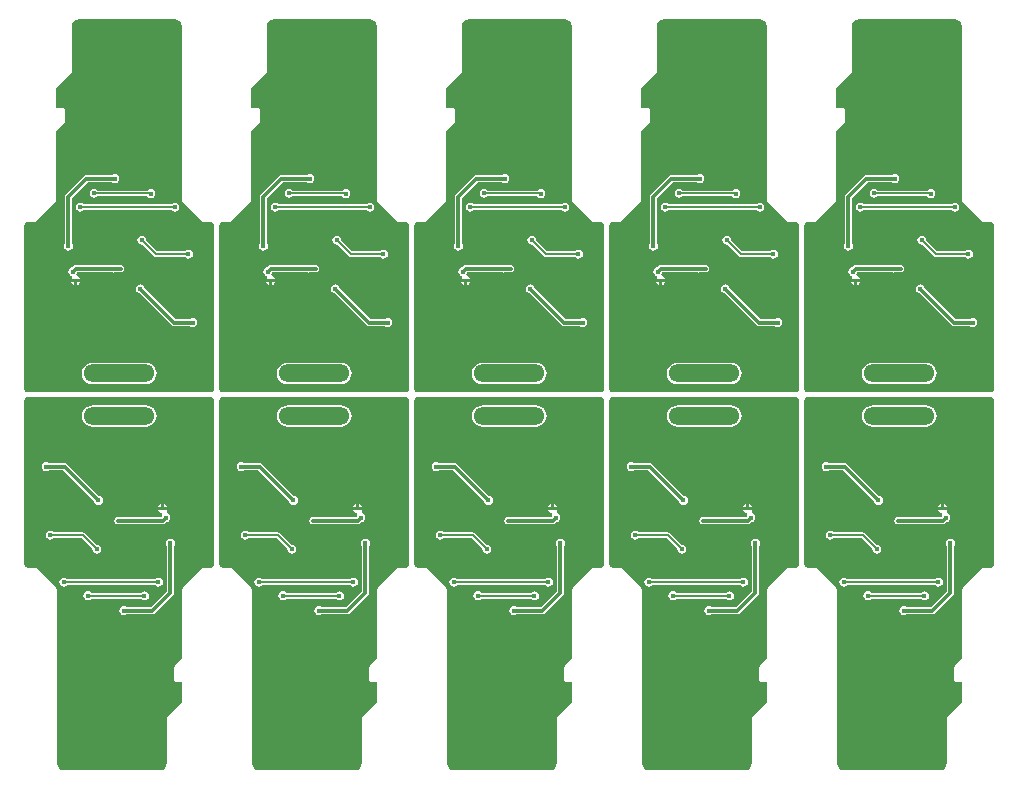
<source format=gbl>
G04 Layer_Physical_Order=2*
G04 Layer_Color=16711680*
%FSLAX44Y44*%
%MOMM*%
G71*
G01*
G75*
%ADD14C,0.3000*%
%ADD15C,0.1500*%
%ADD17R,1.0160X1.0160*%
%ADD18O,6.0000X1.5000*%
%ADD19C,0.4500*%
%ADD20C,0.3000*%
%ADD21C,0.4000*%
%ADD22R,1.0160X1.0911*%
G36*
X179524Y687612D02*
X181466Y686314D01*
X182764Y684372D01*
X183207Y682149D01*
X183193Y682080D01*
Y535080D01*
X183348Y534300D01*
X183790Y533638D01*
X200240Y517188D01*
X200240Y517188D01*
X200902Y516746D01*
X201682Y516591D01*
X207992D01*
Y516561D01*
X209144Y516332D01*
X210121Y515679D01*
X210774Y514702D01*
X211003Y513550D01*
X211033D01*
Y375120D01*
X211003D01*
X210774Y373968D01*
X210121Y372991D01*
X209144Y372338D01*
X207992Y372109D01*
Y372079D01*
X53052D01*
Y372109D01*
X51900Y372338D01*
X50923Y372991D01*
X50270Y373968D01*
X50041Y375120D01*
X50011D01*
Y390360D01*
Y513550D01*
X50041D01*
X50270Y514702D01*
X50923Y515679D01*
X51900Y516332D01*
X53052Y516561D01*
Y516591D01*
X58782D01*
X59562Y516746D01*
X60224Y517188D01*
X76674Y533638D01*
X76674Y533638D01*
X77116Y534300D01*
X77271Y535080D01*
Y593235D01*
X83674Y599638D01*
X83674Y599638D01*
X84116Y600300D01*
X84271Y601080D01*
X84271Y601080D01*
Y611080D01*
X84116Y611860D01*
X83674Y612522D01*
X83013Y612964D01*
X82232Y613119D01*
X77271D01*
Y629997D01*
X89674Y642400D01*
X90116Y643062D01*
X90271Y643842D01*
Y682080D01*
X90258Y682149D01*
X90700Y684372D01*
X91998Y686314D01*
X93941Y687612D01*
X96164Y688055D01*
X96232Y688041D01*
X177232D01*
X177301Y688055D01*
X179524Y687612D01*
D02*
G37*
%LPC*%
G36*
X129818Y466560D02*
X126712D01*
Y463454D01*
X127213Y463553D01*
X128715Y464557D01*
X129719Y466059D01*
X129818Y466560D01*
D02*
G37*
G36*
X124172D02*
X121066D01*
X121166Y466059D01*
X122169Y464557D01*
X123671Y463553D01*
X124172Y463454D01*
Y466560D01*
D02*
G37*
G36*
X152169Y470458D02*
X149572D01*
Y467862D01*
X149878Y467923D01*
X151215Y468815D01*
X152108Y470152D01*
X152169Y470458D01*
D02*
G37*
G36*
X147032D02*
X144436D01*
X144496Y470152D01*
X145389Y468815D01*
X146726Y467923D01*
X147032Y467862D01*
Y470458D01*
D02*
G37*
G36*
X97559Y465290D02*
X94962D01*
Y462693D01*
X95268Y462754D01*
X96605Y463647D01*
X97498Y464984D01*
X97559Y465290D01*
D02*
G37*
G36*
X92422D02*
X89826D01*
X89887Y464984D01*
X90779Y463647D01*
X92116Y462754D01*
X92422Y462693D01*
Y465290D01*
D02*
G37*
G36*
X138142Y466111D02*
Y462750D01*
X141503D01*
X141384Y463349D01*
X140325Y464933D01*
X138741Y465992D01*
X138142Y466111D01*
D02*
G37*
G36*
X135602D02*
X135003Y465992D01*
X133419Y464933D01*
X132360Y463349D01*
X132241Y462750D01*
X135602D01*
Y466111D01*
D02*
G37*
G36*
X80992Y481800D02*
X77631D01*
X77750Y481201D01*
X78809Y479617D01*
X80393Y478558D01*
X80992Y478439D01*
Y481800D01*
D02*
G37*
G36*
X149572Y475595D02*
Y472998D01*
X152169D01*
X152108Y473304D01*
X151215Y474641D01*
X149878Y475534D01*
X149572Y475595D01*
D02*
G37*
G36*
X80992Y487701D02*
X80393Y487582D01*
X78809Y486523D01*
X77750Y484939D01*
X77631Y484340D01*
X80992D01*
Y487701D01*
D02*
G37*
G36*
X86893Y481800D02*
X83532D01*
Y478439D01*
X84131Y478558D01*
X85716Y479617D01*
X86774Y481201D01*
X86893Y481800D01*
D02*
G37*
G36*
X182592Y472461D02*
X181993Y472342D01*
X180409Y471283D01*
X179350Y469699D01*
X179231Y469100D01*
X182592D01*
Y472461D01*
D02*
G37*
G36*
X131792Y479779D02*
X93692D01*
X92521Y479546D01*
X91529Y478883D01*
X91529Y478883D01*
X90525Y477879D01*
X89689Y477712D01*
X88448Y476884D01*
X87620Y475643D01*
X87329Y474180D01*
X87620Y472717D01*
X88448Y471477D01*
X89689Y470648D01*
X90123Y470561D01*
X90334Y470211D01*
X90581Y469175D01*
X89887Y468136D01*
X89826Y467830D01*
X97559D01*
X97498Y468136D01*
X96605Y469473D01*
X95268Y470366D01*
X94612Y470496D01*
X94483Y470663D01*
X94130Y471887D01*
X94684Y472717D01*
X94851Y473553D01*
X94959Y473661D01*
X124977D01*
X125102Y472391D01*
X124587Y472289D01*
X123671Y472107D01*
X122169Y471103D01*
X121166Y469601D01*
X121066Y469100D01*
X129818D01*
X129719Y469601D01*
X128715Y471103D01*
X127213Y472107D01*
X126297Y472289D01*
X125783Y472391D01*
X125908Y473661D01*
X131792D01*
X132963Y473894D01*
X133955Y474557D01*
X134618Y475550D01*
X134851Y476720D01*
X134618Y477891D01*
X133955Y478883D01*
X132963Y479546D01*
X131792Y479779D01*
D02*
G37*
G36*
X147032Y475595D02*
X146726Y475534D01*
X145389Y474641D01*
X144496Y473304D01*
X144436Y472998D01*
X147032D01*
Y475595D01*
D02*
G37*
G36*
X185132Y472461D02*
Y469100D01*
X188493D01*
X188374Y469699D01*
X187316Y471283D01*
X185731Y472342D01*
X185132Y472461D01*
D02*
G37*
G36*
X98592Y415901D02*
X97993Y415782D01*
X96409Y414723D01*
X95695D01*
X94111Y415782D01*
X93512Y415901D01*
Y411270D01*
Y406639D01*
X94111Y406758D01*
X95695Y407817D01*
X96409D01*
X97993Y406758D01*
X98592Y406639D01*
Y411270D01*
Y415901D01*
D02*
G37*
G36*
X101132D02*
Y412540D01*
X104493D01*
X104374Y413139D01*
X103315Y414723D01*
X101731Y415782D01*
X101132Y415901D01*
D02*
G37*
G36*
X126998Y451694D02*
X123637D01*
X123756Y451095D01*
X124815Y449511D01*
X126399Y448452D01*
X126998Y448333D01*
Y451694D01*
D02*
G37*
G36*
X148268Y463447D02*
X146805Y463156D01*
X145565Y462327D01*
X144736Y461086D01*
X144445Y459623D01*
X144736Y458160D01*
X145565Y456920D01*
X146805Y456091D01*
X147641Y455924D01*
X174688Y428877D01*
X175681Y428214D01*
X176851Y427981D01*
X190300D01*
X191009Y427508D01*
X192472Y427217D01*
X193935Y427508D01*
X195176Y428336D01*
X196005Y429577D01*
X196296Y431040D01*
X196005Y432503D01*
X195176Y433744D01*
X193935Y434572D01*
X192472Y434864D01*
X191009Y434572D01*
X190300Y434099D01*
X178118D01*
X151967Y460250D01*
X151800Y461086D01*
X150972Y462327D01*
X149731Y463156D01*
X148268Y463447D01*
D02*
G37*
G36*
X90972Y410000D02*
X87611D01*
X87730Y409401D01*
X88789Y407817D01*
X90373Y406758D01*
X90972Y406639D01*
Y410000D01*
D02*
G37*
G36*
X153022Y397118D02*
X108022D01*
X105673Y396808D01*
X103483Y395901D01*
X101603Y394459D01*
X100161Y392579D01*
X99254Y390390D01*
X98945Y388040D01*
X99254Y385690D01*
X100161Y383501D01*
X101603Y381621D01*
X103483Y380179D01*
X105673Y379272D01*
X108022Y378962D01*
X153022D01*
X155372Y379272D01*
X157561Y380179D01*
X159441Y381621D01*
X160884Y383501D01*
X161790Y385690D01*
X162100Y388040D01*
X161790Y390390D01*
X160884Y392579D01*
X159441Y394459D01*
X157561Y395901D01*
X155372Y396808D01*
X153022Y397118D01*
D02*
G37*
G36*
X90972Y415901D02*
X90373Y415782D01*
X88789Y414723D01*
X87730Y413139D01*
X87611Y412540D01*
X90972D01*
Y415901D01*
D02*
G37*
G36*
X104493Y410000D02*
X101132D01*
Y406639D01*
X101731Y406758D01*
X103315Y407817D01*
X104374Y409401D01*
X104493Y410000D01*
D02*
G37*
G36*
X135602Y460210D02*
X132241D01*
X132360Y459611D01*
X133419Y458027D01*
X135003Y456968D01*
X135602Y456849D01*
Y460210D01*
D02*
G37*
G36*
X188493Y458940D02*
X185132D01*
Y455579D01*
X185731Y455698D01*
X187316Y456757D01*
X188374Y458341D01*
X188493Y458940D01*
D02*
G37*
G36*
Y466560D02*
X179231D01*
X179350Y465961D01*
X180409Y464377D01*
Y463663D01*
X179350Y462079D01*
X179231Y461480D01*
X188493D01*
X188374Y462079D01*
X187316Y463663D01*
Y464377D01*
X188374Y465961D01*
X188493Y466560D01*
D02*
G37*
G36*
X141503Y460210D02*
X138142D01*
Y456849D01*
X138741Y456968D01*
X140325Y458027D01*
X141384Y459611D01*
X141503Y460210D01*
D02*
G37*
G36*
X126998Y457595D02*
X126399Y457476D01*
X124815Y456418D01*
X123756Y454833D01*
X123637Y454234D01*
X126998D01*
Y457595D01*
D02*
G37*
G36*
X132899Y451694D02*
X129538D01*
Y448333D01*
X130137Y448452D01*
X131722Y449511D01*
X132780Y451095D01*
X132899Y451694D01*
D02*
G37*
G36*
X182592Y458940D02*
X179231D01*
X179350Y458341D01*
X180409Y456757D01*
X181993Y455698D01*
X182592Y455579D01*
Y458940D01*
D02*
G37*
G36*
X129538Y457595D02*
Y454234D01*
X132899D01*
X132780Y454833D01*
X131722Y456418D01*
X130137Y457476D01*
X129538Y457595D01*
D02*
G37*
G36*
X83532Y487701D02*
Y484340D01*
X86893D01*
X86774Y484939D01*
X85716Y486523D01*
X84131Y487582D01*
X83532Y487701D01*
D02*
G37*
G36*
X84551Y577050D02*
X81189D01*
X81308Y576451D01*
X82367Y574867D01*
X83952Y573808D01*
X84551Y573689D01*
Y577050D01*
D02*
G37*
G36*
X152112Y574061D02*
Y570700D01*
X155473D01*
X155354Y571299D01*
X154296Y572883D01*
X152711Y573942D01*
X152112Y574061D01*
D02*
G37*
G36*
X90452Y584670D02*
X81189D01*
X81308Y584071D01*
X82367Y582487D01*
Y581773D01*
X81308Y580189D01*
X81189Y579590D01*
X90452D01*
X90333Y580189D01*
X89274Y581773D01*
Y582487D01*
X90333Y584071D01*
X90452Y584670D01*
D02*
G37*
G36*
Y577050D02*
X87091D01*
Y573689D01*
X87690Y573808D01*
X89274Y574867D01*
X90333Y576451D01*
X90452Y577050D01*
D02*
G37*
G36*
X149572Y568160D02*
X146211D01*
X146330Y567561D01*
X147389Y565977D01*
X148973Y564918D01*
X149572Y564799D01*
Y568160D01*
D02*
G37*
G36*
X126712Y556744D02*
X125249Y556452D01*
X124540Y555979D01*
X102582D01*
X101412Y555746D01*
X100419Y555083D01*
X85179Y539843D01*
X84516Y538851D01*
X84283Y537680D01*
X84283Y537680D01*
Y497942D01*
X83810Y497233D01*
X83519Y495770D01*
X83810Y494307D01*
X84639Y493066D01*
X85879Y492238D01*
X87342Y491947D01*
X88805Y492238D01*
X90046Y493066D01*
X90875Y494307D01*
X91166Y495770D01*
X90875Y497233D01*
X90401Y497942D01*
Y536413D01*
X103849Y549861D01*
X124540D01*
X125249Y549388D01*
X126712Y549097D01*
X128175Y549388D01*
X129416Y550216D01*
X130245Y551457D01*
X130535Y552920D01*
X130245Y554383D01*
X129416Y555624D01*
X128175Y556452D01*
X126712Y556744D01*
D02*
G37*
G36*
X149572Y574061D02*
X148973Y573942D01*
X147389Y572883D01*
X146330Y571299D01*
X146211Y570700D01*
X149572D01*
Y574061D01*
D02*
G37*
G36*
X155473Y568160D02*
X152112D01*
Y564799D01*
X152711Y564918D01*
X154296Y565977D01*
X155354Y567561D01*
X155473Y568160D01*
D02*
G37*
G36*
X157653Y637540D02*
X148391D01*
X148510Y636941D01*
X149383Y635635D01*
X148510Y634329D01*
X148391Y633730D01*
X157653D01*
X157534Y634329D01*
X156662Y635635D01*
X157534Y636941D01*
X157653Y637540D01*
D02*
G37*
G36*
Y631190D02*
X148391D01*
X148510Y630591D01*
X149383Y629285D01*
X148510Y627979D01*
X148391Y627380D01*
X157653D01*
X157534Y627979D01*
X156662Y629285D01*
X157534Y630591D01*
X157653Y631190D01*
D02*
G37*
G36*
X154292Y643441D02*
Y640080D01*
X157653D01*
X157534Y640679D01*
X156475Y642263D01*
X154891Y643322D01*
X154292Y643441D01*
D02*
G37*
G36*
X151752D02*
X151153Y643322D01*
X149569Y642263D01*
X148510Y640679D01*
X148391Y640080D01*
X151752D01*
Y643441D01*
D02*
G37*
G36*
X87091Y590571D02*
Y587210D01*
X90452D01*
X90333Y587809D01*
X89274Y589393D01*
X87690Y590452D01*
X87091Y590571D01*
D02*
G37*
G36*
X84551D02*
X83952Y590452D01*
X82367Y589393D01*
X81308Y587809D01*
X81189Y587210D01*
X84551D01*
Y590571D01*
D02*
G37*
G36*
X157653Y624840D02*
X154292D01*
Y621479D01*
X154891Y621598D01*
X156475Y622657D01*
X157534Y624241D01*
X157653Y624840D01*
D02*
G37*
G36*
X151752D02*
X148391D01*
X148510Y624241D01*
X149569Y622657D01*
X151153Y621598D01*
X151752Y621479D01*
Y624840D01*
D02*
G37*
G36*
X69562Y502120D02*
X66201D01*
X66320Y501521D01*
X67379Y499937D01*
X68963Y498878D01*
X69562Y498759D01*
Y502120D01*
D02*
G37*
G36*
X108103Y501270D02*
X104742D01*
Y497909D01*
X105341Y498028D01*
X106925Y499087D01*
X107984Y500671D01*
X108103Y501270D01*
D02*
G37*
G36*
X136202Y506171D02*
X135603Y506052D01*
X134019Y504993D01*
X132960Y503409D01*
X132841Y502810D01*
X136202D01*
Y506171D01*
D02*
G37*
G36*
X75463Y502120D02*
X72102D01*
Y498759D01*
X72701Y498878D01*
X74285Y499937D01*
X75344Y501521D01*
X75463Y502120D01*
D02*
G37*
G36*
X136202Y500270D02*
X132841D01*
X132960Y499671D01*
X134019Y498087D01*
X135603Y497028D01*
X136202Y496909D01*
Y500270D01*
D02*
G37*
G36*
X149572Y504674D02*
X148109Y504382D01*
X146868Y503554D01*
X146040Y502313D01*
X145749Y500850D01*
X146040Y499387D01*
X146868Y498147D01*
X148109Y497318D01*
X149572Y497027D01*
X150055Y497123D01*
X159760Y487418D01*
X160504Y486921D01*
X161382Y486746D01*
X185995D01*
X186269Y486336D01*
X187509Y485508D01*
X188972Y485217D01*
X190435Y485508D01*
X191676Y486336D01*
X192505Y487577D01*
X192796Y489040D01*
X192505Y490503D01*
X191676Y491744D01*
X190435Y492572D01*
X188972Y492864D01*
X187509Y492572D01*
X186269Y491744D01*
X185995Y491334D01*
X162332D01*
X153299Y500367D01*
X153396Y500850D01*
X153104Y502313D01*
X152276Y503554D01*
X151035Y504382D01*
X149572Y504674D01*
D02*
G37*
G36*
X102202Y501270D02*
X98841D01*
X98960Y500671D01*
X100019Y499087D01*
X101603Y498028D01*
X102202Y497909D01*
Y501270D01*
D02*
G37*
G36*
X142103Y500270D02*
X138742D01*
Y496909D01*
X139341Y497028D01*
X140926Y498087D01*
X141984Y499671D01*
X142103Y500270D01*
D02*
G37*
G36*
X72102Y515641D02*
Y512280D01*
X75463D01*
X75344Y512879D01*
X74285Y514463D01*
X72701Y515522D01*
X72102Y515641D01*
D02*
G37*
G36*
X69562D02*
X68963Y515522D01*
X67379Y514463D01*
X66320Y512879D01*
X66201Y512280D01*
X69562D01*
Y515641D01*
D02*
G37*
G36*
X109232Y544343D02*
X107769Y544052D01*
X106529Y543224D01*
X105700Y541983D01*
X105409Y540520D01*
X105700Y539057D01*
X106529Y537816D01*
X107769Y536988D01*
X109232Y536697D01*
X110695Y536988D01*
X111936Y537816D01*
X112209Y538226D01*
X154014D01*
X154488Y537517D01*
X155729Y536688D01*
X157192Y536397D01*
X158655Y536688D01*
X159896Y537517D01*
X160725Y538757D01*
X161015Y540220D01*
X160725Y541683D01*
X159896Y542924D01*
X158655Y543752D01*
X157192Y544044D01*
X155729Y543752D01*
X154488Y542924D01*
X154415Y542814D01*
X112209D01*
X111936Y543224D01*
X110695Y544052D01*
X109232Y544343D01*
D02*
G37*
G36*
X177512Y532613D02*
X176049Y532322D01*
X174809Y531494D01*
X174535Y531084D01*
X100479D01*
X100206Y531494D01*
X98965Y532322D01*
X97502Y532613D01*
X96039Y532322D01*
X94798Y531494D01*
X93970Y530253D01*
X93679Y528790D01*
X93970Y527327D01*
X94798Y526087D01*
X96039Y525258D01*
X97502Y524967D01*
X98965Y525258D01*
X100206Y526087D01*
X100479Y526496D01*
X174535D01*
X174809Y526087D01*
X176049Y525258D01*
X177512Y524967D01*
X178975Y525258D01*
X180216Y526087D01*
X181045Y527327D01*
X181336Y528790D01*
X181045Y530253D01*
X180216Y531494D01*
X178975Y532322D01*
X177512Y532613D01*
D02*
G37*
G36*
X102202Y507171D02*
X101603Y507052D01*
X100019Y505993D01*
X98960Y504409D01*
X98841Y503810D01*
X102202D01*
Y507171D01*
D02*
G37*
G36*
X138742Y506171D02*
Y502810D01*
X142103D01*
X141984Y503409D01*
X140926Y504993D01*
X139341Y506052D01*
X138742Y506171D01*
D02*
G37*
G36*
X75463Y509740D02*
X66201D01*
X66320Y509141D01*
X67379Y507557D01*
Y506843D01*
X66320Y505259D01*
X66201Y504660D01*
X75463D01*
X75344Y505259D01*
X74285Y506843D01*
Y507557D01*
X75344Y509141D01*
X75463Y509740D01*
D02*
G37*
G36*
X104742Y507171D02*
Y503810D01*
X108103D01*
X107984Y504409D01*
X106925Y505993D01*
X105341Y507052D01*
X104742Y507171D01*
D02*
G37*
%LPD*%
G36*
X344624Y687612D02*
X346566Y686314D01*
X347864Y684372D01*
X348307Y682149D01*
X348293Y682080D01*
Y535080D01*
X348448Y534300D01*
X348890Y533638D01*
X365340Y517188D01*
X365340Y517188D01*
X366002Y516746D01*
X366782Y516591D01*
X373092D01*
Y516561D01*
X374244Y516332D01*
X375221Y515679D01*
X375874Y514702D01*
X376103Y513550D01*
X376133D01*
Y375120D01*
X376103D01*
X375874Y373968D01*
X375221Y372991D01*
X374244Y372338D01*
X373092Y372109D01*
Y372079D01*
X218152D01*
Y372109D01*
X217000Y372338D01*
X216023Y372991D01*
X215370Y373968D01*
X215141Y375120D01*
X215111D01*
Y390360D01*
Y513550D01*
X215141D01*
X215370Y514702D01*
X216023Y515679D01*
X217000Y516332D01*
X218152Y516561D01*
Y516591D01*
X223882D01*
X224662Y516746D01*
X225324Y517188D01*
X241774Y533638D01*
X241774Y533638D01*
X242216Y534300D01*
X242371Y535080D01*
Y593235D01*
X248774Y599638D01*
X248774Y599638D01*
X249216Y600300D01*
X249371Y601080D01*
X249371Y601080D01*
Y611080D01*
X249216Y611860D01*
X248774Y612522D01*
X248113Y612964D01*
X247332Y613119D01*
X242371D01*
Y629997D01*
X254774Y642400D01*
X255216Y643062D01*
X255371Y643842D01*
Y682080D01*
X255358Y682149D01*
X255800Y684372D01*
X257098Y686314D01*
X259041Y687612D01*
X261264Y688055D01*
X261332Y688041D01*
X342332D01*
X342401Y688055D01*
X344624Y687612D01*
D02*
G37*
%LPC*%
G36*
X294918Y466560D02*
X291812D01*
Y463454D01*
X292313Y463553D01*
X293815Y464557D01*
X294819Y466059D01*
X294918Y466560D01*
D02*
G37*
G36*
X289272D02*
X286166D01*
X286266Y466059D01*
X287269Y464557D01*
X288771Y463553D01*
X289272Y463454D01*
Y466560D01*
D02*
G37*
G36*
X317269Y470458D02*
X314672D01*
Y467862D01*
X314978Y467923D01*
X316315Y468815D01*
X317208Y470152D01*
X317269Y470458D01*
D02*
G37*
G36*
X312132D02*
X309536D01*
X309597Y470152D01*
X310489Y468815D01*
X311826Y467923D01*
X312132Y467862D01*
Y470458D01*
D02*
G37*
G36*
X262659Y465290D02*
X260062D01*
Y462693D01*
X260368Y462754D01*
X261705Y463647D01*
X262598Y464984D01*
X262659Y465290D01*
D02*
G37*
G36*
X257522D02*
X254926D01*
X254986Y464984D01*
X255879Y463647D01*
X257216Y462754D01*
X257522Y462693D01*
Y465290D01*
D02*
G37*
G36*
X303242Y466111D02*
Y462750D01*
X306603D01*
X306484Y463349D01*
X305425Y464933D01*
X303841Y465992D01*
X303242Y466111D01*
D02*
G37*
G36*
X300702D02*
X300103Y465992D01*
X298519Y464933D01*
X297460Y463349D01*
X297341Y462750D01*
X300702D01*
Y466111D01*
D02*
G37*
G36*
X246092Y481800D02*
X242731D01*
X242850Y481201D01*
X243909Y479617D01*
X245493Y478558D01*
X246092Y478439D01*
Y481800D01*
D02*
G37*
G36*
X314672Y475595D02*
Y472998D01*
X317269D01*
X317208Y473304D01*
X316315Y474641D01*
X314978Y475534D01*
X314672Y475595D01*
D02*
G37*
G36*
X246092Y487701D02*
X245493Y487582D01*
X243909Y486523D01*
X242850Y484939D01*
X242731Y484340D01*
X246092D01*
Y487701D01*
D02*
G37*
G36*
X251993Y481800D02*
X248632D01*
Y478439D01*
X249231Y478558D01*
X250816Y479617D01*
X251874Y481201D01*
X251993Y481800D01*
D02*
G37*
G36*
X347692Y472461D02*
X347093Y472342D01*
X345509Y471283D01*
X344450Y469699D01*
X344331Y469100D01*
X347692D01*
Y472461D01*
D02*
G37*
G36*
X296892Y479779D02*
X258792D01*
X257621Y479546D01*
X256629Y478883D01*
X256629Y478883D01*
X255625Y477879D01*
X254789Y477712D01*
X253549Y476884D01*
X252720Y475643D01*
X252429Y474180D01*
X252720Y472717D01*
X253549Y471477D01*
X254789Y470648D01*
X255223Y470561D01*
X255434Y470211D01*
X255681Y469175D01*
X254986Y468136D01*
X254926Y467830D01*
X262659D01*
X262598Y468136D01*
X261705Y469473D01*
X260368Y470366D01*
X259712Y470496D01*
X259583Y470663D01*
X259230Y471887D01*
X259785Y472717D01*
X259951Y473553D01*
X260059Y473661D01*
X290077D01*
X290202Y472391D01*
X289688Y472289D01*
X288771Y472107D01*
X287269Y471103D01*
X286266Y469601D01*
X286166Y469100D01*
X294918D01*
X294819Y469601D01*
X293815Y471103D01*
X292313Y472107D01*
X291397Y472289D01*
X290883Y472391D01*
X291008Y473661D01*
X296892D01*
X298063Y473894D01*
X299055Y474557D01*
X299718Y475550D01*
X299951Y476720D01*
X299718Y477891D01*
X299055Y478883D01*
X298063Y479546D01*
X296892Y479779D01*
D02*
G37*
G36*
X312132Y475595D02*
X311826Y475534D01*
X310489Y474641D01*
X309597Y473304D01*
X309536Y472998D01*
X312132D01*
Y475595D01*
D02*
G37*
G36*
X350232Y472461D02*
Y469100D01*
X353593D01*
X353474Y469699D01*
X352416Y471283D01*
X350831Y472342D01*
X350232Y472461D01*
D02*
G37*
G36*
X263692Y415901D02*
X263093Y415782D01*
X261509Y414723D01*
X260795D01*
X259211Y415782D01*
X258612Y415901D01*
Y411270D01*
Y406639D01*
X259211Y406758D01*
X260795Y407817D01*
X261509D01*
X263093Y406758D01*
X263692Y406639D01*
Y411270D01*
Y415901D01*
D02*
G37*
G36*
X266232D02*
Y412540D01*
X269593D01*
X269474Y413139D01*
X268416Y414723D01*
X266831Y415782D01*
X266232Y415901D01*
D02*
G37*
G36*
X292098Y451694D02*
X288737D01*
X288856Y451095D01*
X289915Y449511D01*
X291499Y448452D01*
X292098Y448333D01*
Y451694D01*
D02*
G37*
G36*
X313368Y463447D02*
X311905Y463156D01*
X310665Y462327D01*
X309836Y461086D01*
X309545Y459623D01*
X309836Y458160D01*
X310665Y456920D01*
X311905Y456091D01*
X312741Y455924D01*
X339788Y428877D01*
X340781Y428214D01*
X341951Y427981D01*
X355400D01*
X356109Y427508D01*
X357572Y427217D01*
X359035Y427508D01*
X360276Y428336D01*
X361105Y429577D01*
X361395Y431040D01*
X361105Y432503D01*
X360276Y433744D01*
X359035Y434572D01*
X357572Y434864D01*
X356109Y434572D01*
X355400Y434099D01*
X343218D01*
X317067Y460250D01*
X316901Y461086D01*
X316072Y462327D01*
X314831Y463156D01*
X313368Y463447D01*
D02*
G37*
G36*
X256072Y410000D02*
X252711D01*
X252830Y409401D01*
X253889Y407817D01*
X255473Y406758D01*
X256072Y406639D01*
Y410000D01*
D02*
G37*
G36*
X318122Y397118D02*
X273122D01*
X270773Y396808D01*
X268583Y395901D01*
X266703Y394459D01*
X265261Y392579D01*
X264354Y390390D01*
X264044Y388040D01*
X264354Y385690D01*
X265261Y383501D01*
X266703Y381621D01*
X268583Y380179D01*
X270773Y379272D01*
X273122Y378962D01*
X318122D01*
X320472Y379272D01*
X322661Y380179D01*
X324541Y381621D01*
X325984Y383501D01*
X326890Y385690D01*
X327200Y388040D01*
X326890Y390390D01*
X325984Y392579D01*
X324541Y394459D01*
X322661Y395901D01*
X320472Y396808D01*
X318122Y397118D01*
D02*
G37*
G36*
X256072Y415901D02*
X255473Y415782D01*
X253889Y414723D01*
X252830Y413139D01*
X252711Y412540D01*
X256072D01*
Y415901D01*
D02*
G37*
G36*
X269593Y410000D02*
X266232D01*
Y406639D01*
X266831Y406758D01*
X268416Y407817D01*
X269474Y409401D01*
X269593Y410000D01*
D02*
G37*
G36*
X300702Y460210D02*
X297341D01*
X297460Y459611D01*
X298519Y458027D01*
X300103Y456968D01*
X300702Y456849D01*
Y460210D01*
D02*
G37*
G36*
X353593Y458940D02*
X350232D01*
Y455579D01*
X350831Y455698D01*
X352416Y456757D01*
X353474Y458341D01*
X353593Y458940D01*
D02*
G37*
G36*
Y466560D02*
X344331D01*
X344450Y465961D01*
X345509Y464377D01*
Y463663D01*
X344450Y462079D01*
X344331Y461480D01*
X353593D01*
X353474Y462079D01*
X352416Y463663D01*
Y464377D01*
X353474Y465961D01*
X353593Y466560D01*
D02*
G37*
G36*
X306603Y460210D02*
X303242D01*
Y456849D01*
X303841Y456968D01*
X305425Y458027D01*
X306484Y459611D01*
X306603Y460210D01*
D02*
G37*
G36*
X292098Y457595D02*
X291499Y457476D01*
X289915Y456418D01*
X288856Y454833D01*
X288737Y454234D01*
X292098D01*
Y457595D01*
D02*
G37*
G36*
X297999Y451694D02*
X294638D01*
Y448333D01*
X295237Y448452D01*
X296822Y449511D01*
X297880Y451095D01*
X297999Y451694D01*
D02*
G37*
G36*
X347692Y458940D02*
X344331D01*
X344450Y458341D01*
X345509Y456757D01*
X347093Y455698D01*
X347692Y455579D01*
Y458940D01*
D02*
G37*
G36*
X294638Y457595D02*
Y454234D01*
X297999D01*
X297880Y454833D01*
X296822Y456418D01*
X295237Y457476D01*
X294638Y457595D01*
D02*
G37*
G36*
X248632Y487701D02*
Y484340D01*
X251993D01*
X251874Y484939D01*
X250816Y486523D01*
X249231Y487582D01*
X248632Y487701D01*
D02*
G37*
G36*
X249651Y577050D02*
X246289D01*
X246409Y576451D01*
X247467Y574867D01*
X249052Y573808D01*
X249651Y573689D01*
Y577050D01*
D02*
G37*
G36*
X317212Y574061D02*
Y570700D01*
X320573D01*
X320454Y571299D01*
X319396Y572883D01*
X317811Y573942D01*
X317212Y574061D01*
D02*
G37*
G36*
X255552Y584670D02*
X246289D01*
X246409Y584071D01*
X247467Y582487D01*
Y581773D01*
X246409Y580189D01*
X246289Y579590D01*
X255552D01*
X255433Y580189D01*
X254374Y581773D01*
Y582487D01*
X255433Y584071D01*
X255552Y584670D01*
D02*
G37*
G36*
Y577050D02*
X252191D01*
Y573689D01*
X252790Y573808D01*
X254374Y574867D01*
X255433Y576451D01*
X255552Y577050D01*
D02*
G37*
G36*
X314672Y568160D02*
X311311D01*
X311430Y567561D01*
X312489Y565977D01*
X314073Y564918D01*
X314672Y564799D01*
Y568160D01*
D02*
G37*
G36*
X291812Y556744D02*
X290349Y556452D01*
X289640Y555979D01*
X267682D01*
X266512Y555746D01*
X265519Y555083D01*
X250279Y539843D01*
X249616Y538851D01*
X249383Y537680D01*
X249383Y537680D01*
Y497942D01*
X248910Y497233D01*
X248619Y495770D01*
X248910Y494307D01*
X249739Y493066D01*
X250979Y492238D01*
X252442Y491947D01*
X253905Y492238D01*
X255146Y493066D01*
X255975Y494307D01*
X256266Y495770D01*
X255975Y497233D01*
X255501Y497942D01*
Y536413D01*
X268949Y549861D01*
X289640D01*
X290349Y549388D01*
X291812Y549097D01*
X293275Y549388D01*
X294516Y550216D01*
X295345Y551457D01*
X295636Y552920D01*
X295345Y554383D01*
X294516Y555624D01*
X293275Y556452D01*
X291812Y556744D01*
D02*
G37*
G36*
X314672Y574061D02*
X314073Y573942D01*
X312489Y572883D01*
X311430Y571299D01*
X311311Y570700D01*
X314672D01*
Y574061D01*
D02*
G37*
G36*
X320573Y568160D02*
X317212D01*
Y564799D01*
X317811Y564918D01*
X319396Y565977D01*
X320454Y567561D01*
X320573Y568160D01*
D02*
G37*
G36*
X322753Y637540D02*
X313491D01*
X313610Y636941D01*
X314483Y635635D01*
X313610Y634329D01*
X313491Y633730D01*
X322753D01*
X322634Y634329D01*
X321762Y635635D01*
X322634Y636941D01*
X322753Y637540D01*
D02*
G37*
G36*
Y631190D02*
X313491D01*
X313610Y630591D01*
X314483Y629285D01*
X313610Y627979D01*
X313491Y627380D01*
X322753D01*
X322634Y627979D01*
X321762Y629285D01*
X322634Y630591D01*
X322753Y631190D01*
D02*
G37*
G36*
X319392Y643441D02*
Y640080D01*
X322753D01*
X322634Y640679D01*
X321576Y642263D01*
X319991Y643322D01*
X319392Y643441D01*
D02*
G37*
G36*
X316852D02*
X316253Y643322D01*
X314669Y642263D01*
X313610Y640679D01*
X313491Y640080D01*
X316852D01*
Y643441D01*
D02*
G37*
G36*
X252191Y590571D02*
Y587210D01*
X255552D01*
X255433Y587809D01*
X254374Y589393D01*
X252790Y590452D01*
X252191Y590571D01*
D02*
G37*
G36*
X249651D02*
X249052Y590452D01*
X247467Y589393D01*
X246409Y587809D01*
X246289Y587210D01*
X249651D01*
Y590571D01*
D02*
G37*
G36*
X322753Y624840D02*
X319392D01*
Y621479D01*
X319991Y621598D01*
X321576Y622657D01*
X322634Y624241D01*
X322753Y624840D01*
D02*
G37*
G36*
X316852D02*
X313491D01*
X313610Y624241D01*
X314669Y622657D01*
X316253Y621598D01*
X316852Y621479D01*
Y624840D01*
D02*
G37*
G36*
X234662Y502120D02*
X231301D01*
X231420Y501521D01*
X232479Y499937D01*
X234063Y498878D01*
X234662Y498759D01*
Y502120D01*
D02*
G37*
G36*
X273203Y501270D02*
X269842D01*
Y497909D01*
X270441Y498028D01*
X272026Y499087D01*
X273084Y500671D01*
X273203Y501270D01*
D02*
G37*
G36*
X301302Y506171D02*
X300703Y506052D01*
X299119Y504993D01*
X298060Y503409D01*
X297941Y502810D01*
X301302D01*
Y506171D01*
D02*
G37*
G36*
X240563Y502120D02*
X237202D01*
Y498759D01*
X237801Y498878D01*
X239386Y499937D01*
X240444Y501521D01*
X240563Y502120D01*
D02*
G37*
G36*
X301302Y500270D02*
X297941D01*
X298060Y499671D01*
X299119Y498087D01*
X300703Y497028D01*
X301302Y496909D01*
Y500270D01*
D02*
G37*
G36*
X314672Y504674D02*
X313209Y504382D01*
X311968Y503554D01*
X311140Y502313D01*
X310849Y500850D01*
X311140Y499387D01*
X311968Y498147D01*
X313209Y497318D01*
X314672Y497027D01*
X315155Y497123D01*
X324860Y487418D01*
X325604Y486921D01*
X326482Y486746D01*
X351095D01*
X351368Y486336D01*
X352609Y485508D01*
X354072Y485217D01*
X355535Y485508D01*
X356776Y486336D01*
X357604Y487577D01*
X357896Y489040D01*
X357604Y490503D01*
X356776Y491744D01*
X355535Y492572D01*
X354072Y492864D01*
X352609Y492572D01*
X351368Y491744D01*
X351095Y491334D01*
X327432D01*
X318399Y500367D01*
X318496Y500850D01*
X318204Y502313D01*
X317376Y503554D01*
X316135Y504382D01*
X314672Y504674D01*
D02*
G37*
G36*
X267302Y501270D02*
X263941D01*
X264060Y500671D01*
X265119Y499087D01*
X266703Y498028D01*
X267302Y497909D01*
Y501270D01*
D02*
G37*
G36*
X307203Y500270D02*
X303842D01*
Y496909D01*
X304441Y497028D01*
X306026Y498087D01*
X307084Y499671D01*
X307203Y500270D01*
D02*
G37*
G36*
X237202Y515641D02*
Y512280D01*
X240563D01*
X240444Y512879D01*
X239386Y514463D01*
X237801Y515522D01*
X237202Y515641D01*
D02*
G37*
G36*
X234662D02*
X234063Y515522D01*
X232479Y514463D01*
X231420Y512879D01*
X231301Y512280D01*
X234662D01*
Y515641D01*
D02*
G37*
G36*
X274332Y544343D02*
X272869Y544052D01*
X271628Y543224D01*
X270800Y541983D01*
X270509Y540520D01*
X270800Y539057D01*
X271628Y537816D01*
X272869Y536988D01*
X274332Y536697D01*
X275795Y536988D01*
X277036Y537816D01*
X277309Y538226D01*
X319114D01*
X319589Y537517D01*
X320829Y536688D01*
X322292Y536397D01*
X323755Y536688D01*
X324996Y537517D01*
X325825Y538757D01*
X326115Y540220D01*
X325825Y541683D01*
X324996Y542924D01*
X323755Y543752D01*
X322292Y544044D01*
X320829Y543752D01*
X319589Y542924D01*
X319515Y542814D01*
X277309D01*
X277036Y543224D01*
X275795Y544052D01*
X274332Y544343D01*
D02*
G37*
G36*
X342612Y532613D02*
X341149Y532322D01*
X339908Y531494D01*
X339635Y531084D01*
X265579D01*
X265306Y531494D01*
X264065Y532322D01*
X262602Y532613D01*
X261139Y532322D01*
X259898Y531494D01*
X259070Y530253D01*
X258779Y528790D01*
X259070Y527327D01*
X259898Y526087D01*
X261139Y525258D01*
X262602Y524967D01*
X264065Y525258D01*
X265306Y526087D01*
X265579Y526496D01*
X339635D01*
X339908Y526087D01*
X341149Y525258D01*
X342612Y524967D01*
X344075Y525258D01*
X345316Y526087D01*
X346144Y527327D01*
X346436Y528790D01*
X346144Y530253D01*
X345316Y531494D01*
X344075Y532322D01*
X342612Y532613D01*
D02*
G37*
G36*
X267302Y507171D02*
X266703Y507052D01*
X265119Y505993D01*
X264060Y504409D01*
X263941Y503810D01*
X267302D01*
Y507171D01*
D02*
G37*
G36*
X303842Y506171D02*
Y502810D01*
X307203D01*
X307084Y503409D01*
X306026Y504993D01*
X304441Y506052D01*
X303842Y506171D01*
D02*
G37*
G36*
X240563Y509740D02*
X231301D01*
X231420Y509141D01*
X232479Y507557D01*
Y506843D01*
X231420Y505259D01*
X231301Y504660D01*
X240563D01*
X240444Y505259D01*
X239386Y506843D01*
Y507557D01*
X240444Y509141D01*
X240563Y509740D01*
D02*
G37*
G36*
X269842Y507171D02*
Y503810D01*
X273203D01*
X273084Y504409D01*
X272026Y505993D01*
X270441Y507052D01*
X269842Y507171D01*
D02*
G37*
%LPD*%
G36*
X509724Y687612D02*
X511666Y686314D01*
X512964Y684372D01*
X513406Y682149D01*
X513393Y682080D01*
Y535080D01*
X513548Y534300D01*
X513990Y533638D01*
X530440Y517188D01*
X530440Y517188D01*
X531102Y516746D01*
X531882Y516591D01*
X538192D01*
Y516561D01*
X539344Y516332D01*
X540321Y515679D01*
X540974Y514702D01*
X541203Y513550D01*
X541233D01*
Y375120D01*
X541203D01*
X540974Y373968D01*
X540321Y372991D01*
X539344Y372338D01*
X538192Y372109D01*
Y372079D01*
X383252D01*
Y372109D01*
X382100Y372338D01*
X381123Y372991D01*
X380470Y373968D01*
X380241Y375120D01*
X380211D01*
Y390360D01*
Y513550D01*
X380241D01*
X380470Y514702D01*
X381123Y515679D01*
X382100Y516332D01*
X383252Y516561D01*
Y516591D01*
X388982D01*
X389762Y516746D01*
X390424Y517188D01*
X406874Y533638D01*
X406874Y533638D01*
X407316Y534300D01*
X407471Y535080D01*
Y593235D01*
X413874Y599638D01*
X413874Y599638D01*
X414316Y600300D01*
X414471Y601080D01*
X414471Y601080D01*
Y611080D01*
X414316Y611860D01*
X413874Y612522D01*
X413213Y612964D01*
X412432Y613119D01*
X407471D01*
Y629997D01*
X419874Y642400D01*
X420316Y643062D01*
X420471Y643842D01*
Y682080D01*
X420458Y682149D01*
X420900Y684372D01*
X422198Y686314D01*
X424141Y687612D01*
X426364Y688055D01*
X426432Y688041D01*
X507432D01*
X507501Y688055D01*
X509724Y687612D01*
D02*
G37*
%LPC*%
G36*
X460018Y466560D02*
X456912D01*
Y463454D01*
X457413Y463553D01*
X458915Y464557D01*
X459919Y466059D01*
X460018Y466560D01*
D02*
G37*
G36*
X454372D02*
X451266D01*
X451366Y466059D01*
X452369Y464557D01*
X453871Y463553D01*
X454372Y463454D01*
Y466560D01*
D02*
G37*
G36*
X482369Y470458D02*
X479772D01*
Y467862D01*
X480078Y467923D01*
X481415Y468815D01*
X482308Y470152D01*
X482369Y470458D01*
D02*
G37*
G36*
X477232D02*
X474636D01*
X474697Y470152D01*
X475589Y468815D01*
X476926Y467923D01*
X477232Y467862D01*
Y470458D01*
D02*
G37*
G36*
X427759Y465290D02*
X425162D01*
Y462693D01*
X425468Y462754D01*
X426805Y463647D01*
X427698Y464984D01*
X427759Y465290D01*
D02*
G37*
G36*
X422622D02*
X420026D01*
X420087Y464984D01*
X420979Y463647D01*
X422316Y462754D01*
X422622Y462693D01*
Y465290D01*
D02*
G37*
G36*
X468342Y466111D02*
Y462750D01*
X471703D01*
X471584Y463349D01*
X470526Y464933D01*
X468941Y465992D01*
X468342Y466111D01*
D02*
G37*
G36*
X465802D02*
X465203Y465992D01*
X463619Y464933D01*
X462560Y463349D01*
X462441Y462750D01*
X465802D01*
Y466111D01*
D02*
G37*
G36*
X411192Y481800D02*
X407831D01*
X407950Y481201D01*
X409009Y479617D01*
X410593Y478558D01*
X411192Y478439D01*
Y481800D01*
D02*
G37*
G36*
X479772Y475595D02*
Y472998D01*
X482369D01*
X482308Y473304D01*
X481415Y474641D01*
X480078Y475534D01*
X479772Y475595D01*
D02*
G37*
G36*
X411192Y487701D02*
X410593Y487582D01*
X409009Y486523D01*
X407950Y484939D01*
X407831Y484340D01*
X411192D01*
Y487701D01*
D02*
G37*
G36*
X417093Y481800D02*
X413732D01*
Y478439D01*
X414331Y478558D01*
X415915Y479617D01*
X416974Y481201D01*
X417093Y481800D01*
D02*
G37*
G36*
X512792Y472461D02*
X512193Y472342D01*
X510609Y471283D01*
X509550Y469699D01*
X509431Y469100D01*
X512792D01*
Y472461D01*
D02*
G37*
G36*
X461992Y479779D02*
X423892D01*
X422721Y479546D01*
X421729Y478883D01*
X421729Y478883D01*
X420725Y477879D01*
X419889Y477712D01*
X418648Y476884D01*
X417820Y475643D01*
X417529Y474180D01*
X417820Y472717D01*
X418648Y471477D01*
X419889Y470648D01*
X420323Y470561D01*
X420534Y470211D01*
X420781Y469175D01*
X420087Y468136D01*
X420026Y467830D01*
X427759D01*
X427698Y468136D01*
X426805Y469473D01*
X425468Y470366D01*
X424812Y470496D01*
X424683Y470663D01*
X424330Y471887D01*
X424884Y472717D01*
X425051Y473553D01*
X425159Y473661D01*
X455177D01*
X455302Y472391D01*
X454787Y472289D01*
X453871Y472107D01*
X452369Y471103D01*
X451366Y469601D01*
X451266Y469100D01*
X460018D01*
X459919Y469601D01*
X458915Y471103D01*
X457413Y472107D01*
X456497Y472289D01*
X455983Y472391D01*
X456108Y473661D01*
X461992D01*
X463163Y473894D01*
X464155Y474557D01*
X464818Y475550D01*
X465051Y476720D01*
X464818Y477891D01*
X464155Y478883D01*
X463163Y479546D01*
X461992Y479779D01*
D02*
G37*
G36*
X477232Y475595D02*
X476926Y475534D01*
X475589Y474641D01*
X474697Y473304D01*
X474636Y472998D01*
X477232D01*
Y475595D01*
D02*
G37*
G36*
X515332Y472461D02*
Y469100D01*
X518693D01*
X518574Y469699D01*
X517515Y471283D01*
X515931Y472342D01*
X515332Y472461D01*
D02*
G37*
G36*
X428792Y415901D02*
X428193Y415782D01*
X426609Y414723D01*
X425895D01*
X424311Y415782D01*
X423712Y415901D01*
Y411270D01*
Y406639D01*
X424311Y406758D01*
X425895Y407817D01*
X426609D01*
X428193Y406758D01*
X428792Y406639D01*
Y411270D01*
Y415901D01*
D02*
G37*
G36*
X431332D02*
Y412540D01*
X434693D01*
X434574Y413139D01*
X433516Y414723D01*
X431931Y415782D01*
X431332Y415901D01*
D02*
G37*
G36*
X457198Y451694D02*
X453837D01*
X453956Y451095D01*
X455015Y449511D01*
X456599Y448452D01*
X457198Y448333D01*
Y451694D01*
D02*
G37*
G36*
X478468Y463447D02*
X477005Y463156D01*
X475765Y462327D01*
X474936Y461086D01*
X474645Y459623D01*
X474936Y458160D01*
X475765Y456920D01*
X477005Y456091D01*
X477841Y455924D01*
X504888Y428877D01*
X505881Y428214D01*
X507051Y427981D01*
X520500D01*
X521209Y427508D01*
X522672Y427217D01*
X524135Y427508D01*
X525376Y428336D01*
X526204Y429577D01*
X526496Y431040D01*
X526204Y432503D01*
X525376Y433744D01*
X524135Y434572D01*
X522672Y434864D01*
X521209Y434572D01*
X520500Y434099D01*
X508318D01*
X482167Y460250D01*
X482001Y461086D01*
X481172Y462327D01*
X479931Y463156D01*
X478468Y463447D01*
D02*
G37*
G36*
X421172Y410000D02*
X417811D01*
X417930Y409401D01*
X418989Y407817D01*
X420573Y406758D01*
X421172Y406639D01*
Y410000D01*
D02*
G37*
G36*
X483222Y397118D02*
X438222D01*
X435873Y396808D01*
X433683Y395901D01*
X431803Y394459D01*
X430361Y392579D01*
X429454Y390390D01*
X429145Y388040D01*
X429454Y385690D01*
X430361Y383501D01*
X431803Y381621D01*
X433683Y380179D01*
X435873Y379272D01*
X438222Y378962D01*
X483222D01*
X485572Y379272D01*
X487761Y380179D01*
X489641Y381621D01*
X491083Y383501D01*
X491990Y385690D01*
X492300Y388040D01*
X491990Y390390D01*
X491083Y392579D01*
X489641Y394459D01*
X487761Y395901D01*
X485572Y396808D01*
X483222Y397118D01*
D02*
G37*
G36*
X421172Y415901D02*
X420573Y415782D01*
X418989Y414723D01*
X417930Y413139D01*
X417811Y412540D01*
X421172D01*
Y415901D01*
D02*
G37*
G36*
X434693Y410000D02*
X431332D01*
Y406639D01*
X431931Y406758D01*
X433516Y407817D01*
X434574Y409401D01*
X434693Y410000D01*
D02*
G37*
G36*
X465802Y460210D02*
X462441D01*
X462560Y459611D01*
X463619Y458027D01*
X465203Y456968D01*
X465802Y456849D01*
Y460210D01*
D02*
G37*
G36*
X518693Y458940D02*
X515332D01*
Y455579D01*
X515931Y455698D01*
X517515Y456757D01*
X518574Y458341D01*
X518693Y458940D01*
D02*
G37*
G36*
Y466560D02*
X509431D01*
X509550Y465961D01*
X510609Y464377D01*
Y463663D01*
X509550Y462079D01*
X509431Y461480D01*
X518693D01*
X518574Y462079D01*
X517515Y463663D01*
Y464377D01*
X518574Y465961D01*
X518693Y466560D01*
D02*
G37*
G36*
X471703Y460210D02*
X468342D01*
Y456849D01*
X468941Y456968D01*
X470526Y458027D01*
X471584Y459611D01*
X471703Y460210D01*
D02*
G37*
G36*
X457198Y457595D02*
X456599Y457476D01*
X455015Y456418D01*
X453956Y454833D01*
X453837Y454234D01*
X457198D01*
Y457595D01*
D02*
G37*
G36*
X463099Y451694D02*
X459738D01*
Y448333D01*
X460337Y448452D01*
X461922Y449511D01*
X462980Y451095D01*
X463099Y451694D01*
D02*
G37*
G36*
X512792Y458940D02*
X509431D01*
X509550Y458341D01*
X510609Y456757D01*
X512193Y455698D01*
X512792Y455579D01*
Y458940D01*
D02*
G37*
G36*
X459738Y457595D02*
Y454234D01*
X463099D01*
X462980Y454833D01*
X461922Y456418D01*
X460337Y457476D01*
X459738Y457595D01*
D02*
G37*
G36*
X413732Y487701D02*
Y484340D01*
X417093D01*
X416974Y484939D01*
X415915Y486523D01*
X414331Y487582D01*
X413732Y487701D01*
D02*
G37*
G36*
X414751Y577050D02*
X411389D01*
X411508Y576451D01*
X412567Y574867D01*
X414152Y573808D01*
X414751Y573689D01*
Y577050D01*
D02*
G37*
G36*
X482312Y574061D02*
Y570700D01*
X485673D01*
X485554Y571299D01*
X484496Y572883D01*
X482911Y573942D01*
X482312Y574061D01*
D02*
G37*
G36*
X420652Y584670D02*
X411389D01*
X411508Y584071D01*
X412567Y582487D01*
Y581773D01*
X411508Y580189D01*
X411389Y579590D01*
X420652D01*
X420533Y580189D01*
X419474Y581773D01*
Y582487D01*
X420533Y584071D01*
X420652Y584670D01*
D02*
G37*
G36*
Y577050D02*
X417291D01*
Y573689D01*
X417890Y573808D01*
X419474Y574867D01*
X420533Y576451D01*
X420652Y577050D01*
D02*
G37*
G36*
X479772Y568160D02*
X476411D01*
X476530Y567561D01*
X477589Y565977D01*
X479173Y564918D01*
X479772Y564799D01*
Y568160D01*
D02*
G37*
G36*
X456912Y556744D02*
X455449Y556452D01*
X454740Y555979D01*
X432782D01*
X431612Y555746D01*
X430619Y555083D01*
X415379Y539843D01*
X414716Y538851D01*
X414483Y537680D01*
X414483Y537680D01*
Y497942D01*
X414010Y497233D01*
X413719Y495770D01*
X414010Y494307D01*
X414838Y493066D01*
X416079Y492238D01*
X417542Y491947D01*
X419005Y492238D01*
X420246Y493066D01*
X421074Y494307D01*
X421366Y495770D01*
X421074Y497233D01*
X420601Y497942D01*
Y536413D01*
X434049Y549861D01*
X454740D01*
X455449Y549388D01*
X456912Y549097D01*
X458375Y549388D01*
X459616Y550216D01*
X460444Y551457D01*
X460736Y552920D01*
X460444Y554383D01*
X459616Y555624D01*
X458375Y556452D01*
X456912Y556744D01*
D02*
G37*
G36*
X479772Y574061D02*
X479173Y573942D01*
X477589Y572883D01*
X476530Y571299D01*
X476411Y570700D01*
X479772D01*
Y574061D01*
D02*
G37*
G36*
X485673Y568160D02*
X482312D01*
Y564799D01*
X482911Y564918D01*
X484496Y565977D01*
X485554Y567561D01*
X485673Y568160D01*
D02*
G37*
G36*
X487853Y637540D02*
X478591D01*
X478710Y636941D01*
X479583Y635635D01*
X478710Y634329D01*
X478591Y633730D01*
X487853D01*
X487734Y634329D01*
X486861Y635635D01*
X487734Y636941D01*
X487853Y637540D01*
D02*
G37*
G36*
Y631190D02*
X478591D01*
X478710Y630591D01*
X479583Y629285D01*
X478710Y627979D01*
X478591Y627380D01*
X487853D01*
X487734Y627979D01*
X486861Y629285D01*
X487734Y630591D01*
X487853Y631190D01*
D02*
G37*
G36*
X484492Y643441D02*
Y640080D01*
X487853D01*
X487734Y640679D01*
X486675Y642263D01*
X485091Y643322D01*
X484492Y643441D01*
D02*
G37*
G36*
X481952D02*
X481353Y643322D01*
X479769Y642263D01*
X478710Y640679D01*
X478591Y640080D01*
X481952D01*
Y643441D01*
D02*
G37*
G36*
X417291Y590571D02*
Y587210D01*
X420652D01*
X420533Y587809D01*
X419474Y589393D01*
X417890Y590452D01*
X417291Y590571D01*
D02*
G37*
G36*
X414751D02*
X414152Y590452D01*
X412567Y589393D01*
X411508Y587809D01*
X411389Y587210D01*
X414751D01*
Y590571D01*
D02*
G37*
G36*
X487853Y624840D02*
X484492D01*
Y621479D01*
X485091Y621598D01*
X486675Y622657D01*
X487734Y624241D01*
X487853Y624840D01*
D02*
G37*
G36*
X481952D02*
X478591D01*
X478710Y624241D01*
X479769Y622657D01*
X481353Y621598D01*
X481952Y621479D01*
Y624840D01*
D02*
G37*
G36*
X399762Y502120D02*
X396401D01*
X396520Y501521D01*
X397579Y499937D01*
X399163Y498878D01*
X399762Y498759D01*
Y502120D01*
D02*
G37*
G36*
X438303Y501270D02*
X434942D01*
Y497909D01*
X435541Y498028D01*
X437126Y499087D01*
X438184Y500671D01*
X438303Y501270D01*
D02*
G37*
G36*
X466402Y506171D02*
X465803Y506052D01*
X464219Y504993D01*
X463160Y503409D01*
X463041Y502810D01*
X466402D01*
Y506171D01*
D02*
G37*
G36*
X405663Y502120D02*
X402302D01*
Y498759D01*
X402901Y498878D01*
X404486Y499937D01*
X405544Y501521D01*
X405663Y502120D01*
D02*
G37*
G36*
X466402Y500270D02*
X463041D01*
X463160Y499671D01*
X464219Y498087D01*
X465803Y497028D01*
X466402Y496909D01*
Y500270D01*
D02*
G37*
G36*
X479772Y504674D02*
X478309Y504382D01*
X477068Y503554D01*
X476240Y502313D01*
X475949Y500850D01*
X476240Y499387D01*
X477068Y498147D01*
X478309Y497318D01*
X479772Y497027D01*
X480255Y497123D01*
X489960Y487418D01*
X490704Y486921D01*
X491582Y486746D01*
X516195D01*
X516469Y486336D01*
X517709Y485508D01*
X519172Y485217D01*
X520635Y485508D01*
X521876Y486336D01*
X522705Y487577D01*
X522995Y489040D01*
X522705Y490503D01*
X521876Y491744D01*
X520635Y492572D01*
X519172Y492864D01*
X517709Y492572D01*
X516469Y491744D01*
X516195Y491334D01*
X492532D01*
X483499Y500367D01*
X483596Y500850D01*
X483304Y502313D01*
X482476Y503554D01*
X481235Y504382D01*
X479772Y504674D01*
D02*
G37*
G36*
X432402Y501270D02*
X429041D01*
X429160Y500671D01*
X430219Y499087D01*
X431803Y498028D01*
X432402Y497909D01*
Y501270D01*
D02*
G37*
G36*
X472303Y500270D02*
X468942D01*
Y496909D01*
X469541Y497028D01*
X471125Y498087D01*
X472184Y499671D01*
X472303Y500270D01*
D02*
G37*
G36*
X402302Y515641D02*
Y512280D01*
X405663D01*
X405544Y512879D01*
X404486Y514463D01*
X402901Y515522D01*
X402302Y515641D01*
D02*
G37*
G36*
X399762D02*
X399163Y515522D01*
X397579Y514463D01*
X396520Y512879D01*
X396401Y512280D01*
X399762D01*
Y515641D01*
D02*
G37*
G36*
X439432Y544343D02*
X437969Y544052D01*
X436729Y543224D01*
X435900Y541983D01*
X435609Y540520D01*
X435900Y539057D01*
X436729Y537816D01*
X437969Y536988D01*
X439432Y536697D01*
X440895Y536988D01*
X442136Y537816D01*
X442409Y538226D01*
X484214D01*
X484688Y537517D01*
X485929Y536688D01*
X487392Y536397D01*
X488855Y536688D01*
X490096Y537517D01*
X490924Y538757D01*
X491216Y540220D01*
X490924Y541683D01*
X490096Y542924D01*
X488855Y543752D01*
X487392Y544044D01*
X485929Y543752D01*
X484688Y542924D01*
X484615Y542814D01*
X442409D01*
X442136Y543224D01*
X440895Y544052D01*
X439432Y544343D01*
D02*
G37*
G36*
X507712Y532613D02*
X506249Y532322D01*
X505009Y531494D01*
X504735Y531084D01*
X430679D01*
X430406Y531494D01*
X429165Y532322D01*
X427702Y532613D01*
X426239Y532322D01*
X424999Y531494D01*
X424170Y530253D01*
X423879Y528790D01*
X424170Y527327D01*
X424999Y526087D01*
X426239Y525258D01*
X427702Y524967D01*
X429165Y525258D01*
X430406Y526087D01*
X430679Y526496D01*
X504735D01*
X505009Y526087D01*
X506249Y525258D01*
X507712Y524967D01*
X509175Y525258D01*
X510416Y526087D01*
X511245Y527327D01*
X511535Y528790D01*
X511245Y530253D01*
X510416Y531494D01*
X509175Y532322D01*
X507712Y532613D01*
D02*
G37*
G36*
X432402Y507171D02*
X431803Y507052D01*
X430219Y505993D01*
X429160Y504409D01*
X429041Y503810D01*
X432402D01*
Y507171D01*
D02*
G37*
G36*
X468942Y506171D02*
Y502810D01*
X472303D01*
X472184Y503409D01*
X471125Y504993D01*
X469541Y506052D01*
X468942Y506171D01*
D02*
G37*
G36*
X405663Y509740D02*
X396401D01*
X396520Y509141D01*
X397579Y507557D01*
Y506843D01*
X396520Y505259D01*
X396401Y504660D01*
X405663D01*
X405544Y505259D01*
X404486Y506843D01*
Y507557D01*
X405544Y509141D01*
X405663Y509740D01*
D02*
G37*
G36*
X434942Y507171D02*
Y503810D01*
X438303D01*
X438184Y504409D01*
X437126Y505993D01*
X435541Y507052D01*
X434942Y507171D01*
D02*
G37*
%LPD*%
G36*
X674824Y687612D02*
X676766Y686314D01*
X678064Y684372D01*
X678506Y682149D01*
X678493Y682080D01*
Y535080D01*
X678648Y534300D01*
X679090Y533638D01*
X695540Y517188D01*
X695540Y517188D01*
X696202Y516746D01*
X696982Y516591D01*
X703292D01*
Y516561D01*
X704444Y516332D01*
X705421Y515679D01*
X706074Y514702D01*
X706303Y513550D01*
X706333D01*
Y375120D01*
X706303D01*
X706074Y373968D01*
X705421Y372991D01*
X704444Y372338D01*
X703292Y372109D01*
Y372079D01*
X548352D01*
Y372109D01*
X547200Y372338D01*
X546223Y372991D01*
X545570Y373968D01*
X545341Y375120D01*
X545311D01*
Y390360D01*
Y513550D01*
X545341D01*
X545570Y514702D01*
X546223Y515679D01*
X547200Y516332D01*
X548352Y516561D01*
Y516591D01*
X554082D01*
X554862Y516746D01*
X555524Y517188D01*
X571974Y533638D01*
X571974Y533638D01*
X572416Y534300D01*
X572571Y535080D01*
Y593235D01*
X578974Y599638D01*
X578974Y599638D01*
X579416Y600300D01*
X579571Y601080D01*
X579571Y601080D01*
Y611080D01*
X579416Y611860D01*
X578974Y612522D01*
X578312Y612964D01*
X577532Y613119D01*
X572571D01*
Y629997D01*
X584974Y642400D01*
X585416Y643062D01*
X585571Y643842D01*
Y682080D01*
X585558Y682149D01*
X586000Y684372D01*
X587298Y686314D01*
X589241Y687612D01*
X591464Y688055D01*
X591532Y688041D01*
X672532D01*
X672601Y688055D01*
X674824Y687612D01*
D02*
G37*
%LPC*%
G36*
X625118Y466560D02*
X622012D01*
Y463454D01*
X622514Y463553D01*
X624015Y464557D01*
X625019Y466059D01*
X625118Y466560D01*
D02*
G37*
G36*
X619472D02*
X616366D01*
X616465Y466059D01*
X617469Y464557D01*
X618971Y463553D01*
X619472Y463454D01*
Y466560D01*
D02*
G37*
G36*
X647469Y470458D02*
X644872D01*
Y467862D01*
X645178Y467923D01*
X646515Y468815D01*
X647408Y470152D01*
X647469Y470458D01*
D02*
G37*
G36*
X642332D02*
X639736D01*
X639796Y470152D01*
X640689Y468815D01*
X642026Y467923D01*
X642332Y467862D01*
Y470458D01*
D02*
G37*
G36*
X592859Y465290D02*
X590262D01*
Y462693D01*
X590568Y462754D01*
X591905Y463647D01*
X592798Y464984D01*
X592859Y465290D01*
D02*
G37*
G36*
X587722D02*
X585126D01*
X585187Y464984D01*
X586079Y463647D01*
X587416Y462754D01*
X587722Y462693D01*
Y465290D01*
D02*
G37*
G36*
X633442Y466111D02*
Y462750D01*
X636803D01*
X636684Y463349D01*
X635625Y464933D01*
X634041Y465992D01*
X633442Y466111D01*
D02*
G37*
G36*
X630902D02*
X630303Y465992D01*
X628719Y464933D01*
X627660Y463349D01*
X627541Y462750D01*
X630902D01*
Y466111D01*
D02*
G37*
G36*
X576292Y481800D02*
X572931D01*
X573050Y481201D01*
X574109Y479617D01*
X575693Y478558D01*
X576292Y478439D01*
Y481800D01*
D02*
G37*
G36*
X644872Y475595D02*
Y472998D01*
X647469D01*
X647408Y473304D01*
X646515Y474641D01*
X645178Y475534D01*
X644872Y475595D01*
D02*
G37*
G36*
X576292Y487701D02*
X575693Y487582D01*
X574109Y486523D01*
X573050Y484939D01*
X572931Y484340D01*
X576292D01*
Y487701D01*
D02*
G37*
G36*
X582193Y481800D02*
X578832D01*
Y478439D01*
X579431Y478558D01*
X581016Y479617D01*
X582074Y481201D01*
X582193Y481800D01*
D02*
G37*
G36*
X677892Y472461D02*
X677293Y472342D01*
X675709Y471283D01*
X674650Y469699D01*
X674531Y469100D01*
X677892D01*
Y472461D01*
D02*
G37*
G36*
X627092Y479779D02*
X588992D01*
X587822Y479546D01*
X586829Y478883D01*
X586829Y478883D01*
X585825Y477879D01*
X584989Y477712D01*
X583749Y476884D01*
X582920Y475643D01*
X582629Y474180D01*
X582920Y472717D01*
X583749Y471477D01*
X584989Y470648D01*
X585423Y470561D01*
X585634Y470211D01*
X585881Y469175D01*
X585187Y468136D01*
X585126Y467830D01*
X592859D01*
X592798Y468136D01*
X591905Y469473D01*
X590568Y470366D01*
X589912Y470496D01*
X589783Y470663D01*
X589430Y471887D01*
X589985Y472717D01*
X590151Y473553D01*
X590259Y473661D01*
X620276D01*
X620402Y472391D01*
X619888Y472289D01*
X618971Y472107D01*
X617469Y471103D01*
X616465Y469601D01*
X616366Y469100D01*
X625118D01*
X625019Y469601D01*
X624015Y471103D01*
X622514Y472107D01*
X621597Y472289D01*
X621083Y472391D01*
X621208Y473661D01*
X627092D01*
X628263Y473894D01*
X629255Y474557D01*
X629918Y475550D01*
X630151Y476720D01*
X629918Y477891D01*
X629255Y478883D01*
X628263Y479546D01*
X627092Y479779D01*
D02*
G37*
G36*
X642332Y475595D02*
X642026Y475534D01*
X640689Y474641D01*
X639796Y473304D01*
X639736Y472998D01*
X642332D01*
Y475595D01*
D02*
G37*
G36*
X680432Y472461D02*
Y469100D01*
X683793D01*
X683674Y469699D01*
X682616Y471283D01*
X681031Y472342D01*
X680432Y472461D01*
D02*
G37*
G36*
X593892Y415901D02*
X593293Y415782D01*
X591709Y414723D01*
X590995D01*
X589411Y415782D01*
X588812Y415901D01*
Y411270D01*
Y406639D01*
X589411Y406758D01*
X590995Y407817D01*
X591709D01*
X593293Y406758D01*
X593892Y406639D01*
Y411270D01*
Y415901D01*
D02*
G37*
G36*
X596432D02*
Y412540D01*
X599793D01*
X599674Y413139D01*
X598615Y414723D01*
X597031Y415782D01*
X596432Y415901D01*
D02*
G37*
G36*
X622298Y451694D02*
X618937D01*
X619056Y451095D01*
X620115Y449511D01*
X621699Y448452D01*
X622298Y448333D01*
Y451694D01*
D02*
G37*
G36*
X643568Y463447D02*
X642105Y463156D01*
X640865Y462327D01*
X640036Y461086D01*
X639745Y459623D01*
X640036Y458160D01*
X640865Y456920D01*
X642105Y456091D01*
X642941Y455924D01*
X669988Y428877D01*
X670981Y428214D01*
X672151Y427981D01*
X685600D01*
X686309Y427508D01*
X687772Y427217D01*
X689235Y427508D01*
X690476Y428336D01*
X691304Y429577D01*
X691596Y431040D01*
X691304Y432503D01*
X690476Y433744D01*
X689235Y434572D01*
X687772Y434864D01*
X686309Y434572D01*
X685600Y434099D01*
X673418D01*
X647267Y460250D01*
X647101Y461086D01*
X646272Y462327D01*
X645031Y463156D01*
X643568Y463447D01*
D02*
G37*
G36*
X586272Y410000D02*
X582911D01*
X583030Y409401D01*
X584089Y407817D01*
X585673Y406758D01*
X586272Y406639D01*
Y410000D01*
D02*
G37*
G36*
X648322Y397118D02*
X603322D01*
X600973Y396808D01*
X598783Y395901D01*
X596903Y394459D01*
X595461Y392579D01*
X594554Y390390D01*
X594244Y388040D01*
X594554Y385690D01*
X595461Y383501D01*
X596903Y381621D01*
X598783Y380179D01*
X600973Y379272D01*
X603322Y378962D01*
X648322D01*
X650672Y379272D01*
X652861Y380179D01*
X654741Y381621D01*
X656183Y383501D01*
X657090Y385690D01*
X657400Y388040D01*
X657090Y390390D01*
X656183Y392579D01*
X654741Y394459D01*
X652861Y395901D01*
X650672Y396808D01*
X648322Y397118D01*
D02*
G37*
G36*
X586272Y415901D02*
X585673Y415782D01*
X584089Y414723D01*
X583030Y413139D01*
X582911Y412540D01*
X586272D01*
Y415901D01*
D02*
G37*
G36*
X599793Y410000D02*
X596432D01*
Y406639D01*
X597031Y406758D01*
X598615Y407817D01*
X599674Y409401D01*
X599793Y410000D01*
D02*
G37*
G36*
X630902Y460210D02*
X627541D01*
X627660Y459611D01*
X628719Y458027D01*
X630303Y456968D01*
X630902Y456849D01*
Y460210D01*
D02*
G37*
G36*
X683793Y458940D02*
X680432D01*
Y455579D01*
X681031Y455698D01*
X682616Y456757D01*
X683674Y458341D01*
X683793Y458940D01*
D02*
G37*
G36*
Y466560D02*
X674531D01*
X674650Y465961D01*
X675709Y464377D01*
Y463663D01*
X674650Y462079D01*
X674531Y461480D01*
X683793D01*
X683674Y462079D01*
X682616Y463663D01*
Y464377D01*
X683674Y465961D01*
X683793Y466560D01*
D02*
G37*
G36*
X636803Y460210D02*
X633442D01*
Y456849D01*
X634041Y456968D01*
X635625Y458027D01*
X636684Y459611D01*
X636803Y460210D01*
D02*
G37*
G36*
X622298Y457595D02*
X621699Y457476D01*
X620115Y456418D01*
X619056Y454833D01*
X618937Y454234D01*
X622298D01*
Y457595D01*
D02*
G37*
G36*
X628199Y451694D02*
X624838D01*
Y448333D01*
X625437Y448452D01*
X627022Y449511D01*
X628080Y451095D01*
X628199Y451694D01*
D02*
G37*
G36*
X677892Y458940D02*
X674531D01*
X674650Y458341D01*
X675709Y456757D01*
X677293Y455698D01*
X677892Y455579D01*
Y458940D01*
D02*
G37*
G36*
X624838Y457595D02*
Y454234D01*
X628199D01*
X628080Y454833D01*
X627022Y456418D01*
X625437Y457476D01*
X624838Y457595D01*
D02*
G37*
G36*
X578832Y487701D02*
Y484340D01*
X582193D01*
X582074Y484939D01*
X581016Y486523D01*
X579431Y487582D01*
X578832Y487701D01*
D02*
G37*
G36*
X579851Y577050D02*
X576489D01*
X576609Y576451D01*
X577667Y574867D01*
X579252Y573808D01*
X579851Y573689D01*
Y577050D01*
D02*
G37*
G36*
X647412Y574061D02*
Y570700D01*
X650773D01*
X650654Y571299D01*
X649595Y572883D01*
X648011Y573942D01*
X647412Y574061D01*
D02*
G37*
G36*
X585752Y584670D02*
X576489D01*
X576609Y584071D01*
X577667Y582487D01*
Y581773D01*
X576609Y580189D01*
X576489Y579590D01*
X585752D01*
X585633Y580189D01*
X584574Y581773D01*
Y582487D01*
X585633Y584071D01*
X585752Y584670D01*
D02*
G37*
G36*
Y577050D02*
X582391D01*
Y573689D01*
X582990Y573808D01*
X584574Y574867D01*
X585633Y576451D01*
X585752Y577050D01*
D02*
G37*
G36*
X644872Y568160D02*
X641511D01*
X641630Y567561D01*
X642689Y565977D01*
X644273Y564918D01*
X644872Y564799D01*
Y568160D01*
D02*
G37*
G36*
X622012Y556744D02*
X620549Y556452D01*
X619840Y555979D01*
X597882D01*
X596712Y555746D01*
X595719Y555083D01*
X580479Y539843D01*
X579816Y538851D01*
X579583Y537680D01*
X579583Y537680D01*
Y497942D01*
X579110Y497233D01*
X578819Y495770D01*
X579110Y494307D01*
X579939Y493066D01*
X581179Y492238D01*
X582642Y491947D01*
X584105Y492238D01*
X585346Y493066D01*
X586175Y494307D01*
X586465Y495770D01*
X586175Y497233D01*
X585701Y497942D01*
Y536413D01*
X599149Y549861D01*
X619840D01*
X620549Y549388D01*
X622012Y549097D01*
X623475Y549388D01*
X624716Y550216D01*
X625545Y551457D01*
X625835Y552920D01*
X625545Y554383D01*
X624716Y555624D01*
X623475Y556452D01*
X622012Y556744D01*
D02*
G37*
G36*
X644872Y574061D02*
X644273Y573942D01*
X642689Y572883D01*
X641630Y571299D01*
X641511Y570700D01*
X644872D01*
Y574061D01*
D02*
G37*
G36*
X650773Y568160D02*
X647412D01*
Y564799D01*
X648011Y564918D01*
X649595Y565977D01*
X650654Y567561D01*
X650773Y568160D01*
D02*
G37*
G36*
X652953Y637540D02*
X643691D01*
X643810Y636941D01*
X644683Y635635D01*
X643810Y634329D01*
X643691Y633730D01*
X652953D01*
X652834Y634329D01*
X651962Y635635D01*
X652834Y636941D01*
X652953Y637540D01*
D02*
G37*
G36*
Y631190D02*
X643691D01*
X643810Y630591D01*
X644683Y629285D01*
X643810Y627979D01*
X643691Y627380D01*
X652953D01*
X652834Y627979D01*
X651962Y629285D01*
X652834Y630591D01*
X652953Y631190D01*
D02*
G37*
G36*
X649592Y643441D02*
Y640080D01*
X652953D01*
X652834Y640679D01*
X651776Y642263D01*
X650191Y643322D01*
X649592Y643441D01*
D02*
G37*
G36*
X647052D02*
X646453Y643322D01*
X644869Y642263D01*
X643810Y640679D01*
X643691Y640080D01*
X647052D01*
Y643441D01*
D02*
G37*
G36*
X582391Y590571D02*
Y587210D01*
X585752D01*
X585633Y587809D01*
X584574Y589393D01*
X582990Y590452D01*
X582391Y590571D01*
D02*
G37*
G36*
X579851D02*
X579252Y590452D01*
X577667Y589393D01*
X576609Y587809D01*
X576489Y587210D01*
X579851D01*
Y590571D01*
D02*
G37*
G36*
X652953Y624840D02*
X649592D01*
Y621479D01*
X650191Y621598D01*
X651776Y622657D01*
X652834Y624241D01*
X652953Y624840D01*
D02*
G37*
G36*
X647052D02*
X643691D01*
X643810Y624241D01*
X644869Y622657D01*
X646453Y621598D01*
X647052Y621479D01*
Y624840D01*
D02*
G37*
G36*
X564862Y502120D02*
X561501D01*
X561620Y501521D01*
X562679Y499937D01*
X564263Y498878D01*
X564862Y498759D01*
Y502120D01*
D02*
G37*
G36*
X603403Y501270D02*
X600042D01*
Y497909D01*
X600641Y498028D01*
X602225Y499087D01*
X603284Y500671D01*
X603403Y501270D01*
D02*
G37*
G36*
X631502Y506171D02*
X630903Y506052D01*
X629319Y504993D01*
X628260Y503409D01*
X628141Y502810D01*
X631502D01*
Y506171D01*
D02*
G37*
G36*
X570763Y502120D02*
X567402D01*
Y498759D01*
X568001Y498878D01*
X569585Y499937D01*
X570644Y501521D01*
X570763Y502120D01*
D02*
G37*
G36*
X631502Y500270D02*
X628141D01*
X628260Y499671D01*
X629319Y498087D01*
X630903Y497028D01*
X631502Y496909D01*
Y500270D01*
D02*
G37*
G36*
X644872Y504674D02*
X643409Y504382D01*
X642169Y503554D01*
X641340Y502313D01*
X641049Y500850D01*
X641340Y499387D01*
X642169Y498147D01*
X643409Y497318D01*
X644872Y497027D01*
X645355Y497123D01*
X655060Y487418D01*
X655804Y486921D01*
X656682Y486746D01*
X681295D01*
X681569Y486336D01*
X682809Y485508D01*
X684272Y485217D01*
X685735Y485508D01*
X686976Y486336D01*
X687804Y487577D01*
X688095Y489040D01*
X687804Y490503D01*
X686976Y491744D01*
X685735Y492572D01*
X684272Y492864D01*
X682809Y492572D01*
X681569Y491744D01*
X681295Y491334D01*
X657632D01*
X648599Y500367D01*
X648696Y500850D01*
X648404Y502313D01*
X647576Y503554D01*
X646335Y504382D01*
X644872Y504674D01*
D02*
G37*
G36*
X597502Y501270D02*
X594141D01*
X594260Y500671D01*
X595319Y499087D01*
X596903Y498028D01*
X597502Y497909D01*
Y501270D01*
D02*
G37*
G36*
X637403Y500270D02*
X634042D01*
Y496909D01*
X634641Y497028D01*
X636226Y498087D01*
X637284Y499671D01*
X637403Y500270D01*
D02*
G37*
G36*
X567402Y515641D02*
Y512280D01*
X570763D01*
X570644Y512879D01*
X569585Y514463D01*
X568001Y515522D01*
X567402Y515641D01*
D02*
G37*
G36*
X564862D02*
X564263Y515522D01*
X562679Y514463D01*
X561620Y512879D01*
X561501Y512280D01*
X564862D01*
Y515641D01*
D02*
G37*
G36*
X604532Y544343D02*
X603069Y544052D01*
X601828Y543224D01*
X601000Y541983D01*
X600709Y540520D01*
X601000Y539057D01*
X601828Y537816D01*
X603069Y536988D01*
X604532Y536697D01*
X605995Y536988D01*
X607236Y537816D01*
X607509Y538226D01*
X649314D01*
X649789Y537517D01*
X651029Y536688D01*
X652492Y536397D01*
X653955Y536688D01*
X655196Y537517D01*
X656024Y538757D01*
X656316Y540220D01*
X656024Y541683D01*
X655196Y542924D01*
X653955Y543752D01*
X652492Y544044D01*
X651029Y543752D01*
X649789Y542924D01*
X649715Y542814D01*
X607509D01*
X607236Y543224D01*
X605995Y544052D01*
X604532Y544343D01*
D02*
G37*
G36*
X672812Y532613D02*
X671349Y532322D01*
X670108Y531494D01*
X669835Y531084D01*
X595779D01*
X595506Y531494D01*
X594265Y532322D01*
X592802Y532613D01*
X591339Y532322D01*
X590098Y531494D01*
X589270Y530253D01*
X588979Y528790D01*
X589270Y527327D01*
X590098Y526087D01*
X591339Y525258D01*
X592802Y524967D01*
X594265Y525258D01*
X595506Y526087D01*
X595779Y526496D01*
X669835D01*
X670108Y526087D01*
X671349Y525258D01*
X672812Y524967D01*
X674275Y525258D01*
X675516Y526087D01*
X676345Y527327D01*
X676636Y528790D01*
X676345Y530253D01*
X675516Y531494D01*
X674275Y532322D01*
X672812Y532613D01*
D02*
G37*
G36*
X597502Y507171D02*
X596903Y507052D01*
X595319Y505993D01*
X594260Y504409D01*
X594141Y503810D01*
X597502D01*
Y507171D01*
D02*
G37*
G36*
X634042Y506171D02*
Y502810D01*
X637403D01*
X637284Y503409D01*
X636226Y504993D01*
X634641Y506052D01*
X634042Y506171D01*
D02*
G37*
G36*
X570763Y509740D02*
X561501D01*
X561620Y509141D01*
X562679Y507557D01*
Y506843D01*
X561620Y505259D01*
X561501Y504660D01*
X570763D01*
X570644Y505259D01*
X569585Y506843D01*
Y507557D01*
X570644Y509141D01*
X570763Y509740D01*
D02*
G37*
G36*
X600042Y507171D02*
Y503810D01*
X603403D01*
X603284Y504409D01*
X602225Y505993D01*
X600641Y507052D01*
X600042Y507171D01*
D02*
G37*
%LPD*%
G36*
X839924Y687612D02*
X841866Y686314D01*
X843164Y684372D01*
X843606Y682149D01*
X843593Y682080D01*
Y535080D01*
X843748Y534300D01*
X844190Y533638D01*
X860640Y517188D01*
X860640Y517188D01*
X861302Y516746D01*
X862082Y516591D01*
X868392D01*
Y516561D01*
X869544Y516332D01*
X870521Y515679D01*
X871174Y514702D01*
X871403Y513550D01*
X871433D01*
Y375120D01*
X871403D01*
X871174Y373968D01*
X870521Y372991D01*
X869544Y372338D01*
X868392Y372109D01*
Y372079D01*
X713452D01*
Y372109D01*
X712300Y372338D01*
X711323Y372991D01*
X710670Y373968D01*
X710441Y375120D01*
X710411D01*
Y390360D01*
Y513550D01*
X710441D01*
X710670Y514702D01*
X711323Y515679D01*
X712300Y516332D01*
X713452Y516561D01*
Y516591D01*
X719182D01*
X719962Y516746D01*
X720624Y517188D01*
X737074Y533638D01*
X737074Y533638D01*
X737516Y534300D01*
X737671Y535080D01*
Y593235D01*
X744074Y599638D01*
X744074Y599638D01*
X744516Y600300D01*
X744671Y601080D01*
X744671Y601080D01*
Y611080D01*
X744516Y611860D01*
X744074Y612522D01*
X743412Y612964D01*
X742632Y613119D01*
X737671D01*
Y629997D01*
X750074Y642400D01*
X750516Y643062D01*
X750671Y643842D01*
Y682080D01*
X750658Y682149D01*
X751100Y684372D01*
X752398Y686314D01*
X754341Y687612D01*
X756564Y688055D01*
X756632Y688041D01*
X837632D01*
X837701Y688055D01*
X839924Y687612D01*
D02*
G37*
%LPC*%
G36*
X790218Y466560D02*
X787112D01*
Y463454D01*
X787614Y463553D01*
X789115Y464557D01*
X790119Y466059D01*
X790218Y466560D01*
D02*
G37*
G36*
X784572D02*
X781466D01*
X781565Y466059D01*
X782569Y464557D01*
X784071Y463553D01*
X784572Y463454D01*
Y466560D01*
D02*
G37*
G36*
X812569Y470458D02*
X809972D01*
Y467862D01*
X810278Y467923D01*
X811615Y468815D01*
X812508Y470152D01*
X812569Y470458D01*
D02*
G37*
G36*
X807432D02*
X804836D01*
X804896Y470152D01*
X805789Y468815D01*
X807126Y467923D01*
X807432Y467862D01*
Y470458D01*
D02*
G37*
G36*
X757959Y465290D02*
X755362D01*
Y462693D01*
X755668Y462754D01*
X757005Y463647D01*
X757898Y464984D01*
X757959Y465290D01*
D02*
G37*
G36*
X752822D02*
X750226D01*
X750286Y464984D01*
X751179Y463647D01*
X752516Y462754D01*
X752822Y462693D01*
Y465290D01*
D02*
G37*
G36*
X798542Y466111D02*
Y462750D01*
X801903D01*
X801784Y463349D01*
X800725Y464933D01*
X799141Y465992D01*
X798542Y466111D01*
D02*
G37*
G36*
X796002D02*
X795403Y465992D01*
X793819Y464933D01*
X792760Y463349D01*
X792641Y462750D01*
X796002D01*
Y466111D01*
D02*
G37*
G36*
X741392Y481800D02*
X738031D01*
X738150Y481201D01*
X739209Y479617D01*
X740793Y478558D01*
X741392Y478439D01*
Y481800D01*
D02*
G37*
G36*
X809972Y475595D02*
Y472998D01*
X812569D01*
X812508Y473304D01*
X811615Y474641D01*
X810278Y475534D01*
X809972Y475595D01*
D02*
G37*
G36*
X741392Y487701D02*
X740793Y487582D01*
X739209Y486523D01*
X738150Y484939D01*
X738031Y484340D01*
X741392D01*
Y487701D01*
D02*
G37*
G36*
X747293Y481800D02*
X743932D01*
Y478439D01*
X744531Y478558D01*
X746115Y479617D01*
X747174Y481201D01*
X747293Y481800D01*
D02*
G37*
G36*
X842992Y472461D02*
X842393Y472342D01*
X840809Y471283D01*
X839750Y469699D01*
X839631Y469100D01*
X842992D01*
Y472461D01*
D02*
G37*
G36*
X792192Y479779D02*
X754092D01*
X752922Y479546D01*
X751929Y478883D01*
X751929Y478883D01*
X750925Y477879D01*
X750089Y477712D01*
X748848Y476884D01*
X748020Y475643D01*
X747729Y474180D01*
X748020Y472717D01*
X748848Y471477D01*
X750089Y470648D01*
X750523Y470561D01*
X750734Y470211D01*
X750981Y469175D01*
X750286Y468136D01*
X750226Y467830D01*
X757959D01*
X757898Y468136D01*
X757005Y469473D01*
X755668Y470366D01*
X755012Y470496D01*
X754883Y470663D01*
X754530Y471887D01*
X755085Y472717D01*
X755251Y473553D01*
X755359Y473661D01*
X785377D01*
X785502Y472391D01*
X784987Y472289D01*
X784071Y472107D01*
X782569Y471103D01*
X781565Y469601D01*
X781466Y469100D01*
X790218D01*
X790119Y469601D01*
X789115Y471103D01*
X787614Y472107D01*
X786697Y472289D01*
X786183Y472391D01*
X786308Y473661D01*
X792192D01*
X793363Y473894D01*
X794355Y474557D01*
X795018Y475550D01*
X795251Y476720D01*
X795018Y477891D01*
X794355Y478883D01*
X793363Y479546D01*
X792192Y479779D01*
D02*
G37*
G36*
X807432Y475595D02*
X807126Y475534D01*
X805789Y474641D01*
X804896Y473304D01*
X804836Y472998D01*
X807432D01*
Y475595D01*
D02*
G37*
G36*
X845532Y472461D02*
Y469100D01*
X848893D01*
X848774Y469699D01*
X847716Y471283D01*
X846131Y472342D01*
X845532Y472461D01*
D02*
G37*
G36*
X758992Y415901D02*
X758393Y415782D01*
X756809Y414723D01*
X756095D01*
X754511Y415782D01*
X753912Y415901D01*
Y411270D01*
Y406639D01*
X754511Y406758D01*
X756095Y407817D01*
X756809D01*
X758393Y406758D01*
X758992Y406639D01*
Y411270D01*
Y415901D01*
D02*
G37*
G36*
X761532D02*
Y412540D01*
X764893D01*
X764774Y413139D01*
X763716Y414723D01*
X762131Y415782D01*
X761532Y415901D01*
D02*
G37*
G36*
X787398Y451694D02*
X784037D01*
X784156Y451095D01*
X785215Y449511D01*
X786799Y448452D01*
X787398Y448333D01*
Y451694D01*
D02*
G37*
G36*
X808668Y463447D02*
X807205Y463156D01*
X805965Y462327D01*
X805136Y461086D01*
X804845Y459623D01*
X805136Y458160D01*
X805965Y456920D01*
X807205Y456091D01*
X808041Y455924D01*
X835088Y428877D01*
X836081Y428214D01*
X837251Y427981D01*
X850700D01*
X851409Y427508D01*
X852872Y427217D01*
X854335Y427508D01*
X855576Y428336D01*
X856404Y429577D01*
X856695Y431040D01*
X856404Y432503D01*
X855576Y433744D01*
X854335Y434572D01*
X852872Y434864D01*
X851409Y434572D01*
X850700Y434099D01*
X838518D01*
X812367Y460250D01*
X812200Y461086D01*
X811372Y462327D01*
X810131Y463156D01*
X808668Y463447D01*
D02*
G37*
G36*
X751372Y410000D02*
X748011D01*
X748130Y409401D01*
X749189Y407817D01*
X750773Y406758D01*
X751372Y406639D01*
Y410000D01*
D02*
G37*
G36*
X813422Y397118D02*
X768422D01*
X766073Y396808D01*
X763883Y395901D01*
X762003Y394459D01*
X760561Y392579D01*
X759654Y390390D01*
X759344Y388040D01*
X759654Y385690D01*
X760561Y383501D01*
X762003Y381621D01*
X763883Y380179D01*
X766073Y379272D01*
X768422Y378962D01*
X813422D01*
X815772Y379272D01*
X817961Y380179D01*
X819841Y381621D01*
X821283Y383501D01*
X822190Y385690D01*
X822500Y388040D01*
X822190Y390390D01*
X821283Y392579D01*
X819841Y394459D01*
X817961Y395901D01*
X815772Y396808D01*
X813422Y397118D01*
D02*
G37*
G36*
X751372Y415901D02*
X750773Y415782D01*
X749189Y414723D01*
X748130Y413139D01*
X748011Y412540D01*
X751372D01*
Y415901D01*
D02*
G37*
G36*
X764893Y410000D02*
X761532D01*
Y406639D01*
X762131Y406758D01*
X763716Y407817D01*
X764774Y409401D01*
X764893Y410000D01*
D02*
G37*
G36*
X796002Y460210D02*
X792641D01*
X792760Y459611D01*
X793819Y458027D01*
X795403Y456968D01*
X796002Y456849D01*
Y460210D01*
D02*
G37*
G36*
X848893Y458940D02*
X845532D01*
Y455579D01*
X846131Y455698D01*
X847716Y456757D01*
X848774Y458341D01*
X848893Y458940D01*
D02*
G37*
G36*
Y466560D02*
X839631D01*
X839750Y465961D01*
X840809Y464377D01*
Y463663D01*
X839750Y462079D01*
X839631Y461480D01*
X848893D01*
X848774Y462079D01*
X847716Y463663D01*
Y464377D01*
X848774Y465961D01*
X848893Y466560D01*
D02*
G37*
G36*
X801903Y460210D02*
X798542D01*
Y456849D01*
X799141Y456968D01*
X800725Y458027D01*
X801784Y459611D01*
X801903Y460210D01*
D02*
G37*
G36*
X787398Y457595D02*
X786799Y457476D01*
X785215Y456418D01*
X784156Y454833D01*
X784037Y454234D01*
X787398D01*
Y457595D01*
D02*
G37*
G36*
X793299Y451694D02*
X789938D01*
Y448333D01*
X790537Y448452D01*
X792122Y449511D01*
X793180Y451095D01*
X793299Y451694D01*
D02*
G37*
G36*
X842992Y458940D02*
X839631D01*
X839750Y458341D01*
X840809Y456757D01*
X842393Y455698D01*
X842992Y455579D01*
Y458940D01*
D02*
G37*
G36*
X789938Y457595D02*
Y454234D01*
X793299D01*
X793180Y454833D01*
X792122Y456418D01*
X790537Y457476D01*
X789938Y457595D01*
D02*
G37*
G36*
X743932Y487701D02*
Y484340D01*
X747293D01*
X747174Y484939D01*
X746115Y486523D01*
X744531Y487582D01*
X743932Y487701D01*
D02*
G37*
G36*
X744951Y577050D02*
X741589D01*
X741709Y576451D01*
X742767Y574867D01*
X744352Y573808D01*
X744951Y573689D01*
Y577050D01*
D02*
G37*
G36*
X812512Y574061D02*
Y570700D01*
X815873D01*
X815754Y571299D01*
X814696Y572883D01*
X813111Y573942D01*
X812512Y574061D01*
D02*
G37*
G36*
X750852Y584670D02*
X741589D01*
X741709Y584071D01*
X742767Y582487D01*
Y581773D01*
X741709Y580189D01*
X741589Y579590D01*
X750852D01*
X750733Y580189D01*
X749674Y581773D01*
Y582487D01*
X750733Y584071D01*
X750852Y584670D01*
D02*
G37*
G36*
Y577050D02*
X747491D01*
Y573689D01*
X748090Y573808D01*
X749674Y574867D01*
X750733Y576451D01*
X750852Y577050D01*
D02*
G37*
G36*
X809972Y568160D02*
X806611D01*
X806730Y567561D01*
X807789Y565977D01*
X809373Y564918D01*
X809972Y564799D01*
Y568160D01*
D02*
G37*
G36*
X787112Y556744D02*
X785649Y556452D01*
X784940Y555979D01*
X762982D01*
X761812Y555746D01*
X760819Y555083D01*
X745579Y539843D01*
X744916Y538851D01*
X744683Y537680D01*
X744683Y537680D01*
Y497942D01*
X744210Y497233D01*
X743919Y495770D01*
X744210Y494307D01*
X745039Y493066D01*
X746279Y492238D01*
X747742Y491947D01*
X749205Y492238D01*
X750446Y493066D01*
X751274Y494307D01*
X751565Y495770D01*
X751274Y497233D01*
X750801Y497942D01*
Y536413D01*
X764249Y549861D01*
X784940D01*
X785649Y549388D01*
X787112Y549097D01*
X788575Y549388D01*
X789816Y550216D01*
X790645Y551457D01*
X790936Y552920D01*
X790645Y554383D01*
X789816Y555624D01*
X788575Y556452D01*
X787112Y556744D01*
D02*
G37*
G36*
X809972Y574061D02*
X809373Y573942D01*
X807789Y572883D01*
X806730Y571299D01*
X806611Y570700D01*
X809972D01*
Y574061D01*
D02*
G37*
G36*
X815873Y568160D02*
X812512D01*
Y564799D01*
X813111Y564918D01*
X814696Y565977D01*
X815754Y567561D01*
X815873Y568160D01*
D02*
G37*
G36*
X818053Y637540D02*
X808791D01*
X808910Y636941D01*
X809783Y635635D01*
X808910Y634329D01*
X808791Y633730D01*
X818053D01*
X817934Y634329D01*
X817061Y635635D01*
X817934Y636941D01*
X818053Y637540D01*
D02*
G37*
G36*
Y631190D02*
X808791D01*
X808910Y630591D01*
X809783Y629285D01*
X808910Y627979D01*
X808791Y627380D01*
X818053D01*
X817934Y627979D01*
X817061Y629285D01*
X817934Y630591D01*
X818053Y631190D01*
D02*
G37*
G36*
X814692Y643441D02*
Y640080D01*
X818053D01*
X817934Y640679D01*
X816876Y642263D01*
X815291Y643322D01*
X814692Y643441D01*
D02*
G37*
G36*
X812152D02*
X811553Y643322D01*
X809969Y642263D01*
X808910Y640679D01*
X808791Y640080D01*
X812152D01*
Y643441D01*
D02*
G37*
G36*
X747491Y590571D02*
Y587210D01*
X750852D01*
X750733Y587809D01*
X749674Y589393D01*
X748090Y590452D01*
X747491Y590571D01*
D02*
G37*
G36*
X744951D02*
X744352Y590452D01*
X742767Y589393D01*
X741709Y587809D01*
X741589Y587210D01*
X744951D01*
Y590571D01*
D02*
G37*
G36*
X818053Y624840D02*
X814692D01*
Y621479D01*
X815291Y621598D01*
X816876Y622657D01*
X817934Y624241D01*
X818053Y624840D01*
D02*
G37*
G36*
X812152D02*
X808791D01*
X808910Y624241D01*
X809969Y622657D01*
X811553Y621598D01*
X812152Y621479D01*
Y624840D01*
D02*
G37*
G36*
X729962Y502120D02*
X726601D01*
X726720Y501521D01*
X727779Y499937D01*
X729363Y498878D01*
X729962Y498759D01*
Y502120D01*
D02*
G37*
G36*
X768503Y501270D02*
X765142D01*
Y497909D01*
X765741Y498028D01*
X767326Y499087D01*
X768384Y500671D01*
X768503Y501270D01*
D02*
G37*
G36*
X796602Y506171D02*
X796003Y506052D01*
X794419Y504993D01*
X793360Y503409D01*
X793241Y502810D01*
X796602D01*
Y506171D01*
D02*
G37*
G36*
X735863Y502120D02*
X732502D01*
Y498759D01*
X733101Y498878D01*
X734686Y499937D01*
X735744Y501521D01*
X735863Y502120D01*
D02*
G37*
G36*
X796602Y500270D02*
X793241D01*
X793360Y499671D01*
X794419Y498087D01*
X796003Y497028D01*
X796602Y496909D01*
Y500270D01*
D02*
G37*
G36*
X809972Y504674D02*
X808509Y504382D01*
X807269Y503554D01*
X806440Y502313D01*
X806149Y500850D01*
X806440Y499387D01*
X807269Y498147D01*
X808509Y497318D01*
X809972Y497027D01*
X810455Y497123D01*
X820160Y487418D01*
X820904Y486921D01*
X821782Y486746D01*
X846395D01*
X846668Y486336D01*
X847909Y485508D01*
X849372Y485217D01*
X850835Y485508D01*
X852076Y486336D01*
X852905Y487577D01*
X853195Y489040D01*
X852905Y490503D01*
X852076Y491744D01*
X850835Y492572D01*
X849372Y492864D01*
X847909Y492572D01*
X846668Y491744D01*
X846395Y491334D01*
X822732D01*
X813699Y500367D01*
X813795Y500850D01*
X813504Y502313D01*
X812676Y503554D01*
X811435Y504382D01*
X809972Y504674D01*
D02*
G37*
G36*
X762602Y501270D02*
X759241D01*
X759360Y500671D01*
X760419Y499087D01*
X762003Y498028D01*
X762602Y497909D01*
Y501270D01*
D02*
G37*
G36*
X802503Y500270D02*
X799142D01*
Y496909D01*
X799741Y497028D01*
X801326Y498087D01*
X802384Y499671D01*
X802503Y500270D01*
D02*
G37*
G36*
X732502Y515641D02*
Y512280D01*
X735863D01*
X735744Y512879D01*
X734686Y514463D01*
X733101Y515522D01*
X732502Y515641D01*
D02*
G37*
G36*
X729962D02*
X729363Y515522D01*
X727779Y514463D01*
X726720Y512879D01*
X726601Y512280D01*
X729962D01*
Y515641D01*
D02*
G37*
G36*
X769632Y544343D02*
X768169Y544052D01*
X766928Y543224D01*
X766100Y541983D01*
X765809Y540520D01*
X766100Y539057D01*
X766928Y537816D01*
X768169Y536988D01*
X769632Y536697D01*
X771095Y536988D01*
X772336Y537816D01*
X772609Y538226D01*
X814414D01*
X814889Y537517D01*
X816129Y536688D01*
X817592Y536397D01*
X819055Y536688D01*
X820296Y537517D01*
X821124Y538757D01*
X821415Y540220D01*
X821124Y541683D01*
X820296Y542924D01*
X819055Y543752D01*
X817592Y544044D01*
X816129Y543752D01*
X814889Y542924D01*
X814815Y542814D01*
X772609D01*
X772336Y543224D01*
X771095Y544052D01*
X769632Y544343D01*
D02*
G37*
G36*
X837912Y532613D02*
X836449Y532322D01*
X835209Y531494D01*
X834935Y531084D01*
X760879D01*
X760606Y531494D01*
X759365Y532322D01*
X757902Y532613D01*
X756439Y532322D01*
X755199Y531494D01*
X754370Y530253D01*
X754079Y528790D01*
X754370Y527327D01*
X755199Y526087D01*
X756439Y525258D01*
X757902Y524967D01*
X759365Y525258D01*
X760606Y526087D01*
X760879Y526496D01*
X834935D01*
X835209Y526087D01*
X836449Y525258D01*
X837912Y524967D01*
X839375Y525258D01*
X840616Y526087D01*
X841444Y527327D01*
X841736Y528790D01*
X841444Y530253D01*
X840616Y531494D01*
X839375Y532322D01*
X837912Y532613D01*
D02*
G37*
G36*
X762602Y507171D02*
X762003Y507052D01*
X760419Y505993D01*
X759360Y504409D01*
X759241Y503810D01*
X762602D01*
Y507171D01*
D02*
G37*
G36*
X799142Y506171D02*
Y502810D01*
X802503D01*
X802384Y503409D01*
X801326Y504993D01*
X799741Y506052D01*
X799142Y506171D01*
D02*
G37*
G36*
X735863Y509740D02*
X726601D01*
X726720Y509141D01*
X727779Y507557D01*
Y506843D01*
X726720Y505259D01*
X726601Y504660D01*
X735863D01*
X735744Y505259D01*
X734686Y506843D01*
Y507557D01*
X735744Y509141D01*
X735863Y509740D01*
D02*
G37*
G36*
X765142Y507171D02*
Y503810D01*
X768503D01*
X768384Y504409D01*
X767326Y505993D01*
X765741Y507052D01*
X765142Y507171D01*
D02*
G37*
%LPD*%
G36*
X741920Y52468D02*
X739978Y53766D01*
X738680Y55708D01*
X738238Y57931D01*
X738251Y58000D01*
Y205000D01*
X738096Y205780D01*
X737654Y206442D01*
X721204Y222892D01*
X721204Y222892D01*
X720543Y223334D01*
X719762Y223489D01*
X713452D01*
Y223519D01*
X712300Y223748D01*
X711323Y224401D01*
X710670Y225378D01*
X710441Y226530D01*
X710411D01*
Y364960D01*
X710441D01*
X710670Y366112D01*
X711323Y367089D01*
X712300Y367742D01*
X713452Y367971D01*
Y368001D01*
X868392D01*
Y367971D01*
X869544Y367742D01*
X870521Y367089D01*
X871174Y366112D01*
X871403Y364960D01*
X871433D01*
Y349720D01*
Y226530D01*
X871403D01*
X871174Y225378D01*
X870521Y224401D01*
X869544Y223748D01*
X868392Y223519D01*
Y223489D01*
X862662D01*
X861882Y223334D01*
X861220Y222892D01*
X844770Y206442D01*
X844770Y206442D01*
X844328Y205780D01*
X844173Y205000D01*
Y146845D01*
X837770Y140442D01*
X837770Y140442D01*
X837328Y139780D01*
X837173Y139000D01*
X837173Y139000D01*
Y129000D01*
X837328Y128220D01*
X837770Y127558D01*
X838432Y127116D01*
X839212Y126961D01*
X844173D01*
Y110083D01*
X831770Y97680D01*
X831328Y97018D01*
X831173Y96238D01*
Y58000D01*
X831187Y57931D01*
X830744Y55708D01*
X829446Y53766D01*
X827504Y52468D01*
X825281Y52026D01*
X825212Y52039D01*
X744212D01*
X744144Y52026D01*
X741920Y52468D01*
D02*
G37*
%LPC*%
G36*
X791626Y273520D02*
X794732D01*
Y276626D01*
X794231Y276527D01*
X792729Y275523D01*
X791725Y274021D01*
X791626Y273520D01*
D02*
G37*
G36*
X797272D02*
X800378D01*
X800279Y274021D01*
X799275Y275523D01*
X797774Y276527D01*
X797272Y276626D01*
Y273520D01*
D02*
G37*
G36*
X769276Y269622D02*
X771872D01*
Y272218D01*
X771566Y272158D01*
X770229Y271265D01*
X769336Y269928D01*
X769276Y269622D01*
D02*
G37*
G36*
X774412D02*
X777009D01*
X776948Y269928D01*
X776055Y271265D01*
X774718Y272158D01*
X774412Y272218D01*
Y269622D01*
D02*
G37*
G36*
X823886Y274790D02*
X826482D01*
Y277386D01*
X826176Y277326D01*
X824839Y276433D01*
X823947Y275096D01*
X823886Y274790D01*
D02*
G37*
G36*
X829022D02*
X831619D01*
X831558Y275096D01*
X830665Y276433D01*
X829328Y277326D01*
X829022Y277386D01*
Y274790D01*
D02*
G37*
G36*
X783302Y273969D02*
Y277330D01*
X779941D01*
X780060Y276731D01*
X781119Y275147D01*
X782703Y274088D01*
X783302Y273969D01*
D02*
G37*
G36*
X785842D02*
X786441Y274088D01*
X788026Y275147D01*
X789084Y276731D01*
X789203Y277330D01*
X785842D01*
Y273969D01*
D02*
G37*
G36*
X840452Y258280D02*
X843813D01*
X843694Y258879D01*
X842635Y260463D01*
X841051Y261522D01*
X840452Y261641D01*
Y258280D01*
D02*
G37*
G36*
X771872Y264485D02*
Y267082D01*
X769276D01*
X769336Y266776D01*
X770229Y265439D01*
X771566Y264546D01*
X771872Y264485D01*
D02*
G37*
G36*
X840452Y252379D02*
X841051Y252498D01*
X842635Y253557D01*
X843694Y255141D01*
X843813Y255740D01*
X840452D01*
Y252379D01*
D02*
G37*
G36*
X834551Y258280D02*
X837912D01*
Y261641D01*
X837313Y261522D01*
X835729Y260463D01*
X834670Y258879D01*
X834551Y258280D01*
D02*
G37*
G36*
X738852Y267619D02*
X739451Y267738D01*
X741036Y268797D01*
X742094Y270381D01*
X742213Y270980D01*
X738852D01*
Y267619D01*
D02*
G37*
G36*
X789652Y260301D02*
X827752D01*
X828923Y260534D01*
X829915Y261197D01*
X829915Y261197D01*
X830919Y262201D01*
X831755Y262368D01*
X832996Y263197D01*
X833824Y264437D01*
X834116Y265900D01*
X833824Y267363D01*
X832996Y268604D01*
X831755Y269432D01*
X831321Y269519D01*
X831110Y269869D01*
X830863Y270905D01*
X831558Y271944D01*
X831619Y272250D01*
X823886D01*
X823947Y271944D01*
X824839Y270607D01*
X826176Y269714D01*
X826832Y269584D01*
X826961Y269417D01*
X827314Y268193D01*
X826760Y267363D01*
X826593Y266527D01*
X826485Y266419D01*
X796468D01*
X796343Y267689D01*
X796857Y267791D01*
X797774Y267973D01*
X799275Y268977D01*
X800279Y270479D01*
X800378Y270980D01*
X791626D01*
X791725Y270479D01*
X792729Y268977D01*
X794231Y267973D01*
X795147Y267791D01*
X795662Y267689D01*
X795536Y266419D01*
X789652D01*
X788482Y266186D01*
X787489Y265523D01*
X786826Y264531D01*
X786593Y263360D01*
X786826Y262190D01*
X787489Y261197D01*
X788482Y260534D01*
X789652Y260301D01*
D02*
G37*
G36*
X774412Y264485D02*
X774718Y264546D01*
X776055Y265439D01*
X776948Y266776D01*
X777009Y267082D01*
X774412D01*
Y264485D01*
D02*
G37*
G36*
X736312Y267619D02*
Y270980D01*
X732951D01*
X733070Y270381D01*
X734129Y268797D01*
X735713Y267738D01*
X736312Y267619D01*
D02*
G37*
G36*
X822852Y324179D02*
X823451Y324298D01*
X825035Y325357D01*
X825749D01*
X827333Y324298D01*
X827932Y324179D01*
Y328810D01*
Y333441D01*
X827333Y333322D01*
X825749Y332263D01*
X825035D01*
X823451Y333322D01*
X822852Y333441D01*
Y328810D01*
Y324179D01*
D02*
G37*
G36*
X820312D02*
Y327540D01*
X816951D01*
X817070Y326941D01*
X818129Y325357D01*
X819713Y324298D01*
X820312Y324179D01*
D02*
G37*
G36*
X794446Y288386D02*
X797807D01*
X797688Y288985D01*
X796629Y290569D01*
X795045Y291628D01*
X794446Y291747D01*
Y288386D01*
D02*
G37*
G36*
X773176Y276634D02*
X774639Y276925D01*
X775880Y277753D01*
X776709Y278994D01*
X777000Y280457D01*
X776709Y281920D01*
X775880Y283161D01*
X774639Y283989D01*
X773803Y284156D01*
X746756Y311203D01*
X745764Y311866D01*
X744593Y312099D01*
X731144D01*
X730435Y312572D01*
X728972Y312864D01*
X727509Y312572D01*
X726268Y311744D01*
X725440Y310503D01*
X725149Y309040D01*
X725440Y307577D01*
X726268Y306336D01*
X727509Y305508D01*
X728972Y305217D01*
X730435Y305508D01*
X731144Y305981D01*
X743326D01*
X769477Y279830D01*
X769644Y278994D01*
X770472Y277753D01*
X771713Y276925D01*
X773176Y276634D01*
D02*
G37*
G36*
X830472Y330080D02*
X833833D01*
X833714Y330679D01*
X832655Y332263D01*
X831071Y333322D01*
X830472Y333441D01*
Y330080D01*
D02*
G37*
G36*
X768422Y342962D02*
X813422D01*
X815772Y343272D01*
X817961Y344179D01*
X819841Y345621D01*
X821283Y347501D01*
X822190Y349691D01*
X822500Y352040D01*
X822190Y354389D01*
X821283Y356579D01*
X819841Y358459D01*
X817961Y359902D01*
X815772Y360808D01*
X813422Y361118D01*
X768422D01*
X766073Y360808D01*
X763883Y359902D01*
X762003Y358459D01*
X760561Y356579D01*
X759654Y354389D01*
X759344Y352040D01*
X759654Y349691D01*
X760561Y347501D01*
X762003Y345621D01*
X763883Y344179D01*
X766073Y343272D01*
X768422Y342962D01*
D02*
G37*
G36*
X830472Y324179D02*
X831071Y324298D01*
X832655Y325357D01*
X833714Y326941D01*
X833833Y327540D01*
X830472D01*
Y324179D01*
D02*
G37*
G36*
X816951Y330080D02*
X820312D01*
Y333441D01*
X819713Y333322D01*
X818129Y332263D01*
X817070Y330679D01*
X816951Y330080D01*
D02*
G37*
G36*
X785842Y279870D02*
X789203D01*
X789084Y280469D01*
X788026Y282053D01*
X786441Y283112D01*
X785842Y283231D01*
Y279870D01*
D02*
G37*
G36*
X732951Y281140D02*
X736312D01*
Y284501D01*
X735713Y284382D01*
X734129Y283323D01*
X733070Y281739D01*
X732951Y281140D01*
D02*
G37*
G36*
Y273520D02*
X742213D01*
X742094Y274119D01*
X741036Y275703D01*
Y276417D01*
X742094Y278001D01*
X742213Y278600D01*
X732951D01*
X733070Y278001D01*
X734129Y276417D01*
Y275703D01*
X733070Y274119D01*
X732951Y273520D01*
D02*
G37*
G36*
X779941Y279870D02*
X783302D01*
Y283231D01*
X782703Y283112D01*
X781119Y282053D01*
X780060Y280469D01*
X779941Y279870D01*
D02*
G37*
G36*
X794446Y282485D02*
X795045Y282604D01*
X796629Y283663D01*
X797688Y285247D01*
X797807Y285846D01*
X794446D01*
Y282485D01*
D02*
G37*
G36*
X788545Y288386D02*
X791906D01*
Y291747D01*
X791307Y291628D01*
X789723Y290569D01*
X788664Y288985D01*
X788545Y288386D01*
D02*
G37*
G36*
X738852Y281140D02*
X742213D01*
X742094Y281739D01*
X741036Y283323D01*
X739451Y284382D01*
X738852Y284501D01*
Y281140D01*
D02*
G37*
G36*
X791906Y282485D02*
Y285846D01*
X788545D01*
X788664Y285247D01*
X789723Y283663D01*
X791307Y282604D01*
X791906Y282485D01*
D02*
G37*
G36*
X837912Y252379D02*
Y255740D01*
X834551D01*
X834670Y255141D01*
X835729Y253557D01*
X837313Y252498D01*
X837912Y252379D01*
D02*
G37*
G36*
X836894Y163030D02*
X840255D01*
X840136Y163629D01*
X839077Y165213D01*
X837493Y166272D01*
X836894Y166391D01*
Y163030D01*
D02*
G37*
G36*
X769332Y166019D02*
Y169380D01*
X765971D01*
X766090Y168781D01*
X767149Y167197D01*
X768733Y166138D01*
X769332Y166019D01*
D02*
G37*
G36*
X830992Y155410D02*
X840255D01*
X840136Y156009D01*
X839077Y157593D01*
Y158307D01*
X840136Y159891D01*
X840255Y160490D01*
X830992D01*
X831112Y159891D01*
X832170Y158307D01*
Y157593D01*
X831112Y156009D01*
X830992Y155410D01*
D02*
G37*
G36*
Y163030D02*
X834354D01*
Y166391D01*
X833755Y166272D01*
X832170Y165213D01*
X831112Y163629D01*
X830992Y163030D01*
D02*
G37*
G36*
X771872Y171920D02*
X775233D01*
X775114Y172519D01*
X774055Y174103D01*
X772471Y175162D01*
X771872Y175281D01*
Y171920D01*
D02*
G37*
G36*
X794732Y183337D02*
X796195Y183628D01*
X796904Y184101D01*
X818862D01*
X820033Y184334D01*
X821025Y184997D01*
X836265Y200237D01*
X836928Y201229D01*
X837161Y202400D01*
X837161Y202400D01*
Y242138D01*
X837635Y242847D01*
X837925Y244310D01*
X837635Y245773D01*
X836806Y247014D01*
X835565Y247842D01*
X834102Y248134D01*
X832639Y247842D01*
X831398Y247014D01*
X830570Y245773D01*
X830279Y244310D01*
X830570Y242847D01*
X831043Y242138D01*
Y203667D01*
X817595Y190219D01*
X796904D01*
X796195Y190692D01*
X794732Y190984D01*
X793269Y190692D01*
X792029Y189864D01*
X791200Y188623D01*
X790909Y187160D01*
X791200Y185697D01*
X792029Y184457D01*
X793269Y183628D01*
X794732Y183337D01*
D02*
G37*
G36*
X771872Y166019D02*
X772471Y166138D01*
X774055Y167197D01*
X775114Y168781D01*
X775233Y169380D01*
X771872D01*
Y166019D01*
D02*
G37*
G36*
X765971Y171920D02*
X769332D01*
Y175281D01*
X768733Y175162D01*
X767149Y174103D01*
X766090Y172519D01*
X765971Y171920D01*
D02*
G37*
G36*
X763791Y102540D02*
X773053D01*
X772934Y103139D01*
X772061Y104445D01*
X772934Y105751D01*
X773053Y106350D01*
X763791D01*
X763910Y105751D01*
X764783Y104445D01*
X763910Y103139D01*
X763791Y102540D01*
D02*
G37*
G36*
Y108890D02*
X773053D01*
X772934Y109489D01*
X772061Y110795D01*
X772934Y112101D01*
X773053Y112700D01*
X763791D01*
X763910Y112101D01*
X764783Y110795D01*
X763910Y109489D01*
X763791Y108890D01*
D02*
G37*
G36*
X767152Y96639D02*
Y100000D01*
X763791D01*
X763910Y99401D01*
X764969Y97817D01*
X766553Y96758D01*
X767152Y96639D01*
D02*
G37*
G36*
X769692D02*
X770291Y96758D01*
X771876Y97817D01*
X772934Y99401D01*
X773053Y100000D01*
X769692D01*
Y96639D01*
D02*
G37*
G36*
X834354Y149509D02*
Y152870D01*
X830992D01*
X831112Y152271D01*
X832170Y150687D01*
X833755Y149628D01*
X834354Y149509D01*
D02*
G37*
G36*
X836894D02*
X837493Y149628D01*
X839077Y150687D01*
X840136Y152271D01*
X840255Y152870D01*
X836894D01*
Y149509D01*
D02*
G37*
G36*
X763791Y115240D02*
X767152D01*
Y118601D01*
X766553Y118482D01*
X764969Y117423D01*
X763910Y115839D01*
X763791Y115240D01*
D02*
G37*
G36*
X769692D02*
X773053D01*
X772934Y115839D01*
X771876Y117423D01*
X770291Y118482D01*
X769692Y118601D01*
Y115240D01*
D02*
G37*
G36*
X851882Y237960D02*
X855243D01*
X855124Y238559D01*
X854065Y240143D01*
X852481Y241202D01*
X851882Y241321D01*
Y237960D01*
D02*
G37*
G36*
X813341Y238810D02*
X816702D01*
Y242171D01*
X816103Y242052D01*
X814519Y240993D01*
X813460Y239409D01*
X813341Y238810D01*
D02*
G37*
G36*
X785242Y233909D02*
X785841Y234028D01*
X787426Y235087D01*
X788484Y236671D01*
X788603Y237270D01*
X785242D01*
Y233909D01*
D02*
G37*
G36*
X845981Y237960D02*
X849342D01*
Y241321D01*
X848743Y241202D01*
X847159Y240143D01*
X846100Y238559D01*
X845981Y237960D01*
D02*
G37*
G36*
X785242Y239810D02*
X788603D01*
X788484Y240409D01*
X787426Y241993D01*
X785841Y243052D01*
X785242Y243171D01*
Y239810D01*
D02*
G37*
G36*
X771872Y235407D02*
X773335Y235698D01*
X774576Y236527D01*
X775405Y237767D01*
X775695Y239230D01*
X775405Y240693D01*
X774576Y241934D01*
X773335Y242762D01*
X771872Y243053D01*
X771389Y242957D01*
X761684Y252662D01*
X760940Y253160D01*
X760062Y253334D01*
X735449D01*
X735176Y253744D01*
X733935Y254572D01*
X732472Y254863D01*
X731009Y254572D01*
X729769Y253744D01*
X728940Y252503D01*
X728649Y251040D01*
X728940Y249577D01*
X729769Y248337D01*
X731009Y247508D01*
X732472Y247217D01*
X733935Y247508D01*
X735176Y248337D01*
X735449Y248746D01*
X759112D01*
X768145Y239713D01*
X768049Y239230D01*
X768340Y237767D01*
X769168Y236527D01*
X770409Y235698D01*
X771872Y235407D01*
D02*
G37*
G36*
X819242Y238810D02*
X822603D01*
X822484Y239409D01*
X821425Y240993D01*
X819841Y242052D01*
X819242Y242171D01*
Y238810D01*
D02*
G37*
G36*
X779341Y239810D02*
X782702D01*
Y243171D01*
X782103Y243052D01*
X780519Y241993D01*
X779460Y240409D01*
X779341Y239810D01*
D02*
G37*
G36*
X849342Y224439D02*
Y227800D01*
X845981D01*
X846100Y227201D01*
X847159Y225617D01*
X848743Y224558D01*
X849342Y224439D01*
D02*
G37*
G36*
X851882D02*
X852481Y224558D01*
X854065Y225617D01*
X855124Y227201D01*
X855243Y227800D01*
X851882D01*
Y224439D01*
D02*
G37*
G36*
X812212Y195737D02*
X813675Y196028D01*
X814916Y196856D01*
X815744Y198097D01*
X816036Y199560D01*
X815744Y201023D01*
X814916Y202264D01*
X813675Y203092D01*
X812212Y203384D01*
X810749Y203092D01*
X809509Y202264D01*
X809235Y201854D01*
X767430D01*
X766956Y202564D01*
X765715Y203392D01*
X764252Y203683D01*
X762789Y203392D01*
X761548Y202564D01*
X760720Y201323D01*
X760429Y199860D01*
X760720Y198397D01*
X761548Y197157D01*
X762789Y196328D01*
X764252Y196037D01*
X765715Y196328D01*
X766956Y197157D01*
X767029Y197266D01*
X809235D01*
X809509Y196856D01*
X810749Y196028D01*
X812212Y195737D01*
D02*
G37*
G36*
X743932Y207467D02*
X745395Y207758D01*
X746636Y208587D01*
X746909Y208996D01*
X820965D01*
X821238Y208587D01*
X822479Y207758D01*
X823942Y207467D01*
X825405Y207758D01*
X826646Y208587D01*
X827475Y209827D01*
X827766Y211290D01*
X827475Y212753D01*
X826646Y213994D01*
X825405Y214822D01*
X823942Y215114D01*
X822479Y214822D01*
X821238Y213994D01*
X820965Y213584D01*
X746909D01*
X746636Y213994D01*
X745395Y214822D01*
X743932Y215114D01*
X742469Y214822D01*
X741228Y213994D01*
X740400Y212753D01*
X740109Y211290D01*
X740400Y209827D01*
X741228Y208587D01*
X742469Y207758D01*
X743932Y207467D01*
D02*
G37*
G36*
X819242Y232909D02*
X819841Y233028D01*
X821425Y234087D01*
X822484Y235671D01*
X822603Y236270D01*
X819242D01*
Y232909D01*
D02*
G37*
G36*
X782702Y233909D02*
Y237270D01*
X779341D01*
X779460Y236671D01*
X780519Y235087D01*
X782103Y234028D01*
X782702Y233909D01*
D02*
G37*
G36*
X845981Y230340D02*
X855243D01*
X855124Y230939D01*
X854065Y232523D01*
Y233237D01*
X855124Y234821D01*
X855243Y235420D01*
X845981D01*
X846100Y234821D01*
X847159Y233237D01*
Y232523D01*
X846100Y230939D01*
X845981Y230340D01*
D02*
G37*
G36*
X816702Y232909D02*
Y236270D01*
X813341D01*
X813460Y235671D01*
X814519Y234087D01*
X816103Y233028D01*
X816702Y232909D01*
D02*
G37*
%LPD*%
G36*
X576820Y52468D02*
X574878Y53766D01*
X573580Y55708D01*
X573138Y57931D01*
X573151Y58000D01*
Y205000D01*
X572996Y205780D01*
X572554Y206442D01*
X556104Y222892D01*
X556104Y222892D01*
X555443Y223334D01*
X554662Y223489D01*
X548352D01*
Y223519D01*
X547200Y223748D01*
X546223Y224401D01*
X545570Y225378D01*
X545341Y226530D01*
X545311D01*
Y364960D01*
X545341D01*
X545570Y366112D01*
X546223Y367089D01*
X547200Y367742D01*
X548352Y367971D01*
Y368001D01*
X703292D01*
Y367971D01*
X704444Y367742D01*
X705421Y367089D01*
X706074Y366112D01*
X706303Y364960D01*
X706333D01*
Y349720D01*
Y226530D01*
X706303D01*
X706074Y225378D01*
X705421Y224401D01*
X704444Y223748D01*
X703292Y223519D01*
Y223489D01*
X697562D01*
X696782Y223334D01*
X696120Y222892D01*
X679670Y206442D01*
X679670Y206442D01*
X679228Y205780D01*
X679073Y205000D01*
Y146845D01*
X672670Y140442D01*
X672670Y140442D01*
X672228Y139780D01*
X672073Y139000D01*
X672073Y139000D01*
Y129000D01*
X672228Y128220D01*
X672670Y127558D01*
X673332Y127116D01*
X674112Y126961D01*
X679073D01*
Y110083D01*
X666670Y97680D01*
X666228Y97018D01*
X666073Y96238D01*
Y58000D01*
X666087Y57931D01*
X665644Y55708D01*
X664346Y53766D01*
X662404Y52468D01*
X660181Y52026D01*
X660112Y52039D01*
X579112D01*
X579044Y52026D01*
X576820Y52468D01*
D02*
G37*
%LPC*%
G36*
X626526Y273520D02*
X629632D01*
Y276626D01*
X629131Y276527D01*
X627629Y275523D01*
X626626Y274021D01*
X626526Y273520D01*
D02*
G37*
G36*
X632172D02*
X635278D01*
X635179Y274021D01*
X634175Y275523D01*
X632673Y276527D01*
X632172Y276626D01*
Y273520D01*
D02*
G37*
G36*
X604176Y269622D02*
X606772D01*
Y272218D01*
X606466Y272158D01*
X605129Y271265D01*
X604236Y269928D01*
X604176Y269622D01*
D02*
G37*
G36*
X609312D02*
X611909D01*
X611848Y269928D01*
X610955Y271265D01*
X609618Y272158D01*
X609312Y272218D01*
Y269622D01*
D02*
G37*
G36*
X658786Y274790D02*
X661382D01*
Y277386D01*
X661076Y277326D01*
X659739Y276433D01*
X658847Y275096D01*
X658786Y274790D01*
D02*
G37*
G36*
X663922D02*
X666519D01*
X666458Y275096D01*
X665565Y276433D01*
X664228Y277326D01*
X663922Y277386D01*
Y274790D01*
D02*
G37*
G36*
X618202Y273969D02*
Y277330D01*
X614841D01*
X614960Y276731D01*
X616019Y275147D01*
X617603Y274088D01*
X618202Y273969D01*
D02*
G37*
G36*
X620742D02*
X621341Y274088D01*
X622925Y275147D01*
X623984Y276731D01*
X624103Y277330D01*
X620742D01*
Y273969D01*
D02*
G37*
G36*
X675352Y258280D02*
X678713D01*
X678594Y258879D01*
X677535Y260463D01*
X675951Y261522D01*
X675352Y261641D01*
Y258280D01*
D02*
G37*
G36*
X606772Y264485D02*
Y267082D01*
X604176D01*
X604236Y266776D01*
X605129Y265439D01*
X606466Y264546D01*
X606772Y264485D01*
D02*
G37*
G36*
X675352Y252379D02*
X675951Y252498D01*
X677535Y253557D01*
X678594Y255141D01*
X678713Y255740D01*
X675352D01*
Y252379D01*
D02*
G37*
G36*
X669451Y258280D02*
X672812D01*
Y261641D01*
X672213Y261522D01*
X670629Y260463D01*
X669570Y258879D01*
X669451Y258280D01*
D02*
G37*
G36*
X573752Y267619D02*
X574351Y267738D01*
X575936Y268797D01*
X576994Y270381D01*
X577113Y270980D01*
X573752D01*
Y267619D01*
D02*
G37*
G36*
X624552Y260301D02*
X662652D01*
X663823Y260534D01*
X664815Y261197D01*
X664815Y261197D01*
X665819Y262201D01*
X666655Y262368D01*
X667896Y263197D01*
X668725Y264437D01*
X669016Y265900D01*
X668725Y267363D01*
X667896Y268604D01*
X666655Y269432D01*
X666221Y269519D01*
X666010Y269869D01*
X665763Y270905D01*
X666458Y271944D01*
X666519Y272250D01*
X658786D01*
X658847Y271944D01*
X659739Y270607D01*
X661076Y269714D01*
X661732Y269584D01*
X661861Y269417D01*
X662214Y268193D01*
X661660Y267363D01*
X661493Y266527D01*
X661385Y266419D01*
X631368D01*
X631243Y267689D01*
X631757Y267791D01*
X632673Y267973D01*
X634175Y268977D01*
X635179Y270479D01*
X635278Y270980D01*
X626526D01*
X626626Y270479D01*
X627629Y268977D01*
X629131Y267973D01*
X630047Y267791D01*
X630562Y267689D01*
X630437Y266419D01*
X624552D01*
X623382Y266186D01*
X622389Y265523D01*
X621726Y264531D01*
X621493Y263360D01*
X621726Y262190D01*
X622389Y261197D01*
X623382Y260534D01*
X624552Y260301D01*
D02*
G37*
G36*
X609312Y264485D02*
X609618Y264546D01*
X610955Y265439D01*
X611848Y266776D01*
X611909Y267082D01*
X609312D01*
Y264485D01*
D02*
G37*
G36*
X571212Y267619D02*
Y270980D01*
X567851D01*
X567970Y270381D01*
X569029Y268797D01*
X570613Y267738D01*
X571212Y267619D01*
D02*
G37*
G36*
X657752Y324179D02*
X658351Y324298D01*
X659936Y325357D01*
X660649D01*
X662233Y324298D01*
X662832Y324179D01*
Y328810D01*
Y333441D01*
X662233Y333322D01*
X660649Y332263D01*
X659936D01*
X658351Y333322D01*
X657752Y333441D01*
Y328810D01*
Y324179D01*
D02*
G37*
G36*
X655212D02*
Y327540D01*
X651851D01*
X651970Y326941D01*
X653029Y325357D01*
X654613Y324298D01*
X655212Y324179D01*
D02*
G37*
G36*
X629346Y288386D02*
X632707D01*
X632588Y288985D01*
X631529Y290569D01*
X629945Y291628D01*
X629346Y291747D01*
Y288386D01*
D02*
G37*
G36*
X608076Y276634D02*
X609539Y276925D01*
X610780Y277753D01*
X611609Y278994D01*
X611899Y280457D01*
X611609Y281920D01*
X610780Y283161D01*
X609539Y283989D01*
X608703Y284156D01*
X581656Y311203D01*
X580664Y311866D01*
X579493Y312099D01*
X566044D01*
X565335Y312572D01*
X563872Y312864D01*
X562409Y312572D01*
X561169Y311744D01*
X560340Y310503D01*
X560049Y309040D01*
X560340Y307577D01*
X561169Y306336D01*
X562409Y305508D01*
X563872Y305217D01*
X565335Y305508D01*
X566044Y305981D01*
X578226D01*
X604377Y279830D01*
X604544Y278994D01*
X605373Y277753D01*
X606613Y276925D01*
X608076Y276634D01*
D02*
G37*
G36*
X665372Y330080D02*
X668733D01*
X668614Y330679D01*
X667555Y332263D01*
X665971Y333322D01*
X665372Y333441D01*
Y330080D01*
D02*
G37*
G36*
X603322Y342962D02*
X648322D01*
X650672Y343272D01*
X652861Y344179D01*
X654741Y345621D01*
X656183Y347501D01*
X657090Y349691D01*
X657400Y352040D01*
X657090Y354389D01*
X656183Y356579D01*
X654741Y358459D01*
X652861Y359902D01*
X650672Y360808D01*
X648322Y361118D01*
X603322D01*
X600973Y360808D01*
X598783Y359902D01*
X596903Y358459D01*
X595461Y356579D01*
X594554Y354389D01*
X594244Y352040D01*
X594554Y349691D01*
X595461Y347501D01*
X596903Y345621D01*
X598783Y344179D01*
X600973Y343272D01*
X603322Y342962D01*
D02*
G37*
G36*
X665372Y324179D02*
X665971Y324298D01*
X667555Y325357D01*
X668614Y326941D01*
X668733Y327540D01*
X665372D01*
Y324179D01*
D02*
G37*
G36*
X651851Y330080D02*
X655212D01*
Y333441D01*
X654613Y333322D01*
X653029Y332263D01*
X651970Y330679D01*
X651851Y330080D01*
D02*
G37*
G36*
X620742Y279870D02*
X624103D01*
X623984Y280469D01*
X622925Y282053D01*
X621341Y283112D01*
X620742Y283231D01*
Y279870D01*
D02*
G37*
G36*
X567851Y281140D02*
X571212D01*
Y284501D01*
X570613Y284382D01*
X569029Y283323D01*
X567970Y281739D01*
X567851Y281140D01*
D02*
G37*
G36*
Y273520D02*
X577113D01*
X576994Y274119D01*
X575936Y275703D01*
Y276417D01*
X576994Y278001D01*
X577113Y278600D01*
X567851D01*
X567970Y278001D01*
X569029Y276417D01*
Y275703D01*
X567970Y274119D01*
X567851Y273520D01*
D02*
G37*
G36*
X614841Y279870D02*
X618202D01*
Y283231D01*
X617603Y283112D01*
X616019Y282053D01*
X614960Y280469D01*
X614841Y279870D01*
D02*
G37*
G36*
X629346Y282485D02*
X629945Y282604D01*
X631529Y283663D01*
X632588Y285247D01*
X632707Y285846D01*
X629346D01*
Y282485D01*
D02*
G37*
G36*
X623445Y288386D02*
X626806D01*
Y291747D01*
X626207Y291628D01*
X624623Y290569D01*
X623564Y288985D01*
X623445Y288386D01*
D02*
G37*
G36*
X573752Y281140D02*
X577113D01*
X576994Y281739D01*
X575936Y283323D01*
X574351Y284382D01*
X573752Y284501D01*
Y281140D01*
D02*
G37*
G36*
X626806Y282485D02*
Y285846D01*
X623445D01*
X623564Y285247D01*
X624623Y283663D01*
X626207Y282604D01*
X626806Y282485D01*
D02*
G37*
G36*
X672812Y252379D02*
Y255740D01*
X669451D01*
X669570Y255141D01*
X670629Y253557D01*
X672213Y252498D01*
X672812Y252379D01*
D02*
G37*
G36*
X671794Y163030D02*
X675155D01*
X675036Y163629D01*
X673977Y165213D01*
X672393Y166272D01*
X671794Y166391D01*
Y163030D01*
D02*
G37*
G36*
X604232Y166019D02*
Y169380D01*
X600871D01*
X600990Y168781D01*
X602049Y167197D01*
X603633Y166138D01*
X604232Y166019D01*
D02*
G37*
G36*
X665892Y155410D02*
X675155D01*
X675036Y156009D01*
X673977Y157593D01*
Y158307D01*
X675036Y159891D01*
X675155Y160490D01*
X665892D01*
X666012Y159891D01*
X667070Y158307D01*
Y157593D01*
X666012Y156009D01*
X665892Y155410D01*
D02*
G37*
G36*
Y163030D02*
X669254D01*
Y166391D01*
X668655Y166272D01*
X667070Y165213D01*
X666012Y163629D01*
X665892Y163030D01*
D02*
G37*
G36*
X606772Y171920D02*
X610133D01*
X610014Y172519D01*
X608955Y174103D01*
X607371Y175162D01*
X606772Y175281D01*
Y171920D01*
D02*
G37*
G36*
X629632Y183337D02*
X631095Y183628D01*
X631804Y184101D01*
X653762D01*
X654933Y184334D01*
X655925Y184997D01*
X671165Y200237D01*
X671828Y201229D01*
X672061Y202400D01*
X672061Y202400D01*
Y242138D01*
X672534Y242847D01*
X672825Y244310D01*
X672534Y245773D01*
X671706Y247014D01*
X670465Y247842D01*
X669002Y248134D01*
X667539Y247842D01*
X666299Y247014D01*
X665470Y245773D01*
X665179Y244310D01*
X665470Y242847D01*
X665943Y242138D01*
Y203667D01*
X652495Y190219D01*
X631804D01*
X631095Y190692D01*
X629632Y190984D01*
X628169Y190692D01*
X626928Y189864D01*
X626100Y188623D01*
X625809Y187160D01*
X626100Y185697D01*
X626928Y184457D01*
X628169Y183628D01*
X629632Y183337D01*
D02*
G37*
G36*
X606772Y166019D02*
X607371Y166138D01*
X608955Y167197D01*
X610014Y168781D01*
X610133Y169380D01*
X606772D01*
Y166019D01*
D02*
G37*
G36*
X600871Y171920D02*
X604232D01*
Y175281D01*
X603633Y175162D01*
X602049Y174103D01*
X600990Y172519D01*
X600871Y171920D01*
D02*
G37*
G36*
X598691Y102540D02*
X607953D01*
X607834Y103139D01*
X606962Y104445D01*
X607834Y105751D01*
X607953Y106350D01*
X598691D01*
X598810Y105751D01*
X599683Y104445D01*
X598810Y103139D01*
X598691Y102540D01*
D02*
G37*
G36*
Y108890D02*
X607953D01*
X607834Y109489D01*
X606962Y110795D01*
X607834Y112101D01*
X607953Y112700D01*
X598691D01*
X598810Y112101D01*
X599683Y110795D01*
X598810Y109489D01*
X598691Y108890D01*
D02*
G37*
G36*
X602052Y96639D02*
Y100000D01*
X598691D01*
X598810Y99401D01*
X599869Y97817D01*
X601453Y96758D01*
X602052Y96639D01*
D02*
G37*
G36*
X604592D02*
X605191Y96758D01*
X606776Y97817D01*
X607834Y99401D01*
X607953Y100000D01*
X604592D01*
Y96639D01*
D02*
G37*
G36*
X669254Y149509D02*
Y152870D01*
X665892D01*
X666012Y152271D01*
X667070Y150687D01*
X668655Y149628D01*
X669254Y149509D01*
D02*
G37*
G36*
X671794D02*
X672393Y149628D01*
X673977Y150687D01*
X675036Y152271D01*
X675155Y152870D01*
X671794D01*
Y149509D01*
D02*
G37*
G36*
X598691Y115240D02*
X602052D01*
Y118601D01*
X601453Y118482D01*
X599869Y117423D01*
X598810Y115839D01*
X598691Y115240D01*
D02*
G37*
G36*
X604592D02*
X607953D01*
X607834Y115839D01*
X606776Y117423D01*
X605191Y118482D01*
X604592Y118601D01*
Y115240D01*
D02*
G37*
G36*
X686782Y237960D02*
X690143D01*
X690024Y238559D01*
X688966Y240143D01*
X687381Y241202D01*
X686782Y241321D01*
Y237960D01*
D02*
G37*
G36*
X648241Y238810D02*
X651602D01*
Y242171D01*
X651003Y242052D01*
X649419Y240993D01*
X648360Y239409D01*
X648241Y238810D01*
D02*
G37*
G36*
X620142Y233909D02*
X620741Y234028D01*
X622326Y235087D01*
X623384Y236671D01*
X623503Y237270D01*
X620142D01*
Y233909D01*
D02*
G37*
G36*
X680881Y237960D02*
X684242D01*
Y241321D01*
X683643Y241202D01*
X682059Y240143D01*
X681000Y238559D01*
X680881Y237960D01*
D02*
G37*
G36*
X620142Y239810D02*
X623503D01*
X623384Y240409D01*
X622326Y241993D01*
X620741Y243052D01*
X620142Y243171D01*
Y239810D01*
D02*
G37*
G36*
X606772Y235407D02*
X608235Y235698D01*
X609476Y236527D01*
X610304Y237767D01*
X610596Y239230D01*
X610304Y240693D01*
X609476Y241934D01*
X608235Y242762D01*
X606772Y243053D01*
X606289Y242957D01*
X596584Y252662D01*
X595840Y253160D01*
X594962Y253334D01*
X570349D01*
X570076Y253744D01*
X568835Y254572D01*
X567372Y254863D01*
X565909Y254572D01*
X564669Y253744D01*
X563840Y252503D01*
X563549Y251040D01*
X563840Y249577D01*
X564669Y248337D01*
X565909Y247508D01*
X567372Y247217D01*
X568835Y247508D01*
X570076Y248337D01*
X570349Y248746D01*
X594012D01*
X603045Y239713D01*
X602949Y239230D01*
X603240Y237767D01*
X604068Y236527D01*
X605309Y235698D01*
X606772Y235407D01*
D02*
G37*
G36*
X654142Y238810D02*
X657503D01*
X657384Y239409D01*
X656326Y240993D01*
X654741Y242052D01*
X654142Y242171D01*
Y238810D01*
D02*
G37*
G36*
X614241Y239810D02*
X617602D01*
Y243171D01*
X617003Y243052D01*
X615419Y241993D01*
X614360Y240409D01*
X614241Y239810D01*
D02*
G37*
G36*
X684242Y224439D02*
Y227800D01*
X680881D01*
X681000Y227201D01*
X682059Y225617D01*
X683643Y224558D01*
X684242Y224439D01*
D02*
G37*
G36*
X686782D02*
X687381Y224558D01*
X688966Y225617D01*
X690024Y227201D01*
X690143Y227800D01*
X686782D01*
Y224439D01*
D02*
G37*
G36*
X647112Y195737D02*
X648575Y196028D01*
X649816Y196856D01*
X650645Y198097D01*
X650936Y199560D01*
X650645Y201023D01*
X649816Y202264D01*
X648575Y203092D01*
X647112Y203384D01*
X645649Y203092D01*
X644408Y202264D01*
X644135Y201854D01*
X602330D01*
X601856Y202564D01*
X600615Y203392D01*
X599152Y203683D01*
X597689Y203392D01*
X596449Y202564D01*
X595620Y201323D01*
X595329Y199860D01*
X595620Y198397D01*
X596449Y197157D01*
X597689Y196328D01*
X599152Y196037D01*
X600615Y196328D01*
X601856Y197157D01*
X601929Y197266D01*
X644135D01*
X644408Y196856D01*
X645649Y196028D01*
X647112Y195737D01*
D02*
G37*
G36*
X578832Y207467D02*
X580295Y207758D01*
X581536Y208587D01*
X581809Y208996D01*
X655865D01*
X656139Y208587D01*
X657379Y207758D01*
X658842Y207467D01*
X660305Y207758D01*
X661546Y208587D01*
X662374Y209827D01*
X662665Y211290D01*
X662374Y212753D01*
X661546Y213994D01*
X660305Y214822D01*
X658842Y215114D01*
X657379Y214822D01*
X656139Y213994D01*
X655865Y213584D01*
X581809D01*
X581536Y213994D01*
X580295Y214822D01*
X578832Y215114D01*
X577369Y214822D01*
X576129Y213994D01*
X575300Y212753D01*
X575009Y211290D01*
X575300Y209827D01*
X576129Y208587D01*
X577369Y207758D01*
X578832Y207467D01*
D02*
G37*
G36*
X654142Y232909D02*
X654741Y233028D01*
X656326Y234087D01*
X657384Y235671D01*
X657503Y236270D01*
X654142D01*
Y232909D01*
D02*
G37*
G36*
X617602Y233909D02*
Y237270D01*
X614241D01*
X614360Y236671D01*
X615419Y235087D01*
X617003Y234028D01*
X617602Y233909D01*
D02*
G37*
G36*
X680881Y230340D02*
X690143D01*
X690024Y230939D01*
X688966Y232523D01*
Y233237D01*
X690024Y234821D01*
X690143Y235420D01*
X680881D01*
X681000Y234821D01*
X682059Y233237D01*
Y232523D01*
X681000Y230939D01*
X680881Y230340D01*
D02*
G37*
G36*
X651602Y232909D02*
Y236270D01*
X648241D01*
X648360Y235671D01*
X649419Y234087D01*
X651003Y233028D01*
X651602Y232909D01*
D02*
G37*
%LPD*%
G36*
X411721Y52468D02*
X409778Y53766D01*
X408480Y55708D01*
X408038Y57931D01*
X408051Y58000D01*
Y205000D01*
X407896Y205780D01*
X407454Y206442D01*
X391004Y222892D01*
X391004Y222892D01*
X390342Y223334D01*
X389562Y223489D01*
X383252D01*
Y223519D01*
X382100Y223748D01*
X381123Y224401D01*
X380470Y225378D01*
X380241Y226530D01*
X380211D01*
Y364960D01*
X380241D01*
X380470Y366112D01*
X381123Y367089D01*
X382100Y367742D01*
X383252Y367971D01*
Y368001D01*
X538192D01*
Y367971D01*
X539344Y367742D01*
X540321Y367089D01*
X540974Y366112D01*
X541203Y364960D01*
X541233D01*
Y349720D01*
Y226530D01*
X541203D01*
X540974Y225378D01*
X540321Y224401D01*
X539344Y223748D01*
X538192Y223519D01*
Y223489D01*
X532462D01*
X531682Y223334D01*
X531020Y222892D01*
X514570Y206442D01*
X514570Y206442D01*
X514128Y205780D01*
X513973Y205000D01*
Y146845D01*
X507570Y140442D01*
X507570Y140442D01*
X507128Y139780D01*
X506973Y139000D01*
X506973Y139000D01*
Y129000D01*
X507128Y128220D01*
X507570Y127558D01*
X508232Y127116D01*
X509012Y126961D01*
X513973D01*
Y110083D01*
X501570Y97680D01*
X501128Y97018D01*
X500973Y96238D01*
Y58000D01*
X500987Y57931D01*
X500544Y55708D01*
X499246Y53766D01*
X497304Y52468D01*
X495081Y52026D01*
X495012Y52039D01*
X414012D01*
X413944Y52026D01*
X411721Y52468D01*
D02*
G37*
%LPC*%
G36*
X461426Y273520D02*
X464532D01*
Y276626D01*
X464031Y276527D01*
X462529Y275523D01*
X461525Y274021D01*
X461426Y273520D01*
D02*
G37*
G36*
X467072D02*
X470178D01*
X470079Y274021D01*
X469075Y275523D01*
X467574Y276527D01*
X467072Y276626D01*
Y273520D01*
D02*
G37*
G36*
X439076Y269622D02*
X441672D01*
Y272218D01*
X441366Y272158D01*
X440029Y271265D01*
X439137Y269928D01*
X439076Y269622D01*
D02*
G37*
G36*
X444212D02*
X446809D01*
X446748Y269928D01*
X445855Y271265D01*
X444518Y272158D01*
X444212Y272218D01*
Y269622D01*
D02*
G37*
G36*
X493686Y274790D02*
X496282D01*
Y277386D01*
X495976Y277326D01*
X494639Y276433D01*
X493746Y275096D01*
X493686Y274790D01*
D02*
G37*
G36*
X498822D02*
X501419D01*
X501358Y275096D01*
X500465Y276433D01*
X499128Y277326D01*
X498822Y277386D01*
Y274790D01*
D02*
G37*
G36*
X453102Y273969D02*
Y277330D01*
X449741D01*
X449860Y276731D01*
X450919Y275147D01*
X452503Y274088D01*
X453102Y273969D01*
D02*
G37*
G36*
X455642D02*
X456241Y274088D01*
X457826Y275147D01*
X458884Y276731D01*
X459003Y277330D01*
X455642D01*
Y273969D01*
D02*
G37*
G36*
X510252Y258280D02*
X513613D01*
X513494Y258879D01*
X512435Y260463D01*
X510851Y261522D01*
X510252Y261641D01*
Y258280D01*
D02*
G37*
G36*
X441672Y264485D02*
Y267082D01*
X439076D01*
X439137Y266776D01*
X440029Y265439D01*
X441366Y264546D01*
X441672Y264485D01*
D02*
G37*
G36*
X510252Y252379D02*
X510851Y252498D01*
X512435Y253557D01*
X513494Y255141D01*
X513613Y255740D01*
X510252D01*
Y252379D01*
D02*
G37*
G36*
X504351Y258280D02*
X507712D01*
Y261641D01*
X507113Y261522D01*
X505529Y260463D01*
X504470Y258879D01*
X504351Y258280D01*
D02*
G37*
G36*
X408652Y267619D02*
X409251Y267738D01*
X410835Y268797D01*
X411894Y270381D01*
X412013Y270980D01*
X408652D01*
Y267619D01*
D02*
G37*
G36*
X459452Y260301D02*
X497552D01*
X498723Y260534D01*
X499715Y261197D01*
X499715Y261197D01*
X500719Y262201D01*
X501555Y262368D01*
X502796Y263197D01*
X503624Y264437D01*
X503915Y265900D01*
X503624Y267363D01*
X502796Y268604D01*
X501555Y269432D01*
X501121Y269519D01*
X500910Y269869D01*
X500663Y270905D01*
X501358Y271944D01*
X501419Y272250D01*
X493686D01*
X493746Y271944D01*
X494639Y270607D01*
X495976Y269714D01*
X496632Y269584D01*
X496761Y269417D01*
X497114Y268193D01*
X496560Y267363D01*
X496393Y266527D01*
X496285Y266419D01*
X466268D01*
X466143Y267689D01*
X466657Y267791D01*
X467574Y267973D01*
X469075Y268977D01*
X470079Y270479D01*
X470178Y270980D01*
X461426D01*
X461525Y270479D01*
X462529Y268977D01*
X464031Y267973D01*
X464947Y267791D01*
X465462Y267689D01*
X465336Y266419D01*
X459452D01*
X458282Y266186D01*
X457289Y265523D01*
X456626Y264531D01*
X456393Y263360D01*
X456626Y262190D01*
X457289Y261197D01*
X458282Y260534D01*
X459452Y260301D01*
D02*
G37*
G36*
X444212Y264485D02*
X444518Y264546D01*
X445855Y265439D01*
X446748Y266776D01*
X446809Y267082D01*
X444212D01*
Y264485D01*
D02*
G37*
G36*
X406112Y267619D02*
Y270980D01*
X402751D01*
X402870Y270381D01*
X403929Y268797D01*
X405513Y267738D01*
X406112Y267619D01*
D02*
G37*
G36*
X492652Y324179D02*
X493251Y324298D01*
X494836Y325357D01*
X495549D01*
X497133Y324298D01*
X497732Y324179D01*
Y328810D01*
Y333441D01*
X497133Y333322D01*
X495549Y332263D01*
X494836D01*
X493251Y333322D01*
X492652Y333441D01*
Y328810D01*
Y324179D01*
D02*
G37*
G36*
X490112D02*
Y327540D01*
X486751D01*
X486870Y326941D01*
X487929Y325357D01*
X489513Y324298D01*
X490112Y324179D01*
D02*
G37*
G36*
X464246Y288386D02*
X467607D01*
X467488Y288985D01*
X466429Y290569D01*
X464845Y291628D01*
X464246Y291747D01*
Y288386D01*
D02*
G37*
G36*
X442976Y276634D02*
X444439Y276925D01*
X445680Y277753D01*
X446508Y278994D01*
X446800Y280457D01*
X446508Y281920D01*
X445680Y283161D01*
X444439Y283989D01*
X443603Y284156D01*
X416556Y311203D01*
X415564Y311866D01*
X414393Y312099D01*
X400944D01*
X400235Y312572D01*
X398772Y312864D01*
X397309Y312572D01*
X396068Y311744D01*
X395240Y310503D01*
X394949Y309040D01*
X395240Y307577D01*
X396068Y306336D01*
X397309Y305508D01*
X398772Y305217D01*
X400235Y305508D01*
X400944Y305981D01*
X413126D01*
X439277Y279830D01*
X439444Y278994D01*
X440272Y277753D01*
X441513Y276925D01*
X442976Y276634D01*
D02*
G37*
G36*
X500272Y330080D02*
X503633D01*
X503514Y330679D01*
X502455Y332263D01*
X500871Y333322D01*
X500272Y333441D01*
Y330080D01*
D02*
G37*
G36*
X438222Y342962D02*
X483222D01*
X485572Y343272D01*
X487761Y344179D01*
X489641Y345621D01*
X491083Y347501D01*
X491990Y349691D01*
X492300Y352040D01*
X491990Y354389D01*
X491083Y356579D01*
X489641Y358459D01*
X487761Y359902D01*
X485572Y360808D01*
X483222Y361118D01*
X438222D01*
X435873Y360808D01*
X433683Y359902D01*
X431803Y358459D01*
X430361Y356579D01*
X429454Y354389D01*
X429145Y352040D01*
X429454Y349691D01*
X430361Y347501D01*
X431803Y345621D01*
X433683Y344179D01*
X435873Y343272D01*
X438222Y342962D01*
D02*
G37*
G36*
X500272Y324179D02*
X500871Y324298D01*
X502455Y325357D01*
X503514Y326941D01*
X503633Y327540D01*
X500272D01*
Y324179D01*
D02*
G37*
G36*
X486751Y330080D02*
X490112D01*
Y333441D01*
X489513Y333322D01*
X487929Y332263D01*
X486870Y330679D01*
X486751Y330080D01*
D02*
G37*
G36*
X455642Y279870D02*
X459003D01*
X458884Y280469D01*
X457826Y282053D01*
X456241Y283112D01*
X455642Y283231D01*
Y279870D01*
D02*
G37*
G36*
X402751Y281140D02*
X406112D01*
Y284501D01*
X405513Y284382D01*
X403929Y283323D01*
X402870Y281739D01*
X402751Y281140D01*
D02*
G37*
G36*
Y273520D02*
X412013D01*
X411894Y274119D01*
X410835Y275703D01*
Y276417D01*
X411894Y278001D01*
X412013Y278600D01*
X402751D01*
X402870Y278001D01*
X403929Y276417D01*
Y275703D01*
X402870Y274119D01*
X402751Y273520D01*
D02*
G37*
G36*
X449741Y279870D02*
X453102D01*
Y283231D01*
X452503Y283112D01*
X450919Y282053D01*
X449860Y280469D01*
X449741Y279870D01*
D02*
G37*
G36*
X464246Y282485D02*
X464845Y282604D01*
X466429Y283663D01*
X467488Y285247D01*
X467607Y285846D01*
X464246D01*
Y282485D01*
D02*
G37*
G36*
X458345Y288386D02*
X461706D01*
Y291747D01*
X461107Y291628D01*
X459523Y290569D01*
X458464Y288985D01*
X458345Y288386D01*
D02*
G37*
G36*
X408652Y281140D02*
X412013D01*
X411894Y281739D01*
X410835Y283323D01*
X409251Y284382D01*
X408652Y284501D01*
Y281140D01*
D02*
G37*
G36*
X461706Y282485D02*
Y285846D01*
X458345D01*
X458464Y285247D01*
X459523Y283663D01*
X461107Y282604D01*
X461706Y282485D01*
D02*
G37*
G36*
X507712Y252379D02*
Y255740D01*
X504351D01*
X504470Y255141D01*
X505529Y253557D01*
X507113Y252498D01*
X507712Y252379D01*
D02*
G37*
G36*
X506694Y163030D02*
X510055D01*
X509936Y163629D01*
X508877Y165213D01*
X507293Y166272D01*
X506694Y166391D01*
Y163030D01*
D02*
G37*
G36*
X439132Y166019D02*
Y169380D01*
X435771D01*
X435890Y168781D01*
X436949Y167197D01*
X438533Y166138D01*
X439132Y166019D01*
D02*
G37*
G36*
X500792Y155410D02*
X510055D01*
X509936Y156009D01*
X508877Y157593D01*
Y158307D01*
X509936Y159891D01*
X510055Y160490D01*
X500792D01*
X500911Y159891D01*
X501970Y158307D01*
Y157593D01*
X500911Y156009D01*
X500792Y155410D01*
D02*
G37*
G36*
Y163030D02*
X504154D01*
Y166391D01*
X503555Y166272D01*
X501970Y165213D01*
X500911Y163629D01*
X500792Y163030D01*
D02*
G37*
G36*
X441672Y171920D02*
X445033D01*
X444914Y172519D01*
X443856Y174103D01*
X442271Y175162D01*
X441672Y175281D01*
Y171920D01*
D02*
G37*
G36*
X464532Y183337D02*
X465995Y183628D01*
X466704Y184101D01*
X488662D01*
X489833Y184334D01*
X490825Y184997D01*
X506065Y200237D01*
X506728Y201229D01*
X506961Y202400D01*
X506961Y202400D01*
Y242138D01*
X507435Y242847D01*
X507725Y244310D01*
X507435Y245773D01*
X506606Y247014D01*
X505365Y247842D01*
X503902Y248134D01*
X502439Y247842D01*
X501199Y247014D01*
X500370Y245773D01*
X500079Y244310D01*
X500370Y242847D01*
X500843Y242138D01*
Y203667D01*
X487395Y190219D01*
X466704D01*
X465995Y190692D01*
X464532Y190984D01*
X463069Y190692D01*
X461828Y189864D01*
X461000Y188623D01*
X460709Y187160D01*
X461000Y185697D01*
X461828Y184457D01*
X463069Y183628D01*
X464532Y183337D01*
D02*
G37*
G36*
X441672Y166019D02*
X442271Y166138D01*
X443856Y167197D01*
X444914Y168781D01*
X445033Y169380D01*
X441672D01*
Y166019D01*
D02*
G37*
G36*
X435771Y171920D02*
X439132D01*
Y175281D01*
X438533Y175162D01*
X436949Y174103D01*
X435890Y172519D01*
X435771Y171920D01*
D02*
G37*
G36*
X433591Y102540D02*
X442853D01*
X442734Y103139D01*
X441861Y104445D01*
X442734Y105751D01*
X442853Y106350D01*
X433591D01*
X433710Y105751D01*
X434583Y104445D01*
X433710Y103139D01*
X433591Y102540D01*
D02*
G37*
G36*
Y108890D02*
X442853D01*
X442734Y109489D01*
X441861Y110795D01*
X442734Y112101D01*
X442853Y112700D01*
X433591D01*
X433710Y112101D01*
X434583Y110795D01*
X433710Y109489D01*
X433591Y108890D01*
D02*
G37*
G36*
X436952Y96639D02*
Y100000D01*
X433591D01*
X433710Y99401D01*
X434769Y97817D01*
X436353Y96758D01*
X436952Y96639D01*
D02*
G37*
G36*
X439492D02*
X440091Y96758D01*
X441675Y97817D01*
X442734Y99401D01*
X442853Y100000D01*
X439492D01*
Y96639D01*
D02*
G37*
G36*
X504154Y149509D02*
Y152870D01*
X500792D01*
X500911Y152271D01*
X501970Y150687D01*
X503555Y149628D01*
X504154Y149509D01*
D02*
G37*
G36*
X506694D02*
X507293Y149628D01*
X508877Y150687D01*
X509936Y152271D01*
X510055Y152870D01*
X506694D01*
Y149509D01*
D02*
G37*
G36*
X433591Y115240D02*
X436952D01*
Y118601D01*
X436353Y118482D01*
X434769Y117423D01*
X433710Y115839D01*
X433591Y115240D01*
D02*
G37*
G36*
X439492D02*
X442853D01*
X442734Y115839D01*
X441675Y117423D01*
X440091Y118482D01*
X439492Y118601D01*
Y115240D01*
D02*
G37*
G36*
X521682Y237960D02*
X525043D01*
X524924Y238559D01*
X523866Y240143D01*
X522281Y241202D01*
X521682Y241321D01*
Y237960D01*
D02*
G37*
G36*
X483141Y238810D02*
X486502D01*
Y242171D01*
X485903Y242052D01*
X484319Y240993D01*
X483260Y239409D01*
X483141Y238810D01*
D02*
G37*
G36*
X455042Y233909D02*
X455641Y234028D01*
X457225Y235087D01*
X458284Y236671D01*
X458403Y237270D01*
X455042D01*
Y233909D01*
D02*
G37*
G36*
X515781Y237960D02*
X519142D01*
Y241321D01*
X518543Y241202D01*
X516959Y240143D01*
X515900Y238559D01*
X515781Y237960D01*
D02*
G37*
G36*
X455042Y239810D02*
X458403D01*
X458284Y240409D01*
X457225Y241993D01*
X455641Y243052D01*
X455042Y243171D01*
Y239810D01*
D02*
G37*
G36*
X441672Y235407D02*
X443135Y235698D01*
X444376Y236527D01*
X445205Y237767D01*
X445495Y239230D01*
X445205Y240693D01*
X444376Y241934D01*
X443135Y242762D01*
X441672Y243053D01*
X441189Y242957D01*
X431484Y252662D01*
X430740Y253160D01*
X429862Y253334D01*
X405249D01*
X404976Y253744D01*
X403735Y254572D01*
X402272Y254863D01*
X400809Y254572D01*
X399568Y253744D01*
X398740Y252503D01*
X398449Y251040D01*
X398740Y249577D01*
X399568Y248337D01*
X400809Y247508D01*
X402272Y247217D01*
X403735Y247508D01*
X404976Y248337D01*
X405249Y248746D01*
X428912D01*
X437945Y239713D01*
X437849Y239230D01*
X438140Y237767D01*
X438969Y236527D01*
X440209Y235698D01*
X441672Y235407D01*
D02*
G37*
G36*
X489042Y238810D02*
X492403D01*
X492284Y239409D01*
X491226Y240993D01*
X489641Y242052D01*
X489042Y242171D01*
Y238810D01*
D02*
G37*
G36*
X449141Y239810D02*
X452502D01*
Y243171D01*
X451903Y243052D01*
X450319Y241993D01*
X449260Y240409D01*
X449141Y239810D01*
D02*
G37*
G36*
X519142Y224439D02*
Y227800D01*
X515781D01*
X515900Y227201D01*
X516959Y225617D01*
X518543Y224558D01*
X519142Y224439D01*
D02*
G37*
G36*
X521682D02*
X522281Y224558D01*
X523866Y225617D01*
X524924Y227201D01*
X525043Y227800D01*
X521682D01*
Y224439D01*
D02*
G37*
G36*
X482012Y195737D02*
X483475Y196028D01*
X484716Y196856D01*
X485545Y198097D01*
X485836Y199560D01*
X485545Y201023D01*
X484716Y202264D01*
X483475Y203092D01*
X482012Y203384D01*
X480549Y203092D01*
X479309Y202264D01*
X479035Y201854D01*
X437230D01*
X436756Y202564D01*
X435515Y203392D01*
X434052Y203683D01*
X432589Y203392D01*
X431348Y202564D01*
X430520Y201323D01*
X430229Y199860D01*
X430520Y198397D01*
X431348Y197157D01*
X432589Y196328D01*
X434052Y196037D01*
X435515Y196328D01*
X436756Y197157D01*
X436829Y197266D01*
X479035D01*
X479309Y196856D01*
X480549Y196028D01*
X482012Y195737D01*
D02*
G37*
G36*
X413732Y207467D02*
X415195Y207758D01*
X416436Y208587D01*
X416709Y208996D01*
X490765D01*
X491039Y208587D01*
X492279Y207758D01*
X493742Y207467D01*
X495205Y207758D01*
X496446Y208587D01*
X497275Y209827D01*
X497565Y211290D01*
X497275Y212753D01*
X496446Y213994D01*
X495205Y214822D01*
X493742Y215114D01*
X492279Y214822D01*
X491039Y213994D01*
X490765Y213584D01*
X416709D01*
X416436Y213994D01*
X415195Y214822D01*
X413732Y215114D01*
X412269Y214822D01*
X411029Y213994D01*
X410200Y212753D01*
X409909Y211290D01*
X410200Y209827D01*
X411029Y208587D01*
X412269Y207758D01*
X413732Y207467D01*
D02*
G37*
G36*
X489042Y232909D02*
X489641Y233028D01*
X491226Y234087D01*
X492284Y235671D01*
X492403Y236270D01*
X489042D01*
Y232909D01*
D02*
G37*
G36*
X452502Y233909D02*
Y237270D01*
X449141D01*
X449260Y236671D01*
X450319Y235087D01*
X451903Y234028D01*
X452502Y233909D01*
D02*
G37*
G36*
X515781Y230340D02*
X525043D01*
X524924Y230939D01*
X523866Y232523D01*
Y233237D01*
X524924Y234821D01*
X525043Y235420D01*
X515781D01*
X515900Y234821D01*
X516959Y233237D01*
Y232523D01*
X515900Y230939D01*
X515781Y230340D01*
D02*
G37*
G36*
X486502Y232909D02*
Y236270D01*
X483141D01*
X483260Y235671D01*
X484319Y234087D01*
X485903Y233028D01*
X486502Y232909D01*
D02*
G37*
%LPD*%
G36*
X246621Y52468D02*
X244678Y53766D01*
X243380Y55708D01*
X242938Y57931D01*
X242951Y58000D01*
Y205000D01*
X242796Y205780D01*
X242354Y206442D01*
X225904Y222892D01*
X225904Y222892D01*
X225243Y223334D01*
X224462Y223489D01*
X218152D01*
Y223519D01*
X217000Y223748D01*
X216023Y224401D01*
X215370Y225378D01*
X215141Y226530D01*
X215111D01*
Y364960D01*
X215141D01*
X215370Y366112D01*
X216023Y367089D01*
X217000Y367742D01*
X218152Y367971D01*
Y368001D01*
X373092D01*
Y367971D01*
X374244Y367742D01*
X375221Y367089D01*
X375874Y366112D01*
X376103Y364960D01*
X376133D01*
Y349720D01*
Y226530D01*
X376103D01*
X375874Y225378D01*
X375221Y224401D01*
X374244Y223748D01*
X373092Y223519D01*
Y223489D01*
X367362D01*
X366582Y223334D01*
X365920Y222892D01*
X349470Y206442D01*
X349470Y206442D01*
X349028Y205780D01*
X348873Y205000D01*
Y146845D01*
X342470Y140442D01*
X342470Y140442D01*
X342028Y139780D01*
X341873Y139000D01*
X341873Y139000D01*
Y129000D01*
X342028Y128220D01*
X342470Y127558D01*
X343132Y127116D01*
X343912Y126961D01*
X348873D01*
Y110083D01*
X336470Y97680D01*
X336028Y97018D01*
X335873Y96238D01*
Y58000D01*
X335886Y57931D01*
X335444Y55708D01*
X334146Y53766D01*
X332204Y52468D01*
X329981Y52026D01*
X329912Y52039D01*
X248912D01*
X248844Y52026D01*
X246621Y52468D01*
D02*
G37*
%LPC*%
G36*
X296326Y273520D02*
X299432D01*
Y276626D01*
X298931Y276527D01*
X297429Y275523D01*
X296425Y274021D01*
X296326Y273520D01*
D02*
G37*
G36*
X301972D02*
X305078D01*
X304979Y274021D01*
X303975Y275523D01*
X302474Y276527D01*
X301972Y276626D01*
Y273520D01*
D02*
G37*
G36*
X273976Y269622D02*
X276572D01*
Y272218D01*
X276266Y272158D01*
X274929Y271265D01*
X274037Y269928D01*
X273976Y269622D01*
D02*
G37*
G36*
X279112D02*
X281709D01*
X281648Y269928D01*
X280755Y271265D01*
X279418Y272158D01*
X279112Y272218D01*
Y269622D01*
D02*
G37*
G36*
X328586Y274790D02*
X331182D01*
Y277386D01*
X330876Y277326D01*
X329539Y276433D01*
X328647Y275096D01*
X328586Y274790D01*
D02*
G37*
G36*
X333722D02*
X336319D01*
X336258Y275096D01*
X335365Y276433D01*
X334028Y277326D01*
X333722Y277386D01*
Y274790D01*
D02*
G37*
G36*
X288002Y273969D02*
Y277330D01*
X284641D01*
X284760Y276731D01*
X285819Y275147D01*
X287403Y274088D01*
X288002Y273969D01*
D02*
G37*
G36*
X290542D02*
X291141Y274088D01*
X292726Y275147D01*
X293784Y276731D01*
X293903Y277330D01*
X290542D01*
Y273969D01*
D02*
G37*
G36*
X345152Y258280D02*
X348513D01*
X348394Y258879D01*
X347336Y260463D01*
X345751Y261522D01*
X345152Y261641D01*
Y258280D01*
D02*
G37*
G36*
X276572Y264485D02*
Y267082D01*
X273976D01*
X274037Y266776D01*
X274929Y265439D01*
X276266Y264546D01*
X276572Y264485D01*
D02*
G37*
G36*
X345152Y252379D02*
X345751Y252498D01*
X347336Y253557D01*
X348394Y255141D01*
X348513Y255740D01*
X345152D01*
Y252379D01*
D02*
G37*
G36*
X339251Y258280D02*
X342612D01*
Y261641D01*
X342013Y261522D01*
X340429Y260463D01*
X339370Y258879D01*
X339251Y258280D01*
D02*
G37*
G36*
X243552Y267619D02*
X244151Y267738D01*
X245735Y268797D01*
X246794Y270381D01*
X246913Y270980D01*
X243552D01*
Y267619D01*
D02*
G37*
G36*
X294352Y260301D02*
X332452D01*
X333623Y260534D01*
X334615Y261197D01*
X334615Y261197D01*
X335619Y262201D01*
X336455Y262368D01*
X337696Y263197D01*
X338525Y264437D01*
X338815Y265900D01*
X338525Y267363D01*
X337696Y268604D01*
X336455Y269432D01*
X336021Y269519D01*
X335810Y269869D01*
X335563Y270905D01*
X336258Y271944D01*
X336319Y272250D01*
X328586D01*
X328647Y271944D01*
X329539Y270607D01*
X330876Y269714D01*
X331532Y269584D01*
X331661Y269417D01*
X332014Y268193D01*
X331460Y267363D01*
X331293Y266527D01*
X331185Y266419D01*
X301168D01*
X301043Y267689D01*
X301557Y267791D01*
X302474Y267973D01*
X303975Y268977D01*
X304979Y270479D01*
X305078Y270980D01*
X296326D01*
X296425Y270479D01*
X297429Y268977D01*
X298931Y267973D01*
X299847Y267791D01*
X300362Y267689D01*
X300236Y266419D01*
X294352D01*
X293182Y266186D01*
X292189Y265523D01*
X291526Y264531D01*
X291293Y263360D01*
X291526Y262190D01*
X292189Y261197D01*
X293182Y260534D01*
X294352Y260301D01*
D02*
G37*
G36*
X279112Y264485D02*
X279418Y264546D01*
X280755Y265439D01*
X281648Y266776D01*
X281709Y267082D01*
X279112D01*
Y264485D01*
D02*
G37*
G36*
X241012Y267619D02*
Y270980D01*
X237651D01*
X237770Y270381D01*
X238829Y268797D01*
X240413Y267738D01*
X241012Y267619D01*
D02*
G37*
G36*
X327552Y324179D02*
X328151Y324298D01*
X329735Y325357D01*
X330449D01*
X332033Y324298D01*
X332632Y324179D01*
Y328810D01*
Y333441D01*
X332033Y333322D01*
X330449Y332263D01*
X329735D01*
X328151Y333322D01*
X327552Y333441D01*
Y328810D01*
Y324179D01*
D02*
G37*
G36*
X325012D02*
Y327540D01*
X321651D01*
X321770Y326941D01*
X322829Y325357D01*
X324413Y324298D01*
X325012Y324179D01*
D02*
G37*
G36*
X299146Y288386D02*
X302507D01*
X302388Y288985D01*
X301329Y290569D01*
X299745Y291628D01*
X299146Y291747D01*
Y288386D01*
D02*
G37*
G36*
X277876Y276634D02*
X279339Y276925D01*
X280580Y277753D01*
X281409Y278994D01*
X281700Y280457D01*
X281409Y281920D01*
X280580Y283161D01*
X279339Y283989D01*
X278503Y284156D01*
X251456Y311203D01*
X250464Y311866D01*
X249293Y312099D01*
X235844D01*
X235135Y312572D01*
X233672Y312864D01*
X232209Y312572D01*
X230968Y311744D01*
X230140Y310503D01*
X229849Y309040D01*
X230140Y307577D01*
X230968Y306336D01*
X232209Y305508D01*
X233672Y305217D01*
X235135Y305508D01*
X235844Y305981D01*
X248026D01*
X274177Y279830D01*
X274344Y278994D01*
X275173Y277753D01*
X276413Y276925D01*
X277876Y276634D01*
D02*
G37*
G36*
X335172Y330080D02*
X338533D01*
X338414Y330679D01*
X337355Y332263D01*
X335771Y333322D01*
X335172Y333441D01*
Y330080D01*
D02*
G37*
G36*
X273122Y342962D02*
X318122D01*
X320472Y343272D01*
X322661Y344179D01*
X324541Y345621D01*
X325984Y347501D01*
X326890Y349691D01*
X327200Y352040D01*
X326890Y354389D01*
X325984Y356579D01*
X324541Y358459D01*
X322661Y359902D01*
X320472Y360808D01*
X318122Y361118D01*
X273122D01*
X270773Y360808D01*
X268583Y359902D01*
X266703Y358459D01*
X265261Y356579D01*
X264354Y354389D01*
X264044Y352040D01*
X264354Y349691D01*
X265261Y347501D01*
X266703Y345621D01*
X268583Y344179D01*
X270773Y343272D01*
X273122Y342962D01*
D02*
G37*
G36*
X335172Y324179D02*
X335771Y324298D01*
X337355Y325357D01*
X338414Y326941D01*
X338533Y327540D01*
X335172D01*
Y324179D01*
D02*
G37*
G36*
X321651Y330080D02*
X325012D01*
Y333441D01*
X324413Y333322D01*
X322829Y332263D01*
X321770Y330679D01*
X321651Y330080D01*
D02*
G37*
G36*
X290542Y279870D02*
X293903D01*
X293784Y280469D01*
X292726Y282053D01*
X291141Y283112D01*
X290542Y283231D01*
Y279870D01*
D02*
G37*
G36*
X237651Y281140D02*
X241012D01*
Y284501D01*
X240413Y284382D01*
X238829Y283323D01*
X237770Y281739D01*
X237651Y281140D01*
D02*
G37*
G36*
Y273520D02*
X246913D01*
X246794Y274119D01*
X245735Y275703D01*
Y276417D01*
X246794Y278001D01*
X246913Y278600D01*
X237651D01*
X237770Y278001D01*
X238829Y276417D01*
Y275703D01*
X237770Y274119D01*
X237651Y273520D01*
D02*
G37*
G36*
X284641Y279870D02*
X288002D01*
Y283231D01*
X287403Y283112D01*
X285819Y282053D01*
X284760Y280469D01*
X284641Y279870D01*
D02*
G37*
G36*
X299146Y282485D02*
X299745Y282604D01*
X301329Y283663D01*
X302388Y285247D01*
X302507Y285846D01*
X299146D01*
Y282485D01*
D02*
G37*
G36*
X293245Y288386D02*
X296606D01*
Y291747D01*
X296007Y291628D01*
X294423Y290569D01*
X293364Y288985D01*
X293245Y288386D01*
D02*
G37*
G36*
X243552Y281140D02*
X246913D01*
X246794Y281739D01*
X245735Y283323D01*
X244151Y284382D01*
X243552Y284501D01*
Y281140D01*
D02*
G37*
G36*
X296606Y282485D02*
Y285846D01*
X293245D01*
X293364Y285247D01*
X294423Y283663D01*
X296007Y282604D01*
X296606Y282485D01*
D02*
G37*
G36*
X342612Y252379D02*
Y255740D01*
X339251D01*
X339370Y255141D01*
X340429Y253557D01*
X342013Y252498D01*
X342612Y252379D01*
D02*
G37*
G36*
X341594Y163030D02*
X344955D01*
X344836Y163629D01*
X343777Y165213D01*
X342192Y166272D01*
X341594Y166391D01*
Y163030D01*
D02*
G37*
G36*
X274032Y166019D02*
Y169380D01*
X270671D01*
X270790Y168781D01*
X271849Y167197D01*
X273433Y166138D01*
X274032Y166019D01*
D02*
G37*
G36*
X335692Y155410D02*
X344955D01*
X344836Y156009D01*
X343777Y157593D01*
Y158307D01*
X344836Y159891D01*
X344955Y160490D01*
X335692D01*
X335812Y159891D01*
X336870Y158307D01*
Y157593D01*
X335812Y156009D01*
X335692Y155410D01*
D02*
G37*
G36*
Y163030D02*
X339054D01*
Y166391D01*
X338455Y166272D01*
X336870Y165213D01*
X335812Y163629D01*
X335692Y163030D01*
D02*
G37*
G36*
X276572Y171920D02*
X279933D01*
X279814Y172519D01*
X278755Y174103D01*
X277171Y175162D01*
X276572Y175281D01*
Y171920D01*
D02*
G37*
G36*
X299432Y183337D02*
X300895Y183628D01*
X301604Y184101D01*
X323562D01*
X324733Y184334D01*
X325725Y184997D01*
X340965Y200237D01*
X341628Y201229D01*
X341861Y202400D01*
X341861Y202400D01*
Y242138D01*
X342335Y242847D01*
X342626Y244310D01*
X342335Y245773D01*
X341506Y247014D01*
X340265Y247842D01*
X338802Y248134D01*
X337339Y247842D01*
X336099Y247014D01*
X335270Y245773D01*
X334979Y244310D01*
X335270Y242847D01*
X335743Y242138D01*
Y203667D01*
X322295Y190219D01*
X301604D01*
X300895Y190692D01*
X299432Y190984D01*
X297969Y190692D01*
X296728Y189864D01*
X295900Y188623D01*
X295609Y187160D01*
X295900Y185697D01*
X296728Y184457D01*
X297969Y183628D01*
X299432Y183337D01*
D02*
G37*
G36*
X276572Y166019D02*
X277171Y166138D01*
X278755Y167197D01*
X279814Y168781D01*
X279933Y169380D01*
X276572D01*
Y166019D01*
D02*
G37*
G36*
X270671Y171920D02*
X274032D01*
Y175281D01*
X273433Y175162D01*
X271849Y174103D01*
X270790Y172519D01*
X270671Y171920D01*
D02*
G37*
G36*
X268491Y102540D02*
X277753D01*
X277634Y103139D01*
X276761Y104445D01*
X277634Y105751D01*
X277753Y106350D01*
X268491D01*
X268610Y105751D01*
X269483Y104445D01*
X268610Y103139D01*
X268491Y102540D01*
D02*
G37*
G36*
Y108890D02*
X277753D01*
X277634Y109489D01*
X276761Y110795D01*
X277634Y112101D01*
X277753Y112700D01*
X268491D01*
X268610Y112101D01*
X269483Y110795D01*
X268610Y109489D01*
X268491Y108890D01*
D02*
G37*
G36*
X271852Y96639D02*
Y100000D01*
X268491D01*
X268610Y99401D01*
X269669Y97817D01*
X271253Y96758D01*
X271852Y96639D01*
D02*
G37*
G36*
X274392D02*
X274991Y96758D01*
X276576Y97817D01*
X277634Y99401D01*
X277753Y100000D01*
X274392D01*
Y96639D01*
D02*
G37*
G36*
X339054Y149509D02*
Y152870D01*
X335692D01*
X335812Y152271D01*
X336870Y150687D01*
X338455Y149628D01*
X339054Y149509D01*
D02*
G37*
G36*
X341594D02*
X342192Y149628D01*
X343777Y150687D01*
X344836Y152271D01*
X344955Y152870D01*
X341594D01*
Y149509D01*
D02*
G37*
G36*
X268491Y115240D02*
X271852D01*
Y118601D01*
X271253Y118482D01*
X269669Y117423D01*
X268610Y115839D01*
X268491Y115240D01*
D02*
G37*
G36*
X274392D02*
X277753D01*
X277634Y115839D01*
X276576Y117423D01*
X274991Y118482D01*
X274392Y118601D01*
Y115240D01*
D02*
G37*
G36*
X356582Y237960D02*
X359943D01*
X359824Y238559D01*
X358765Y240143D01*
X357181Y241202D01*
X356582Y241321D01*
Y237960D01*
D02*
G37*
G36*
X318041Y238810D02*
X321402D01*
Y242171D01*
X320803Y242052D01*
X319219Y240993D01*
X318160Y239409D01*
X318041Y238810D01*
D02*
G37*
G36*
X289942Y233909D02*
X290541Y234028D01*
X292125Y235087D01*
X293184Y236671D01*
X293303Y237270D01*
X289942D01*
Y233909D01*
D02*
G37*
G36*
X350681Y237960D02*
X354042D01*
Y241321D01*
X353443Y241202D01*
X351859Y240143D01*
X350800Y238559D01*
X350681Y237960D01*
D02*
G37*
G36*
X289942Y239810D02*
X293303D01*
X293184Y240409D01*
X292125Y241993D01*
X290541Y243052D01*
X289942Y243171D01*
Y239810D01*
D02*
G37*
G36*
X276572Y235407D02*
X278035Y235698D01*
X279276Y236527D01*
X280105Y237767D01*
X280396Y239230D01*
X280105Y240693D01*
X279276Y241934D01*
X278035Y242762D01*
X276572Y243053D01*
X276089Y242957D01*
X266384Y252662D01*
X265640Y253160D01*
X264762Y253334D01*
X240149D01*
X239876Y253744D01*
X238635Y254572D01*
X237172Y254863D01*
X235709Y254572D01*
X234468Y253744D01*
X233640Y252503D01*
X233349Y251040D01*
X233640Y249577D01*
X234468Y248337D01*
X235709Y247508D01*
X237172Y247217D01*
X238635Y247508D01*
X239876Y248337D01*
X240149Y248746D01*
X263812D01*
X272845Y239713D01*
X272749Y239230D01*
X273040Y237767D01*
X273869Y236527D01*
X275109Y235698D01*
X276572Y235407D01*
D02*
G37*
G36*
X323942Y238810D02*
X327303D01*
X327184Y239409D01*
X326125Y240993D01*
X324541Y242052D01*
X323942Y242171D01*
Y238810D01*
D02*
G37*
G36*
X284041Y239810D02*
X287402D01*
Y243171D01*
X286803Y243052D01*
X285219Y241993D01*
X284160Y240409D01*
X284041Y239810D01*
D02*
G37*
G36*
X354042Y224439D02*
Y227800D01*
X350681D01*
X350800Y227201D01*
X351859Y225617D01*
X353443Y224558D01*
X354042Y224439D01*
D02*
G37*
G36*
X356582D02*
X357181Y224558D01*
X358765Y225617D01*
X359824Y227201D01*
X359943Y227800D01*
X356582D01*
Y224439D01*
D02*
G37*
G36*
X316912Y195737D02*
X318375Y196028D01*
X319616Y196856D01*
X320444Y198097D01*
X320736Y199560D01*
X320444Y201023D01*
X319616Y202264D01*
X318375Y203092D01*
X316912Y203384D01*
X315449Y203092D01*
X314209Y202264D01*
X313935Y201854D01*
X272130D01*
X271656Y202564D01*
X270415Y203392D01*
X268952Y203683D01*
X267489Y203392D01*
X266248Y202564D01*
X265420Y201323D01*
X265129Y199860D01*
X265420Y198397D01*
X266248Y197157D01*
X267489Y196328D01*
X268952Y196037D01*
X270415Y196328D01*
X271656Y197157D01*
X271729Y197266D01*
X313935D01*
X314209Y196856D01*
X315449Y196028D01*
X316912Y195737D01*
D02*
G37*
G36*
X248632Y207467D02*
X250095Y207758D01*
X251336Y208587D01*
X251609Y208996D01*
X325665D01*
X325938Y208587D01*
X327179Y207758D01*
X328642Y207467D01*
X330105Y207758D01*
X331346Y208587D01*
X332174Y209827D01*
X332466Y211290D01*
X332174Y212753D01*
X331346Y213994D01*
X330105Y214822D01*
X328642Y215114D01*
X327179Y214822D01*
X325938Y213994D01*
X325665Y213584D01*
X251609D01*
X251336Y213994D01*
X250095Y214822D01*
X248632Y215114D01*
X247169Y214822D01*
X245928Y213994D01*
X245100Y212753D01*
X244809Y211290D01*
X245100Y209827D01*
X245928Y208587D01*
X247169Y207758D01*
X248632Y207467D01*
D02*
G37*
G36*
X323942Y232909D02*
X324541Y233028D01*
X326125Y234087D01*
X327184Y235671D01*
X327303Y236270D01*
X323942D01*
Y232909D01*
D02*
G37*
G36*
X287402Y233909D02*
Y237270D01*
X284041D01*
X284160Y236671D01*
X285219Y235087D01*
X286803Y234028D01*
X287402Y233909D01*
D02*
G37*
G36*
X350681Y230340D02*
X359943D01*
X359824Y230939D01*
X358765Y232523D01*
Y233237D01*
X359824Y234821D01*
X359943Y235420D01*
X350681D01*
X350800Y234821D01*
X351859Y233237D01*
Y232523D01*
X350800Y230939D01*
X350681Y230340D01*
D02*
G37*
G36*
X321402Y232909D02*
Y236270D01*
X318041D01*
X318160Y235671D01*
X319219Y234087D01*
X320803Y233028D01*
X321402Y232909D01*
D02*
G37*
%LPD*%
G36*
X81521Y52468D02*
X79578Y53766D01*
X78280Y55708D01*
X77838Y57931D01*
X77851Y58000D01*
Y205000D01*
X77696Y205780D01*
X77254Y206442D01*
X60804Y222892D01*
X60804Y222892D01*
X60142Y223334D01*
X59362Y223489D01*
X53052D01*
Y223519D01*
X51900Y223748D01*
X50923Y224401D01*
X50270Y225378D01*
X50041Y226530D01*
X50011D01*
Y364960D01*
X50041D01*
X50270Y366112D01*
X50923Y367089D01*
X51900Y367742D01*
X53052Y367971D01*
Y368001D01*
X207992D01*
Y367971D01*
X209144Y367742D01*
X210121Y367089D01*
X210774Y366112D01*
X211003Y364960D01*
X211033D01*
Y349720D01*
Y226530D01*
X211003D01*
X210774Y225378D01*
X210121Y224401D01*
X209144Y223748D01*
X207992Y223519D01*
Y223489D01*
X202262D01*
X201482Y223334D01*
X200820Y222892D01*
X184370Y206442D01*
X184370Y206442D01*
X183928Y205780D01*
X183773Y205000D01*
Y146845D01*
X177370Y140442D01*
X177370Y140442D01*
X176928Y139780D01*
X176773Y139000D01*
X176773Y139000D01*
Y129000D01*
X176928Y128220D01*
X177370Y127558D01*
X178032Y127116D01*
X178812Y126961D01*
X183773D01*
Y110083D01*
X171370Y97680D01*
X170928Y97018D01*
X170773Y96238D01*
Y58000D01*
X170786Y57931D01*
X170344Y55708D01*
X169046Y53766D01*
X167104Y52468D01*
X164881Y52026D01*
X164812Y52039D01*
X83812D01*
X83744Y52026D01*
X81521Y52468D01*
D02*
G37*
%LPC*%
G36*
X131226Y273520D02*
X134332D01*
Y276626D01*
X133831Y276527D01*
X132329Y275523D01*
X131326Y274021D01*
X131226Y273520D01*
D02*
G37*
G36*
X136872D02*
X139978D01*
X139879Y274021D01*
X138875Y275523D01*
X137374Y276527D01*
X136872Y276626D01*
Y273520D01*
D02*
G37*
G36*
X108876Y269622D02*
X111472D01*
Y272218D01*
X111166Y272158D01*
X109829Y271265D01*
X108937Y269928D01*
X108876Y269622D01*
D02*
G37*
G36*
X114012D02*
X116609D01*
X116548Y269928D01*
X115655Y271265D01*
X114318Y272158D01*
X114012Y272218D01*
Y269622D01*
D02*
G37*
G36*
X163486Y274790D02*
X166082D01*
Y277386D01*
X165776Y277326D01*
X164439Y276433D01*
X163547Y275096D01*
X163486Y274790D01*
D02*
G37*
G36*
X168622D02*
X171219D01*
X171158Y275096D01*
X170265Y276433D01*
X168928Y277326D01*
X168622Y277386D01*
Y274790D01*
D02*
G37*
G36*
X122902Y273969D02*
Y277330D01*
X119541D01*
X119660Y276731D01*
X120719Y275147D01*
X122303Y274088D01*
X122902Y273969D01*
D02*
G37*
G36*
X125442D02*
X126041Y274088D01*
X127626Y275147D01*
X128684Y276731D01*
X128803Y277330D01*
X125442D01*
Y273969D01*
D02*
G37*
G36*
X180052Y258280D02*
X183413D01*
X183294Y258879D01*
X182236Y260463D01*
X180651Y261522D01*
X180052Y261641D01*
Y258280D01*
D02*
G37*
G36*
X111472Y264485D02*
Y267082D01*
X108876D01*
X108937Y266776D01*
X109829Y265439D01*
X111166Y264546D01*
X111472Y264485D01*
D02*
G37*
G36*
X180052Y252379D02*
X180651Y252498D01*
X182236Y253557D01*
X183294Y255141D01*
X183413Y255740D01*
X180052D01*
Y252379D01*
D02*
G37*
G36*
X174151Y258280D02*
X177512D01*
Y261641D01*
X176913Y261522D01*
X175329Y260463D01*
X174270Y258879D01*
X174151Y258280D01*
D02*
G37*
G36*
X78452Y267619D02*
X79051Y267738D01*
X80635Y268797D01*
X81694Y270381D01*
X81813Y270980D01*
X78452D01*
Y267619D01*
D02*
G37*
G36*
X129252Y260301D02*
X167352D01*
X168523Y260534D01*
X169515Y261197D01*
X169515Y261197D01*
X170519Y262201D01*
X171355Y262368D01*
X172596Y263197D01*
X173424Y264437D01*
X173715Y265900D01*
X173424Y267363D01*
X172596Y268604D01*
X171355Y269432D01*
X170921Y269519D01*
X170710Y269869D01*
X170463Y270905D01*
X171158Y271944D01*
X171219Y272250D01*
X163486D01*
X163547Y271944D01*
X164439Y270607D01*
X165776Y269714D01*
X166432Y269584D01*
X166561Y269417D01*
X166914Y268193D01*
X166360Y267363D01*
X166193Y266527D01*
X166085Y266419D01*
X136068D01*
X135943Y267689D01*
X136457Y267791D01*
X137374Y267973D01*
X138875Y268977D01*
X139879Y270479D01*
X139978Y270980D01*
X131226D01*
X131326Y270479D01*
X132329Y268977D01*
X133831Y267973D01*
X134747Y267791D01*
X135262Y267689D01*
X135136Y266419D01*
X129252D01*
X128082Y266186D01*
X127089Y265523D01*
X126426Y264531D01*
X126193Y263360D01*
X126426Y262190D01*
X127089Y261197D01*
X128082Y260534D01*
X129252Y260301D01*
D02*
G37*
G36*
X114012Y264485D02*
X114318Y264546D01*
X115655Y265439D01*
X116548Y266776D01*
X116609Y267082D01*
X114012D01*
Y264485D01*
D02*
G37*
G36*
X75912Y267619D02*
Y270980D01*
X72551D01*
X72670Y270381D01*
X73729Y268797D01*
X75313Y267738D01*
X75912Y267619D01*
D02*
G37*
G36*
X162452Y324179D02*
X163051Y324298D01*
X164636Y325357D01*
X165349D01*
X166933Y324298D01*
X167532Y324179D01*
Y328810D01*
Y333441D01*
X166933Y333322D01*
X165349Y332263D01*
X164636D01*
X163051Y333322D01*
X162452Y333441D01*
Y328810D01*
Y324179D01*
D02*
G37*
G36*
X159912D02*
Y327540D01*
X156551D01*
X156670Y326941D01*
X157729Y325357D01*
X159313Y324298D01*
X159912Y324179D01*
D02*
G37*
G36*
X134046Y288386D02*
X137407D01*
X137288Y288985D01*
X136229Y290569D01*
X134645Y291628D01*
X134046Y291747D01*
Y288386D01*
D02*
G37*
G36*
X112776Y276634D02*
X114239Y276925D01*
X115480Y277753D01*
X116308Y278994D01*
X116600Y280457D01*
X116308Y281920D01*
X115480Y283161D01*
X114239Y283989D01*
X113403Y284156D01*
X86356Y311203D01*
X85364Y311866D01*
X84193Y312099D01*
X70744D01*
X70035Y312572D01*
X68572Y312864D01*
X67109Y312572D01*
X65869Y311744D01*
X65040Y310503D01*
X64749Y309040D01*
X65040Y307577D01*
X65869Y306336D01*
X67109Y305508D01*
X68572Y305217D01*
X70035Y305508D01*
X70744Y305981D01*
X82926D01*
X109077Y279830D01*
X109244Y278994D01*
X110072Y277753D01*
X111313Y276925D01*
X112776Y276634D01*
D02*
G37*
G36*
X170072Y330080D02*
X173433D01*
X173314Y330679D01*
X172255Y332263D01*
X170671Y333322D01*
X170072Y333441D01*
Y330080D01*
D02*
G37*
G36*
X108022Y342962D02*
X153022D01*
X155372Y343272D01*
X157561Y344179D01*
X159441Y345621D01*
X160884Y347501D01*
X161790Y349691D01*
X162100Y352040D01*
X161790Y354389D01*
X160884Y356579D01*
X159441Y358459D01*
X157561Y359902D01*
X155372Y360808D01*
X153022Y361118D01*
X108022D01*
X105673Y360808D01*
X103483Y359902D01*
X101603Y358459D01*
X100161Y356579D01*
X99254Y354389D01*
X98945Y352040D01*
X99254Y349691D01*
X100161Y347501D01*
X101603Y345621D01*
X103483Y344179D01*
X105673Y343272D01*
X108022Y342962D01*
D02*
G37*
G36*
X170072Y324179D02*
X170671Y324298D01*
X172255Y325357D01*
X173314Y326941D01*
X173433Y327540D01*
X170072D01*
Y324179D01*
D02*
G37*
G36*
X156551Y330080D02*
X159912D01*
Y333441D01*
X159313Y333322D01*
X157729Y332263D01*
X156670Y330679D01*
X156551Y330080D01*
D02*
G37*
G36*
X125442Y279870D02*
X128803D01*
X128684Y280469D01*
X127626Y282053D01*
X126041Y283112D01*
X125442Y283231D01*
Y279870D01*
D02*
G37*
G36*
X72551Y281140D02*
X75912D01*
Y284501D01*
X75313Y284382D01*
X73729Y283323D01*
X72670Y281739D01*
X72551Y281140D01*
D02*
G37*
G36*
Y273520D02*
X81813D01*
X81694Y274119D01*
X80635Y275703D01*
Y276417D01*
X81694Y278001D01*
X81813Y278600D01*
X72551D01*
X72670Y278001D01*
X73729Y276417D01*
Y275703D01*
X72670Y274119D01*
X72551Y273520D01*
D02*
G37*
G36*
X119541Y279870D02*
X122902D01*
Y283231D01*
X122303Y283112D01*
X120719Y282053D01*
X119660Y280469D01*
X119541Y279870D01*
D02*
G37*
G36*
X134046Y282485D02*
X134645Y282604D01*
X136229Y283663D01*
X137288Y285247D01*
X137407Y285846D01*
X134046D01*
Y282485D01*
D02*
G37*
G36*
X128145Y288386D02*
X131506D01*
Y291747D01*
X130907Y291628D01*
X129323Y290569D01*
X128264Y288985D01*
X128145Y288386D01*
D02*
G37*
G36*
X78452Y281140D02*
X81813D01*
X81694Y281739D01*
X80635Y283323D01*
X79051Y284382D01*
X78452Y284501D01*
Y281140D01*
D02*
G37*
G36*
X131506Y282485D02*
Y285846D01*
X128145D01*
X128264Y285247D01*
X129323Y283663D01*
X130907Y282604D01*
X131506Y282485D01*
D02*
G37*
G36*
X177512Y252379D02*
Y255740D01*
X174151D01*
X174270Y255141D01*
X175329Y253557D01*
X176913Y252498D01*
X177512Y252379D01*
D02*
G37*
G36*
X176494Y163030D02*
X179855D01*
X179736Y163629D01*
X178677Y165213D01*
X177092Y166272D01*
X176494Y166391D01*
Y163030D01*
D02*
G37*
G36*
X108932Y166019D02*
Y169380D01*
X105571D01*
X105690Y168781D01*
X106749Y167197D01*
X108333Y166138D01*
X108932Y166019D01*
D02*
G37*
G36*
X170592Y155410D02*
X179855D01*
X179736Y156009D01*
X178677Y157593D01*
Y158307D01*
X179736Y159891D01*
X179855Y160490D01*
X170592D01*
X170711Y159891D01*
X171770Y158307D01*
Y157593D01*
X170711Y156009D01*
X170592Y155410D01*
D02*
G37*
G36*
Y163030D02*
X173954D01*
Y166391D01*
X173355Y166272D01*
X171770Y165213D01*
X170711Y163629D01*
X170592Y163030D01*
D02*
G37*
G36*
X111472Y171920D02*
X114833D01*
X114714Y172519D01*
X113656Y174103D01*
X112071Y175162D01*
X111472Y175281D01*
Y171920D01*
D02*
G37*
G36*
X134332Y183337D02*
X135795Y183628D01*
X136504Y184101D01*
X158462D01*
X159633Y184334D01*
X160625Y184997D01*
X175865Y200237D01*
X176528Y201229D01*
X176761Y202400D01*
X176761Y202400D01*
Y242138D01*
X177234Y242847D01*
X177526Y244310D01*
X177234Y245773D01*
X176406Y247014D01*
X175165Y247842D01*
X173702Y248134D01*
X172239Y247842D01*
X170998Y247014D01*
X170170Y245773D01*
X169879Y244310D01*
X170170Y242847D01*
X170643Y242138D01*
Y203667D01*
X157195Y190219D01*
X136504D01*
X135795Y190692D01*
X134332Y190984D01*
X132869Y190692D01*
X131629Y189864D01*
X130800Y188623D01*
X130509Y187160D01*
X130800Y185697D01*
X131629Y184457D01*
X132869Y183628D01*
X134332Y183337D01*
D02*
G37*
G36*
X111472Y166019D02*
X112071Y166138D01*
X113656Y167197D01*
X114714Y168781D01*
X114833Y169380D01*
X111472D01*
Y166019D01*
D02*
G37*
G36*
X105571Y171920D02*
X108932D01*
Y175281D01*
X108333Y175162D01*
X106749Y174103D01*
X105690Y172519D01*
X105571Y171920D01*
D02*
G37*
G36*
X103391Y102540D02*
X112653D01*
X112534Y103139D01*
X111662Y104445D01*
X112534Y105751D01*
X112653Y106350D01*
X103391D01*
X103510Y105751D01*
X104383Y104445D01*
X103510Y103139D01*
X103391Y102540D01*
D02*
G37*
G36*
Y108890D02*
X112653D01*
X112534Y109489D01*
X111662Y110795D01*
X112534Y112101D01*
X112653Y112700D01*
X103391D01*
X103510Y112101D01*
X104383Y110795D01*
X103510Y109489D01*
X103391Y108890D01*
D02*
G37*
G36*
X106752Y96639D02*
Y100000D01*
X103391D01*
X103510Y99401D01*
X104569Y97817D01*
X106153Y96758D01*
X106752Y96639D01*
D02*
G37*
G36*
X109292D02*
X109891Y96758D01*
X111475Y97817D01*
X112534Y99401D01*
X112653Y100000D01*
X109292D01*
Y96639D01*
D02*
G37*
G36*
X173954Y149509D02*
Y152870D01*
X170592D01*
X170711Y152271D01*
X171770Y150687D01*
X173355Y149628D01*
X173954Y149509D01*
D02*
G37*
G36*
X176494D02*
X177092Y149628D01*
X178677Y150687D01*
X179736Y152271D01*
X179855Y152870D01*
X176494D01*
Y149509D01*
D02*
G37*
G36*
X103391Y115240D02*
X106752D01*
Y118601D01*
X106153Y118482D01*
X104569Y117423D01*
X103510Y115839D01*
X103391Y115240D01*
D02*
G37*
G36*
X109292D02*
X112653D01*
X112534Y115839D01*
X111475Y117423D01*
X109891Y118482D01*
X109292Y118601D01*
Y115240D01*
D02*
G37*
G36*
X191482Y237960D02*
X194843D01*
X194724Y238559D01*
X193666Y240143D01*
X192081Y241202D01*
X191482Y241321D01*
Y237960D01*
D02*
G37*
G36*
X152941Y238810D02*
X156302D01*
Y242171D01*
X155703Y242052D01*
X154119Y240993D01*
X153060Y239409D01*
X152941Y238810D01*
D02*
G37*
G36*
X124842Y233909D02*
X125441Y234028D01*
X127025Y235087D01*
X128084Y236671D01*
X128203Y237270D01*
X124842D01*
Y233909D01*
D02*
G37*
G36*
X185581Y237960D02*
X188942D01*
Y241321D01*
X188343Y241202D01*
X186759Y240143D01*
X185700Y238559D01*
X185581Y237960D01*
D02*
G37*
G36*
X124842Y239810D02*
X128203D01*
X128084Y240409D01*
X127025Y241993D01*
X125441Y243052D01*
X124842Y243171D01*
Y239810D01*
D02*
G37*
G36*
X111472Y235407D02*
X112935Y235698D01*
X114176Y236527D01*
X115005Y237767D01*
X115295Y239230D01*
X115005Y240693D01*
X114176Y241934D01*
X112935Y242762D01*
X111472Y243053D01*
X110989Y242957D01*
X101284Y252662D01*
X100540Y253160D01*
X99662Y253334D01*
X75049D01*
X74776Y253744D01*
X73535Y254572D01*
X72072Y254863D01*
X70609Y254572D01*
X69369Y253744D01*
X68540Y252503D01*
X68249Y251040D01*
X68540Y249577D01*
X69369Y248337D01*
X70609Y247508D01*
X72072Y247217D01*
X73535Y247508D01*
X74776Y248337D01*
X75049Y248746D01*
X98712D01*
X107745Y239713D01*
X107649Y239230D01*
X107940Y237767D01*
X108769Y236527D01*
X110009Y235698D01*
X111472Y235407D01*
D02*
G37*
G36*
X158842Y238810D02*
X162203D01*
X162084Y239409D01*
X161026Y240993D01*
X159441Y242052D01*
X158842Y242171D01*
Y238810D01*
D02*
G37*
G36*
X118941Y239810D02*
X122302D01*
Y243171D01*
X121703Y243052D01*
X120119Y241993D01*
X119060Y240409D01*
X118941Y239810D01*
D02*
G37*
G36*
X188942Y224439D02*
Y227800D01*
X185581D01*
X185700Y227201D01*
X186759Y225617D01*
X188343Y224558D01*
X188942Y224439D01*
D02*
G37*
G36*
X191482D02*
X192081Y224558D01*
X193666Y225617D01*
X194724Y227201D01*
X194843Y227800D01*
X191482D01*
Y224439D01*
D02*
G37*
G36*
X151812Y195737D02*
X153275Y196028D01*
X154516Y196856D01*
X155344Y198097D01*
X155636Y199560D01*
X155344Y201023D01*
X154516Y202264D01*
X153275Y203092D01*
X151812Y203384D01*
X150349Y203092D01*
X149108Y202264D01*
X148835Y201854D01*
X107030D01*
X106556Y202564D01*
X105315Y203392D01*
X103852Y203683D01*
X102389Y203392D01*
X101149Y202564D01*
X100320Y201323D01*
X100029Y199860D01*
X100320Y198397D01*
X101149Y197157D01*
X102389Y196328D01*
X103852Y196037D01*
X105315Y196328D01*
X106556Y197157D01*
X106629Y197266D01*
X148835D01*
X149108Y196856D01*
X150349Y196028D01*
X151812Y195737D01*
D02*
G37*
G36*
X83532Y207467D02*
X84995Y207758D01*
X86236Y208587D01*
X86509Y208996D01*
X160565D01*
X160839Y208587D01*
X162079Y207758D01*
X163542Y207467D01*
X165005Y207758D01*
X166246Y208587D01*
X167075Y209827D01*
X167365Y211290D01*
X167075Y212753D01*
X166246Y213994D01*
X165005Y214822D01*
X163542Y215114D01*
X162079Y214822D01*
X160839Y213994D01*
X160565Y213584D01*
X86509D01*
X86236Y213994D01*
X84995Y214822D01*
X83532Y215114D01*
X82069Y214822D01*
X80829Y213994D01*
X80000Y212753D01*
X79709Y211290D01*
X80000Y209827D01*
X80829Y208587D01*
X82069Y207758D01*
X83532Y207467D01*
D02*
G37*
G36*
X158842Y232909D02*
X159441Y233028D01*
X161026Y234087D01*
X162084Y235671D01*
X162203Y236270D01*
X158842D01*
Y232909D01*
D02*
G37*
G36*
X122302Y233909D02*
Y237270D01*
X118941D01*
X119060Y236671D01*
X120119Y235087D01*
X121703Y234028D01*
X122302Y233909D01*
D02*
G37*
G36*
X185581Y230340D02*
X194843D01*
X194724Y230939D01*
X193666Y232523D01*
Y233237D01*
X194724Y234821D01*
X194843Y235420D01*
X185581D01*
X185700Y234821D01*
X186759Y233237D01*
Y232523D01*
X185700Y230939D01*
X185581Y230340D01*
D02*
G37*
G36*
X156302Y232909D02*
Y236270D01*
X152941D01*
X153060Y235671D01*
X154119Y234087D01*
X155703Y233028D01*
X156302Y232909D01*
D02*
G37*
%LPD*%
D14*
X176851Y431040D02*
X192472D01*
X148268Y459623D02*
X176851Y431040D01*
X102582Y552920D02*
X126712D01*
X87342Y537680D02*
X102582Y552920D01*
X87342Y495770D02*
Y537680D01*
X91152Y474180D02*
X93692Y476720D01*
X131792D01*
X341951Y431040D02*
X357572D01*
X313368Y459623D02*
X341951Y431040D01*
X267682Y552920D02*
X291812D01*
X252442Y537680D02*
X267682Y552920D01*
X252442Y495770D02*
Y537680D01*
X256252Y474180D02*
X258792Y476720D01*
X296892D01*
X507051Y431040D02*
X522672D01*
X478468Y459623D02*
X507051Y431040D01*
X432782Y552920D02*
X456912D01*
X417542Y537680D02*
X432782Y552920D01*
X417542Y495770D02*
Y537680D01*
X421352Y474180D02*
X423892Y476720D01*
X461992D01*
X672151Y431040D02*
X687772D01*
X643568Y459623D02*
X672151Y431040D01*
X597882Y552920D02*
X622012D01*
X582642Y537680D02*
X597882Y552920D01*
X582642Y495770D02*
Y537680D01*
X586452Y474180D02*
X588992Y476720D01*
X627092D01*
X837251Y431040D02*
X852872D01*
X808668Y459623D02*
X837251Y431040D01*
X762982Y552920D02*
X787112D01*
X747742Y537680D02*
X762982Y552920D01*
X747742Y495770D02*
Y537680D01*
X751552Y474180D02*
X754092Y476720D01*
X792192D01*
X744593Y309040D02*
X728972D01*
X773176Y280457D02*
X744593Y309040D01*
X818862Y187160D02*
X794732D01*
X834102Y202400D02*
X818862Y187160D01*
X834102Y244310D02*
Y202400D01*
X830292Y265900D02*
X827752Y263360D01*
X789652D01*
X579493Y309040D02*
X563872D01*
X608076Y280457D02*
X579493Y309040D01*
X653762Y187160D02*
X629632D01*
X669002Y202400D02*
X653762Y187160D01*
X669002Y244310D02*
Y202400D01*
X665192Y265900D02*
X662652Y263360D01*
X624552D01*
X414393Y309040D02*
X398772D01*
X442976Y280457D02*
X414393Y309040D01*
X488662Y187160D02*
X464532D01*
X503902Y202400D02*
X488662Y187160D01*
X503902Y244310D02*
Y202400D01*
X500092Y265900D02*
X497552Y263360D01*
X459452D01*
X249293Y309040D02*
X233672D01*
X277876Y280457D02*
X249293Y309040D01*
X323562Y187160D02*
X299432D01*
X338802Y202400D02*
X323562Y187160D01*
X338802Y244310D02*
Y202400D01*
X334992Y265900D02*
X332452Y263360D01*
X294352D01*
X84193Y309040D02*
X68572D01*
X112776Y280457D02*
X84193Y309040D01*
X158462Y187160D02*
X134332D01*
X173702Y202400D02*
X158462Y187160D01*
X173702Y244310D02*
Y202400D01*
X169892Y265900D02*
X167352Y263360D01*
X129252D01*
D15*
X97502Y528790D02*
X177512D01*
X109232Y540520D02*
X156892D01*
X157192Y540220D01*
X149572Y500850D02*
X161382Y489040D01*
X188972D01*
X262602Y528790D02*
X342612D01*
X274332Y540520D02*
X321992D01*
X322292Y540220D01*
X314672Y500850D02*
X326482Y489040D01*
X354072D01*
X427702Y528790D02*
X507712D01*
X439432Y540520D02*
X487092D01*
X487392Y540220D01*
X479772Y500850D02*
X491582Y489040D01*
X519172D01*
X592802Y528790D02*
X672812D01*
X604532Y540520D02*
X652192D01*
X652492Y540220D01*
X644872Y500850D02*
X656682Y489040D01*
X684272D01*
X757902Y528790D02*
X837912D01*
X769632Y540520D02*
X817292D01*
X817592Y540220D01*
X809972Y500850D02*
X821782Y489040D01*
X849372D01*
X823942Y211290D02*
X743932D01*
X812212Y199560D02*
X764552D01*
X764252Y199860D01*
X771872Y239230D02*
X760062Y251040D01*
X732472D01*
X658842Y211290D02*
X578832D01*
X647112Y199560D02*
X599452D01*
X599152Y199860D01*
X606772Y239230D02*
X594962Y251040D01*
X567372D01*
X493742Y211290D02*
X413732D01*
X482012Y199560D02*
X434352D01*
X434052Y199860D01*
X441672Y239230D02*
X429862Y251040D01*
X402272D01*
X328642Y211290D02*
X248632D01*
X316912Y199560D02*
X269252D01*
X268952Y199860D01*
X276572Y239230D02*
X264762Y251040D01*
X237172D01*
X163542Y211290D02*
X83532D01*
X151812Y199560D02*
X104152D01*
X103852Y199860D01*
X111472Y239230D02*
X99662Y251040D01*
X72072D01*
D17*
X137472Y501540D02*
D03*
X70832Y503390D02*
D03*
X82262Y483070D02*
D03*
X128268Y452964D02*
D03*
X136872Y461480D02*
D03*
X148302Y471728D02*
D03*
X150842Y569430D02*
D03*
X92242Y411270D02*
D03*
X99862D02*
D03*
X85821Y585940D02*
D03*
Y578320D02*
D03*
X70832Y511010D02*
D03*
X183862Y460210D02*
D03*
Y467830D02*
D03*
X153022Y626110D02*
D03*
Y632460D02*
D03*
Y638810D02*
D03*
X103472Y502540D02*
D03*
X302572Y501540D02*
D03*
X235932Y503390D02*
D03*
X247362Y483070D02*
D03*
X293368Y452964D02*
D03*
X301972Y461480D02*
D03*
X313402Y471728D02*
D03*
X315942Y569430D02*
D03*
X257342Y411270D02*
D03*
X264962D02*
D03*
X250921Y585940D02*
D03*
Y578320D02*
D03*
X235932Y511010D02*
D03*
X348962Y460210D02*
D03*
Y467830D02*
D03*
X318122Y626110D02*
D03*
Y632460D02*
D03*
Y638810D02*
D03*
X268572Y502540D02*
D03*
X467672Y501540D02*
D03*
X401032Y503390D02*
D03*
X412462Y483070D02*
D03*
X458468Y452964D02*
D03*
X467072Y461480D02*
D03*
X478502Y471728D02*
D03*
X481042Y569430D02*
D03*
X422442Y411270D02*
D03*
X430062D02*
D03*
X416021Y585940D02*
D03*
Y578320D02*
D03*
X401032Y511010D02*
D03*
X514062Y460210D02*
D03*
Y467830D02*
D03*
X483222Y626110D02*
D03*
Y632460D02*
D03*
Y638810D02*
D03*
X433672Y502540D02*
D03*
X632772Y501540D02*
D03*
X566132Y503390D02*
D03*
X577562Y483070D02*
D03*
X623568Y452964D02*
D03*
X632172Y461480D02*
D03*
X643602Y471728D02*
D03*
X646142Y569430D02*
D03*
X587542Y411270D02*
D03*
X595162D02*
D03*
X581121Y585940D02*
D03*
Y578320D02*
D03*
X566132Y511010D02*
D03*
X679162Y460210D02*
D03*
Y467830D02*
D03*
X648322Y626110D02*
D03*
Y632460D02*
D03*
Y638810D02*
D03*
X598772Y502540D02*
D03*
X797872Y501540D02*
D03*
X731232Y503390D02*
D03*
X742662Y483070D02*
D03*
X788668Y452964D02*
D03*
X797272Y461480D02*
D03*
X808702Y471728D02*
D03*
X811242Y569430D02*
D03*
X752642Y411270D02*
D03*
X760262D02*
D03*
X746221Y585940D02*
D03*
Y578320D02*
D03*
X731232Y511010D02*
D03*
X844262Y460210D02*
D03*
Y467830D02*
D03*
X813422Y626110D02*
D03*
Y632460D02*
D03*
Y638810D02*
D03*
X763872Y502540D02*
D03*
X783972Y238540D02*
D03*
X850612Y236690D02*
D03*
X839182Y257010D02*
D03*
X793176Y287116D02*
D03*
X784572Y278600D02*
D03*
X773142Y268352D02*
D03*
X770602Y170650D02*
D03*
X829202Y328810D02*
D03*
X821582D02*
D03*
X835624Y154140D02*
D03*
Y161760D02*
D03*
X850612Y229070D02*
D03*
X737582Y279870D02*
D03*
Y272250D02*
D03*
X768422Y113970D02*
D03*
Y107620D02*
D03*
Y101270D02*
D03*
X817972Y237540D02*
D03*
X618872Y238540D02*
D03*
X685512Y236690D02*
D03*
X674082Y257010D02*
D03*
X628076Y287116D02*
D03*
X619472Y278600D02*
D03*
X608042Y268352D02*
D03*
X605502Y170650D02*
D03*
X664102Y328810D02*
D03*
X656482D02*
D03*
X670524Y154140D02*
D03*
Y161760D02*
D03*
X685512Y229070D02*
D03*
X572482Y279870D02*
D03*
Y272250D02*
D03*
X603322Y113970D02*
D03*
Y107620D02*
D03*
Y101270D02*
D03*
X652872Y237540D02*
D03*
X453772Y238540D02*
D03*
X520412Y236690D02*
D03*
X508982Y257010D02*
D03*
X462976Y287116D02*
D03*
X454372Y278600D02*
D03*
X442942Y268352D02*
D03*
X440402Y170650D02*
D03*
X499002Y328810D02*
D03*
X491382D02*
D03*
X505424Y154140D02*
D03*
Y161760D02*
D03*
X520412Y229070D02*
D03*
X407382Y279870D02*
D03*
Y272250D02*
D03*
X438222Y113970D02*
D03*
Y107620D02*
D03*
Y101270D02*
D03*
X487772Y237540D02*
D03*
X288672Y238540D02*
D03*
X355312Y236690D02*
D03*
X343882Y257010D02*
D03*
X297876Y287116D02*
D03*
X289272Y278600D02*
D03*
X277842Y268352D02*
D03*
X275302Y170650D02*
D03*
X333902Y328810D02*
D03*
X326282D02*
D03*
X340324Y154140D02*
D03*
Y161760D02*
D03*
X355312Y229070D02*
D03*
X242282Y279870D02*
D03*
Y272250D02*
D03*
X273122Y113970D02*
D03*
Y107620D02*
D03*
Y101270D02*
D03*
X322672Y237540D02*
D03*
X123572Y238540D02*
D03*
X190212Y236690D02*
D03*
X178782Y257010D02*
D03*
X132776Y287116D02*
D03*
X124172Y278600D02*
D03*
X112742Y268352D02*
D03*
X110202Y170650D02*
D03*
X168802Y328810D02*
D03*
X161182D02*
D03*
X175224Y154140D02*
D03*
Y161760D02*
D03*
X190212Y229070D02*
D03*
X77182Y279870D02*
D03*
Y272250D02*
D03*
X108022Y113970D02*
D03*
Y107620D02*
D03*
Y101270D02*
D03*
X157572Y237540D02*
D03*
D18*
X130522Y388040D02*
D03*
X295622D02*
D03*
X460722D02*
D03*
X625822D02*
D03*
X790922D02*
D03*
Y352040D02*
D03*
X625822D02*
D03*
X460722D02*
D03*
X295622D02*
D03*
X130522D02*
D03*
D19*
X137472Y501540D02*
D03*
X192472Y431040D02*
D03*
X148268Y459623D02*
D03*
X70832Y503390D02*
D03*
X82262Y483070D02*
D03*
X150842Y569430D02*
D03*
X177512Y528790D02*
D03*
X92242Y411270D02*
D03*
X99862D02*
D03*
X87342Y495770D02*
D03*
X91152Y474180D02*
D03*
X85821Y585940D02*
D03*
Y578320D02*
D03*
X70832Y511010D02*
D03*
X183862Y460210D02*
D03*
Y467830D02*
D03*
X153022Y626110D02*
D03*
Y632460D02*
D03*
Y638810D02*
D03*
X136872Y461480D02*
D03*
X128268Y452964D02*
D03*
X126712Y552920D02*
D03*
X149572Y500850D02*
D03*
X97502Y528790D02*
D03*
X157192Y540220D02*
D03*
X109232Y540520D02*
D03*
X188972Y489040D02*
D03*
X103472Y502540D02*
D03*
X302572Y501540D02*
D03*
X357572Y431040D02*
D03*
X313368Y459623D02*
D03*
X235932Y503390D02*
D03*
X247362Y483070D02*
D03*
X315942Y569430D02*
D03*
X342612Y528790D02*
D03*
X257342Y411270D02*
D03*
X264962D02*
D03*
X252442Y495770D02*
D03*
X256252Y474180D02*
D03*
X250921Y585940D02*
D03*
Y578320D02*
D03*
X235932Y511010D02*
D03*
X348962Y460210D02*
D03*
Y467830D02*
D03*
X318122Y626110D02*
D03*
Y632460D02*
D03*
Y638810D02*
D03*
X301972Y461480D02*
D03*
X293368Y452964D02*
D03*
X291812Y552920D02*
D03*
X314672Y500850D02*
D03*
X262602Y528790D02*
D03*
X322292Y540220D02*
D03*
X274332Y540520D02*
D03*
X354072Y489040D02*
D03*
X268572Y502540D02*
D03*
X467672Y501540D02*
D03*
X522672Y431040D02*
D03*
X478468Y459623D02*
D03*
X401032Y503390D02*
D03*
X412462Y483070D02*
D03*
X481042Y569430D02*
D03*
X507712Y528790D02*
D03*
X422442Y411270D02*
D03*
X430062D02*
D03*
X417542Y495770D02*
D03*
X421352Y474180D02*
D03*
X416021Y585940D02*
D03*
Y578320D02*
D03*
X401032Y511010D02*
D03*
X514062Y460210D02*
D03*
Y467830D02*
D03*
X483222Y626110D02*
D03*
Y632460D02*
D03*
Y638810D02*
D03*
X467072Y461480D02*
D03*
X458468Y452964D02*
D03*
X456912Y552920D02*
D03*
X479772Y500850D02*
D03*
X427702Y528790D02*
D03*
X487392Y540220D02*
D03*
X439432Y540520D02*
D03*
X519172Y489040D02*
D03*
X433672Y502540D02*
D03*
X632772Y501540D02*
D03*
X687772Y431040D02*
D03*
X643568Y459623D02*
D03*
X566132Y503390D02*
D03*
X577562Y483070D02*
D03*
X646142Y569430D02*
D03*
X672812Y528790D02*
D03*
X587542Y411270D02*
D03*
X595162D02*
D03*
X582642Y495770D02*
D03*
X586452Y474180D02*
D03*
X581121Y585940D02*
D03*
Y578320D02*
D03*
X566132Y511010D02*
D03*
X679162Y460210D02*
D03*
Y467830D02*
D03*
X648322Y626110D02*
D03*
Y632460D02*
D03*
Y638810D02*
D03*
X632172Y461480D02*
D03*
X623568Y452964D02*
D03*
X622012Y552920D02*
D03*
X644872Y500850D02*
D03*
X592802Y528790D02*
D03*
X652492Y540220D02*
D03*
X604532Y540520D02*
D03*
X684272Y489040D02*
D03*
X598772Y502540D02*
D03*
X797872Y501540D02*
D03*
X852872Y431040D02*
D03*
X808668Y459623D02*
D03*
X731232Y503390D02*
D03*
X742662Y483070D02*
D03*
X811242Y569430D02*
D03*
X837912Y528790D02*
D03*
X752642Y411270D02*
D03*
X760262D02*
D03*
X747742Y495770D02*
D03*
X751552Y474180D02*
D03*
X746221Y585940D02*
D03*
Y578320D02*
D03*
X731232Y511010D02*
D03*
X844262Y460210D02*
D03*
Y467830D02*
D03*
X813422Y626110D02*
D03*
Y632460D02*
D03*
Y638810D02*
D03*
X797272Y461480D02*
D03*
X788668Y452964D02*
D03*
X787112Y552920D02*
D03*
X809972Y500850D02*
D03*
X757902Y528790D02*
D03*
X817592Y540220D02*
D03*
X769632Y540520D02*
D03*
X849372Y489040D02*
D03*
X763872Y502540D02*
D03*
X783972Y238540D02*
D03*
X728972Y309040D02*
D03*
X773176Y280457D02*
D03*
X850612Y236690D02*
D03*
X839182Y257010D02*
D03*
X770602Y170650D02*
D03*
X743932Y211290D02*
D03*
X829202Y328810D02*
D03*
X821582D02*
D03*
X834102Y244310D02*
D03*
X830292Y265900D02*
D03*
X835624Y154140D02*
D03*
Y161760D02*
D03*
X850612Y229070D02*
D03*
X737582Y279870D02*
D03*
Y272250D02*
D03*
X768422Y113970D02*
D03*
Y107620D02*
D03*
Y101270D02*
D03*
X784572Y278600D02*
D03*
X793176Y287116D02*
D03*
X794732Y187160D02*
D03*
X771872Y239230D02*
D03*
X823942Y211290D02*
D03*
X764252Y199860D02*
D03*
X812212Y199560D02*
D03*
X732472Y251040D02*
D03*
X817972Y237540D02*
D03*
X618872Y238540D02*
D03*
X563872Y309040D02*
D03*
X608076Y280457D02*
D03*
X685512Y236690D02*
D03*
X674082Y257010D02*
D03*
X605502Y170650D02*
D03*
X578832Y211290D02*
D03*
X664102Y328810D02*
D03*
X656482D02*
D03*
X669002Y244310D02*
D03*
X665192Y265900D02*
D03*
X670524Y154140D02*
D03*
Y161760D02*
D03*
X685512Y229070D02*
D03*
X572482Y279870D02*
D03*
Y272250D02*
D03*
X603322Y113970D02*
D03*
Y107620D02*
D03*
Y101270D02*
D03*
X619472Y278600D02*
D03*
X628076Y287116D02*
D03*
X629632Y187160D02*
D03*
X606772Y239230D02*
D03*
X658842Y211290D02*
D03*
X599152Y199860D02*
D03*
X647112Y199560D02*
D03*
X567372Y251040D02*
D03*
X652872Y237540D02*
D03*
X453772Y238540D02*
D03*
X398772Y309040D02*
D03*
X442976Y280457D02*
D03*
X520412Y236690D02*
D03*
X508982Y257010D02*
D03*
X440402Y170650D02*
D03*
X413732Y211290D02*
D03*
X499002Y328810D02*
D03*
X491382D02*
D03*
X503902Y244310D02*
D03*
X500092Y265900D02*
D03*
X505424Y154140D02*
D03*
Y161760D02*
D03*
X520412Y229070D02*
D03*
X407382Y279870D02*
D03*
Y272250D02*
D03*
X438222Y113970D02*
D03*
Y107620D02*
D03*
Y101270D02*
D03*
X454372Y278600D02*
D03*
X462976Y287116D02*
D03*
X464532Y187160D02*
D03*
X441672Y239230D02*
D03*
X493742Y211290D02*
D03*
X434052Y199860D02*
D03*
X482012Y199560D02*
D03*
X402272Y251040D02*
D03*
X487772Y237540D02*
D03*
X288672Y238540D02*
D03*
X233672Y309040D02*
D03*
X277876Y280457D02*
D03*
X355312Y236690D02*
D03*
X343882Y257010D02*
D03*
X275302Y170650D02*
D03*
X248632Y211290D02*
D03*
X333902Y328810D02*
D03*
X326282D02*
D03*
X338802Y244310D02*
D03*
X334992Y265900D02*
D03*
X340324Y154140D02*
D03*
Y161760D02*
D03*
X355312Y229070D02*
D03*
X242282Y279870D02*
D03*
Y272250D02*
D03*
X273122Y113970D02*
D03*
Y107620D02*
D03*
Y101270D02*
D03*
X289272Y278600D02*
D03*
X297876Y287116D02*
D03*
X299432Y187160D02*
D03*
X276572Y239230D02*
D03*
X328642Y211290D02*
D03*
X268952Y199860D02*
D03*
X316912Y199560D02*
D03*
X237172Y251040D02*
D03*
X322672Y237540D02*
D03*
X123572Y238540D02*
D03*
X68572Y309040D02*
D03*
X112776Y280457D02*
D03*
X190212Y236690D02*
D03*
X178782Y257010D02*
D03*
X110202Y170650D02*
D03*
X83532Y211290D02*
D03*
X168802Y328810D02*
D03*
X161182D02*
D03*
X173702Y244310D02*
D03*
X169892Y265900D02*
D03*
X175224Y154140D02*
D03*
Y161760D02*
D03*
X190212Y229070D02*
D03*
X77182Y279870D02*
D03*
Y272250D02*
D03*
X108022Y113970D02*
D03*
Y107620D02*
D03*
Y101270D02*
D03*
X124172Y278600D02*
D03*
X132776Y287116D02*
D03*
X134332Y187160D02*
D03*
X111472Y239230D02*
D03*
X163542Y211290D02*
D03*
X103852Y199860D02*
D03*
X151812Y199560D02*
D03*
X72072Y251040D02*
D03*
X157572Y237540D02*
D03*
D20*
X131792Y476720D02*
D03*
X93692Y466560D02*
D03*
X148302Y471728D02*
D03*
X296892Y476720D02*
D03*
X258792Y466560D02*
D03*
X313402Y471728D02*
D03*
X461992Y476720D02*
D03*
X423892Y466560D02*
D03*
X478502Y471728D02*
D03*
X627092Y476720D02*
D03*
X588992Y466560D02*
D03*
X643602Y471728D02*
D03*
X792192Y476720D02*
D03*
X754092Y466560D02*
D03*
X808702Y471728D02*
D03*
X789652Y263360D02*
D03*
X827752Y273520D02*
D03*
X773142Y268352D02*
D03*
X624552Y263360D02*
D03*
X662652Y273520D02*
D03*
X608042Y268352D02*
D03*
X459452Y263360D02*
D03*
X497552Y273520D02*
D03*
X442942Y268352D02*
D03*
X294352Y263360D02*
D03*
X332452Y273520D02*
D03*
X277842Y268352D02*
D03*
X129252Y263360D02*
D03*
X167352Y273520D02*
D03*
X112742Y268352D02*
D03*
D21*
X125442Y467830D02*
D03*
X290542D02*
D03*
X455642D02*
D03*
X620742D02*
D03*
X785842D02*
D03*
X796002Y272250D02*
D03*
X630902D02*
D03*
X465802D02*
D03*
X300702D02*
D03*
X135602D02*
D03*
D22*
X125442Y468206D02*
D03*
X290542D02*
D03*
X455642D02*
D03*
X620742D02*
D03*
X785842D02*
D03*
X796002Y271874D02*
D03*
X630902D02*
D03*
X465802D02*
D03*
X300702D02*
D03*
X135602D02*
D03*
M02*

</source>
